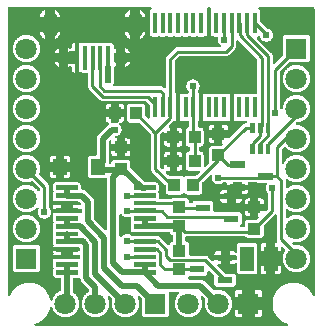
<source format=gtl>
G04 Layer: TopLayer*
G04 EasyEDA v6.4.7, 2020-11-10T21:56:29+01:00*
G04 d56d7f5836d14aafa71abd029e92fcd7,d798ca008b2c48fc9d28453cf4f639a5,10*
G04 Gerber Generator version 0.2*
G04 Scale: 100 percent, Rotated: No, Reflected: No *
G04 Dimensions in millimeters *
G04 leading zeros omitted , absolute positions ,3 integer and 3 decimal *
%FSLAX33Y33*%
%MOMM*%
G90*
D02*

%ADD10C,0.254000*%
%ADD11C,0.508000*%
%ADD12C,0.611022*%
%ADD13R,0.450012X1.999996*%
%ADD14R,0.999998X1.099998*%
%ADD15R,1.099998X0.999998*%
%ADD17R,0.406400X1.803400*%
%ADD18R,1.299997X0.599999*%
%ADD19R,1.199998X1.399997*%
%ADD21C,1.250010*%
%ADD22R,1.198880X2.159000*%
%ADD23C,1.799996*%
%ADD24R,1.799996X1.799996*%
%ADD25C,1.299997*%

%LPD*%
G36*
G01X19794Y24466D02*
G01X19778Y24467D01*
G01X19764Y24466D01*
G01X19750Y24463D01*
G01X19736Y24458D01*
G01X19724Y24451D01*
G01X19712Y24442D01*
G01X19702Y24432D01*
G01X19693Y24420D01*
G01X19686Y24408D01*
G01X19681Y24394D01*
G01X19678Y24380D01*
G01X19677Y24365D01*
G01X19677Y23992D01*
G01X19676Y23962D01*
G01X19672Y23932D01*
G01X19666Y23903D01*
G01X19658Y23874D01*
G01X19648Y23846D01*
G01X19635Y23818D01*
G01X19620Y23792D01*
G01X19604Y23767D01*
G01X19585Y23743D01*
G01X19565Y23721D01*
G01X19067Y23223D01*
G01X19045Y23203D01*
G01X19021Y23184D01*
G01X18996Y23167D01*
G01X18970Y23153D01*
G01X18942Y23140D01*
G01X18914Y23130D01*
G01X18885Y23122D01*
G01X18855Y23116D01*
G01X18826Y23112D01*
G01X18796Y23111D01*
G01X14931Y23111D01*
G01X14915Y23110D01*
G01X14900Y23106D01*
G01X14885Y23100D01*
G01X14872Y23092D01*
G01X14860Y23081D01*
G01X14505Y22730D01*
G01X14495Y22717D01*
G01X14486Y22704D01*
G01X14480Y22689D01*
G01X14476Y22673D01*
G01X14475Y22657D01*
G01X14475Y20036D01*
G01X14476Y20022D01*
G01X14479Y20008D01*
G01X14484Y19994D01*
G01X14491Y19981D01*
G01X14500Y19970D01*
G01X14510Y19960D01*
G01X14522Y19951D01*
G01X14534Y19944D01*
G01X14548Y19939D01*
G01X14562Y19936D01*
G01X14577Y19935D01*
G01X14577Y19256D01*
G01X14569Y19245D01*
G01X14562Y19232D01*
G01X14556Y19218D01*
G01X14553Y19204D01*
G01X14552Y19189D01*
G01X14552Y18364D01*
G01X14553Y18349D01*
G01X14556Y18335D01*
G01X14562Y18321D01*
G01X14569Y18308D01*
G01X14577Y18297D01*
G01X14577Y17618D01*
G01X14539Y17618D01*
G01X14510Y17620D01*
G01X14480Y17625D01*
G01X14452Y17634D01*
G01X14435Y17638D01*
G01X14418Y17640D01*
G01X14400Y17638D01*
G01X14383Y17634D01*
G01X14379Y17632D01*
G01X14365Y17626D01*
G01X14352Y17618D01*
G01X14340Y17608D01*
G01X13968Y17235D01*
G01X13958Y17223D01*
G01X13949Y17210D01*
G01X13943Y17195D01*
G01X13939Y17180D01*
G01X13938Y17164D01*
G01X13939Y17149D01*
G01X13942Y17135D01*
G01X13947Y17121D01*
G01X13954Y17109D01*
G01X13963Y17097D01*
G01X13973Y17087D01*
G01X13985Y17078D01*
G01X13998Y17071D01*
G01X14012Y17066D01*
G01X14026Y17063D01*
G01X14026Y16594D01*
G01X13583Y16594D01*
G01X13583Y16605D01*
G01X13582Y16620D01*
G01X13579Y16634D01*
G01X13574Y16647D01*
G01X13567Y16660D01*
G01X13558Y16672D01*
G01X13548Y16682D01*
G01X13536Y16691D01*
G01X13523Y16698D01*
G01X13510Y16703D01*
G01X13496Y16706D01*
G01X13481Y16707D01*
G01X13465Y16705D01*
G01X13450Y16702D01*
G01X13435Y16696D01*
G01X13422Y16687D01*
G01X13409Y16677D01*
G01X13240Y16507D01*
G01X13229Y16495D01*
G01X13221Y16482D01*
G01X13215Y16467D01*
G01X13211Y16451D01*
G01X13210Y16436D01*
G01X13210Y13789D01*
G01X13211Y13774D01*
G01X13215Y13758D01*
G01X13221Y13743D01*
G01X13229Y13730D01*
G01X13240Y13718D01*
G01X13414Y13543D01*
G01X13426Y13533D01*
G01X13440Y13525D01*
G01X13455Y13518D01*
G01X13470Y13515D01*
G01X13486Y13513D01*
G01X13500Y13514D01*
G01X13515Y13518D01*
G01X13528Y13523D01*
G01X13541Y13530D01*
G01X13553Y13538D01*
G01X13563Y13549D01*
G01X13572Y13560D01*
G01X13584Y13586D01*
G01X13587Y13601D01*
G01X13588Y13615D01*
G01X13586Y13632D01*
G01X13583Y13673D01*
G01X13583Y13885D01*
G01X14026Y13885D01*
G01X14026Y13417D01*
G01X13839Y13417D01*
G01X13798Y13420D01*
G01X13781Y13422D01*
G01X13766Y13421D01*
G01X13752Y13418D01*
G01X13739Y13413D01*
G01X13726Y13406D01*
G01X13714Y13397D01*
G01X13704Y13387D01*
G01X13695Y13375D01*
G01X13683Y13349D01*
G01X13680Y13335D01*
G01X13679Y13320D01*
G01X13681Y13304D01*
G01X13684Y13289D01*
G01X13690Y13274D01*
G01X13699Y13260D01*
G01X13709Y13248D01*
G01X13930Y13028D01*
G01X13942Y13017D01*
G01X13955Y13009D01*
G01X13970Y13003D01*
G01X13986Y12999D01*
G01X14001Y12998D01*
G01X14939Y12998D01*
G01X14963Y12997D01*
G01X14986Y12994D01*
G01X15008Y12989D01*
G01X15030Y12982D01*
G01X15051Y12972D01*
G01X15072Y12961D01*
G01X15091Y12949D01*
G01X15109Y12934D01*
G01X15126Y12918D01*
G01X15141Y12900D01*
G01X15154Y12882D01*
G01X15163Y12870D01*
G01X15173Y12860D01*
G01X15185Y12851D01*
G01X15197Y12845D01*
G01X15211Y12840D01*
G01X15225Y12837D01*
G01X15239Y12836D01*
G01X15254Y12837D01*
G01X15268Y12840D01*
G01X15281Y12845D01*
G01X15294Y12851D01*
G01X15306Y12860D01*
G01X15316Y12870D01*
G01X15325Y12882D01*
G01X15338Y12900D01*
G01X15353Y12918D01*
G01X15370Y12934D01*
G01X15388Y12949D01*
G01X15407Y12961D01*
G01X15428Y12972D01*
G01X15449Y12982D01*
G01X15471Y12989D01*
G01X15493Y12994D01*
G01X15516Y12997D01*
G01X15539Y12998D01*
G01X16262Y12998D01*
G01X16278Y12999D01*
G01X16293Y13003D01*
G01X16308Y13009D01*
G01X16321Y13017D01*
G01X16334Y13028D01*
G01X16549Y13244D01*
G01X16560Y13256D01*
G01X16568Y13269D01*
G01X16574Y13284D01*
G01X16578Y13299D01*
G01X16579Y13315D01*
G01X16578Y13330D01*
G01X16575Y13344D01*
G01X16570Y13358D01*
G01X16563Y13370D01*
G01X16554Y13382D01*
G01X16544Y13392D01*
G01X16532Y13401D01*
G01X16520Y13408D01*
G01X16506Y13413D01*
G01X16492Y13416D01*
G01X16477Y13417D01*
G01X15639Y13417D01*
G01X15616Y13418D01*
G01X15592Y13421D01*
G01X15569Y13427D01*
G01X15547Y13434D01*
G01X15525Y13444D01*
G01X15504Y13455D01*
G01X15485Y13469D01*
G01X15467Y13484D01*
G01X15450Y13501D01*
G01X15435Y13519D01*
G01X15421Y13538D01*
G01X15410Y13559D01*
G01X15400Y13581D01*
G01X15393Y13603D01*
G01X15387Y13626D01*
G01X15384Y13650D01*
G01X15383Y13673D01*
G01X15383Y14774D01*
G01X15384Y14797D01*
G01X15387Y14821D01*
G01X15393Y14844D01*
G01X15400Y14866D01*
G01X15410Y14888D01*
G01X15421Y14909D01*
G01X15435Y14928D01*
G01X15450Y14946D01*
G01X15467Y14963D01*
G01X15485Y14978D01*
G01X15504Y14992D01*
G01X15525Y15003D01*
G01X15547Y15013D01*
G01X15569Y15020D01*
G01X15592Y15026D01*
G01X15616Y15029D01*
G01X15639Y15030D01*
G01X15654Y15030D01*
G01X15669Y15031D01*
G01X15683Y15034D01*
G01X15696Y15039D01*
G01X15709Y15046D01*
G01X15721Y15055D01*
G01X15731Y15065D01*
G01X15740Y15077D01*
G01X15747Y15089D01*
G01X15752Y15103D01*
G01X15755Y15117D01*
G01X15756Y15132D01*
G01X15756Y15347D01*
G01X15755Y15362D01*
G01X15752Y15376D01*
G01X15747Y15390D01*
G01X15740Y15402D01*
G01X15731Y15414D01*
G01X15721Y15424D01*
G01X15709Y15433D01*
G01X15696Y15440D01*
G01X15683Y15445D01*
G01X15669Y15448D01*
G01X15654Y15449D01*
G01X15639Y15449D01*
G01X15616Y15450D01*
G01X15592Y15453D01*
G01X15569Y15459D01*
G01X15547Y15466D01*
G01X15525Y15476D01*
G01X15504Y15487D01*
G01X15485Y15501D01*
G01X15467Y15516D01*
G01X15450Y15533D01*
G01X15435Y15551D01*
G01X15421Y15570D01*
G01X15410Y15591D01*
G01X15400Y15613D01*
G01X15393Y15635D01*
G01X15387Y15658D01*
G01X15384Y15682D01*
G01X15383Y15705D01*
G01X15383Y16806D01*
G01X15384Y16828D01*
G01X15387Y16851D01*
G01X15392Y16873D01*
G01X15399Y16895D01*
G01X15408Y16916D01*
G01X15419Y16936D01*
G01X15431Y16956D01*
G01X15446Y16974D01*
G01X15461Y16990D01*
G01X15479Y17005D01*
G01X15497Y17019D01*
G01X15517Y17031D01*
G01X15537Y17041D01*
G01X15559Y17049D01*
G01X15581Y17055D01*
G01X15595Y17060D01*
G01X15609Y17066D01*
G01X15621Y17075D01*
G01X15632Y17085D01*
G01X15641Y17097D01*
G01X15649Y17110D01*
G01X15654Y17124D01*
G01X15658Y17139D01*
G01X15659Y17154D01*
G01X15659Y17517D01*
G01X15658Y17531D01*
G01X15655Y17545D01*
G01X15650Y17559D01*
G01X15643Y17572D01*
G01X15634Y17583D01*
G01X15624Y17593D01*
G01X15612Y17602D01*
G01X15599Y17609D01*
G01X15586Y17614D01*
G01X15572Y17617D01*
G01X15557Y17618D01*
G01X15189Y17618D01*
G01X15160Y17620D01*
G01X15130Y17625D01*
G01X15102Y17634D01*
G01X15085Y17638D01*
G01X15067Y17640D01*
G01X15050Y17638D01*
G01X15033Y17634D01*
G01X15005Y17625D01*
G01X14975Y17620D01*
G01X14946Y17618D01*
G01X14908Y17618D01*
G01X14908Y18297D01*
G01X14916Y18308D01*
G01X14923Y18321D01*
G01X14929Y18335D01*
G01X14932Y18349D01*
G01X14933Y18364D01*
G01X14933Y19189D01*
G01X14932Y19204D01*
G01X14929Y19218D01*
G01X14923Y19232D01*
G01X14916Y19245D01*
G01X14908Y19256D01*
G01X14908Y19935D01*
G01X14946Y19935D01*
G01X14975Y19933D01*
G01X15005Y19928D01*
G01X15033Y19919D01*
G01X15050Y19915D01*
G01X15067Y19913D01*
G01X15085Y19915D01*
G01X15102Y19919D01*
G01X15130Y19928D01*
G01X15160Y19933D01*
G01X15189Y19935D01*
G01X15557Y19935D01*
G01X15572Y19936D01*
G01X15586Y19939D01*
G01X15599Y19944D01*
G01X15612Y19951D01*
G01X15624Y19960D01*
G01X15634Y19970D01*
G01X15643Y19981D01*
G01X15650Y19994D01*
G01X15655Y20008D01*
G01X15658Y20022D01*
G01X15659Y20036D01*
G01X15659Y20080D01*
G01X15657Y20097D01*
G01X15653Y20114D01*
G01X15646Y20129D01*
G01X15637Y20144D01*
G01X15625Y20156D01*
G01X15599Y20181D01*
G01X15575Y20208D01*
G01X15552Y20236D01*
G01X15531Y20266D01*
G01X15512Y20296D01*
G01X15496Y20329D01*
G01X15481Y20362D01*
G01X15468Y20396D01*
G01X15458Y20430D01*
G01X15450Y20466D01*
G01X15444Y20501D01*
G01X15441Y20537D01*
G01X15439Y20574D01*
G01X15440Y20607D01*
G01X15444Y20641D01*
G01X15449Y20675D01*
G01X15456Y20708D01*
G01X15465Y20741D01*
G01X15476Y20773D01*
G01X15489Y20804D01*
G01X15504Y20835D01*
G01X15521Y20864D01*
G01X15539Y20893D01*
G01X15559Y20920D01*
G01X15581Y20946D01*
G01X15604Y20971D01*
G01X15629Y20994D01*
G01X15655Y21016D01*
G01X15682Y21036D01*
G01X15711Y21054D01*
G01X15740Y21071D01*
G01X15771Y21086D01*
G01X15802Y21099D01*
G01X15834Y21110D01*
G01X15867Y21119D01*
G01X15900Y21126D01*
G01X15934Y21131D01*
G01X15968Y21135D01*
G01X16002Y21136D01*
G01X16035Y21135D01*
G01X16069Y21131D01*
G01X16103Y21126D01*
G01X16136Y21119D01*
G01X16169Y21110D01*
G01X16201Y21099D01*
G01X16232Y21086D01*
G01X16263Y21071D01*
G01X16292Y21054D01*
G01X16321Y21036D01*
G01X16348Y21016D01*
G01X16374Y20994D01*
G01X16399Y20971D01*
G01X16422Y20946D01*
G01X16444Y20920D01*
G01X16464Y20893D01*
G01X16482Y20864D01*
G01X16499Y20835D01*
G01X16514Y20804D01*
G01X16527Y20773D01*
G01X16538Y20741D01*
G01X16547Y20708D01*
G01X16554Y20675D01*
G01X16559Y20641D01*
G01X16563Y20607D01*
G01X16564Y20574D01*
G01X16562Y20537D01*
G01X16559Y20500D01*
G01X16553Y20464D01*
G01X16544Y20428D01*
G01X16534Y20393D01*
G01X16521Y20358D01*
G01X16505Y20325D01*
G01X16488Y20292D01*
G01X16469Y20261D01*
G01X16447Y20231D01*
G01X16438Y20217D01*
G01X16431Y20202D01*
G01X16427Y20185D01*
G01X16426Y20169D01*
G01X16426Y20036D01*
G01X16427Y20022D01*
G01X16430Y20008D01*
G01X16435Y19994D01*
G01X16442Y19981D01*
G01X16451Y19970D01*
G01X16461Y19960D01*
G01X16473Y19951D01*
G01X16485Y19944D01*
G01X16499Y19939D01*
G01X16513Y19936D01*
G01X16527Y19935D01*
G01X16527Y19256D01*
G01X16519Y19245D01*
G01X16512Y19232D01*
G01X16506Y19218D01*
G01X16503Y19204D01*
G01X16502Y19189D01*
G01X16502Y18364D01*
G01X16503Y18349D01*
G01X16506Y18335D01*
G01X16512Y18321D01*
G01X16519Y18308D01*
G01X16527Y18297D01*
G01X16527Y17618D01*
G01X16513Y17617D01*
G01X16499Y17614D01*
G01X16485Y17609D01*
G01X16473Y17602D01*
G01X16461Y17593D01*
G01X16451Y17583D01*
G01X16442Y17572D01*
G01X16435Y17559D01*
G01X16430Y17545D01*
G01X16427Y17531D01*
G01X16426Y17517D01*
G01X16426Y17164D01*
G01X16427Y17149D01*
G01X16430Y17135D01*
G01X16435Y17121D01*
G01X16442Y17109D01*
G01X16451Y17097D01*
G01X16461Y17087D01*
G01X16473Y17078D01*
G01X16485Y17071D01*
G01X16499Y17066D01*
G01X16513Y17063D01*
G01X16528Y17062D01*
G01X16639Y17062D01*
G01X16663Y17061D01*
G01X16687Y17058D01*
G01X16710Y17052D01*
G01X16732Y17045D01*
G01X16754Y17035D01*
G01X16775Y17024D01*
G01X16794Y17010D01*
G01X16812Y16995D01*
G01X16829Y16978D01*
G01X16844Y16960D01*
G01X16858Y16941D01*
G01X16869Y16920D01*
G01X16879Y16898D01*
G01X16886Y16876D01*
G01X16892Y16853D01*
G01X16895Y16829D01*
G01X16896Y16806D01*
G01X16896Y15705D01*
G01X16895Y15682D01*
G01X16892Y15658D01*
G01X16886Y15635D01*
G01X16879Y15613D01*
G01X16869Y15591D01*
G01X16858Y15570D01*
G01X16844Y15551D01*
G01X16829Y15533D01*
G01X16812Y15516D01*
G01X16794Y15501D01*
G01X16775Y15487D01*
G01X16754Y15476D01*
G01X16732Y15466D01*
G01X16710Y15459D01*
G01X16687Y15453D01*
G01X16663Y15450D01*
G01X16639Y15449D01*
G01X16625Y15449D01*
G01X16610Y15448D01*
G01X16596Y15445D01*
G01X16582Y15440D01*
G01X16570Y15433D01*
G01X16558Y15424D01*
G01X16548Y15414D01*
G01X16539Y15402D01*
G01X16532Y15390D01*
G01X16527Y15376D01*
G01X16524Y15362D01*
G01X16523Y15347D01*
G01X16523Y15132D01*
G01X16524Y15117D01*
G01X16527Y15103D01*
G01X16532Y15089D01*
G01X16539Y15077D01*
G01X16548Y15065D01*
G01X16558Y15055D01*
G01X16570Y15046D01*
G01X16582Y15039D01*
G01X16596Y15034D01*
G01X16610Y15031D01*
G01X16625Y15030D01*
G01X16639Y15030D01*
G01X16663Y15029D01*
G01X16687Y15026D01*
G01X16710Y15020D01*
G01X16732Y15013D01*
G01X16754Y15003D01*
G01X16775Y14992D01*
G01X16794Y14978D01*
G01X16812Y14963D01*
G01X16829Y14946D01*
G01X16844Y14928D01*
G01X16858Y14909D01*
G01X16869Y14888D01*
G01X16879Y14866D01*
G01X16886Y14844D01*
G01X16892Y14821D01*
G01X16895Y14797D01*
G01X16896Y14774D01*
G01X16896Y13836D01*
G01X16897Y13821D01*
G01X16900Y13807D01*
G01X16905Y13793D01*
G01X16912Y13781D01*
G01X16921Y13769D01*
G01X16931Y13759D01*
G01X16943Y13750D01*
G01X16955Y13743D01*
G01X16969Y13738D01*
G01X16983Y13735D01*
G01X16998Y13734D01*
G01X17014Y13735D01*
G01X17029Y13739D01*
G01X17044Y13745D01*
G01X17057Y13753D01*
G01X17069Y13764D01*
G01X17342Y14036D01*
G01X17352Y14049D01*
G01X17361Y14062D01*
G01X17367Y14077D01*
G01X17371Y14092D01*
G01X17372Y14108D01*
G01X17371Y14124D01*
G01X17367Y14140D01*
G01X17360Y14166D01*
G01X17355Y14193D01*
G01X17354Y14220D01*
G01X17354Y15220D01*
G01X17355Y15244D01*
G01X17358Y15268D01*
G01X17364Y15291D01*
G01X17371Y15313D01*
G01X17381Y15335D01*
G01X17392Y15356D01*
G01X17406Y15375D01*
G01X17421Y15393D01*
G01X17438Y15410D01*
G01X17456Y15425D01*
G01X17475Y15439D01*
G01X17496Y15450D01*
G01X17518Y15460D01*
G01X17540Y15467D01*
G01X17563Y15473D01*
G01X17587Y15476D01*
G01X17610Y15477D01*
G01X18333Y15477D01*
G01X18349Y15478D01*
G01X18364Y15482D01*
G01X18379Y15488D01*
G01X18392Y15496D01*
G01X18405Y15507D01*
G01X18488Y15591D01*
G01X18499Y15603D01*
G01X18507Y15616D01*
G01X18513Y15631D01*
G01X18517Y15646D01*
G01X18518Y15662D01*
G01X18517Y15678D01*
G01X18513Y15693D01*
G01X18507Y15708D01*
G01X18499Y15722D01*
G01X18499Y16207D01*
G01X19063Y16207D01*
G01X19079Y16208D01*
G01X19094Y16212D01*
G01X19109Y16218D01*
G01X19122Y16226D01*
G01X19134Y16237D01*
G01X19140Y16243D01*
G01X20198Y17300D01*
G01X20220Y17320D01*
G01X20243Y17339D01*
G01X20268Y17356D01*
G01X20295Y17370D01*
G01X20322Y17383D01*
G01X20350Y17393D01*
G01X20379Y17402D01*
G01X20409Y17407D01*
G01X20439Y17411D01*
G01X20469Y17412D01*
G01X20510Y17412D01*
G01X20525Y17413D01*
G01X20540Y17417D01*
G01X20554Y17422D01*
G01X20567Y17429D01*
G01X20589Y17449D01*
G01X20597Y17462D01*
G01X20604Y17475D01*
G01X20609Y17489D01*
G01X20611Y17504D01*
G01X20611Y17506D01*
G01X20612Y17517D01*
G01X20611Y17531D01*
G01X20608Y17545D01*
G01X20603Y17559D01*
G01X20596Y17572D01*
G01X20587Y17583D01*
G01X20577Y17593D01*
G01X20565Y17602D01*
G01X20553Y17609D01*
G01X20539Y17614D01*
G01X20525Y17617D01*
G01X20510Y17618D01*
G01X20389Y17618D01*
G01X20360Y17620D01*
G01X20330Y17625D01*
G01X20302Y17634D01*
G01X20285Y17638D01*
G01X20268Y17640D01*
G01X20250Y17638D01*
G01X20233Y17634D01*
G01X20205Y17625D01*
G01X20175Y17620D01*
G01X20146Y17618D01*
G01X19739Y17618D01*
G01X19710Y17620D01*
G01X19680Y17625D01*
G01X19652Y17634D01*
G01X19635Y17638D01*
G01X19618Y17640D01*
G01X19600Y17638D01*
G01X19583Y17634D01*
G01X19555Y17625D01*
G01X19525Y17620D01*
G01X19496Y17618D01*
G01X19458Y17618D01*
G01X19458Y18297D01*
G01X19466Y18308D01*
G01X19473Y18321D01*
G01X19479Y18335D01*
G01X19482Y18349D01*
G01X19483Y18364D01*
G01X19483Y19189D01*
G01X19482Y19204D01*
G01X19479Y19218D01*
G01X19473Y19232D01*
G01X19466Y19245D01*
G01X19458Y19256D01*
G01X19458Y19935D01*
G01X19496Y19935D01*
G01X19525Y19933D01*
G01X19555Y19928D01*
G01X19583Y19919D01*
G01X19600Y19915D01*
G01X19617Y19913D01*
G01X19618Y19913D01*
G01X19635Y19915D01*
G01X19652Y19919D01*
G01X19680Y19928D01*
G01X19710Y19933D01*
G01X19739Y19935D01*
G01X20146Y19935D01*
G01X20175Y19933D01*
G01X20205Y19928D01*
G01X20233Y19919D01*
G01X20250Y19915D01*
G01X20268Y19913D01*
G01X20285Y19915D01*
G01X20302Y19919D01*
G01X20330Y19928D01*
G01X20360Y19933D01*
G01X20389Y19935D01*
G01X20796Y19935D01*
G01X20825Y19933D01*
G01X20855Y19928D01*
G01X20883Y19919D01*
G01X20900Y19915D01*
G01X20917Y19913D01*
G01X20918Y19913D01*
G01X20935Y19915D01*
G01X20952Y19919D01*
G01X20980Y19928D01*
G01X21010Y19933D01*
G01X21039Y19935D01*
G01X21358Y19935D01*
G01X21373Y19936D01*
G01X21387Y19939D01*
G01X21401Y19944D01*
G01X21413Y19951D01*
G01X21425Y19960D01*
G01X21435Y19970D01*
G01X21444Y19981D01*
G01X21451Y19994D01*
G01X21456Y20008D01*
G01X21459Y20022D01*
G01X21460Y20036D01*
G01X21460Y22786D01*
G01X21459Y22801D01*
G01X21455Y22817D01*
G01X21449Y22832D01*
G01X21441Y22845D01*
G01X21430Y22857D01*
G01X19850Y24437D01*
G01X19838Y24448D01*
G01X19825Y24456D01*
G01X19810Y24462D01*
G01X19794Y24466D01*
G37*

%LPC*%
G36*
G01X16896Y19935D02*
G01X16858Y19935D01*
G01X16858Y19256D01*
G01X16866Y19245D01*
G01X16873Y19232D01*
G01X16879Y19218D01*
G01X16882Y19204D01*
G01X16883Y19189D01*
G01X16883Y18364D01*
G01X16882Y18349D01*
G01X16879Y18335D01*
G01X16873Y18321D01*
G01X16866Y18308D01*
G01X16858Y18297D01*
G01X16858Y17618D01*
G01X16896Y17618D01*
G01X16925Y17620D01*
G01X16955Y17625D01*
G01X16983Y17634D01*
G01X17000Y17638D01*
G01X17018Y17640D01*
G01X17035Y17638D01*
G01X17052Y17634D01*
G01X17080Y17625D01*
G01X17110Y17620D01*
G01X17139Y17618D01*
G01X17546Y17618D01*
G01X17575Y17620D01*
G01X17605Y17625D01*
G01X17633Y17634D01*
G01X17650Y17638D01*
G01X17668Y17640D01*
G01X17685Y17638D01*
G01X17702Y17634D01*
G01X17730Y17625D01*
G01X17760Y17620D01*
G01X17789Y17618D01*
G01X18196Y17618D01*
G01X18225Y17620D01*
G01X18255Y17625D01*
G01X18283Y17634D01*
G01X18300Y17638D01*
G01X18317Y17640D01*
G01X18335Y17638D01*
G01X18352Y17634D01*
G01X18380Y17625D01*
G01X18410Y17620D01*
G01X18439Y17618D01*
G01X18846Y17618D01*
G01X18875Y17620D01*
G01X18905Y17625D01*
G01X18933Y17634D01*
G01X18950Y17638D01*
G01X18968Y17640D01*
G01X18985Y17638D01*
G01X19002Y17634D01*
G01X19030Y17625D01*
G01X19060Y17620D01*
G01X19089Y17618D01*
G01X19127Y17618D01*
G01X19127Y18297D01*
G01X19119Y18308D01*
G01X19112Y18321D01*
G01X19106Y18335D01*
G01X19103Y18349D01*
G01X19102Y18364D01*
G01X19102Y19189D01*
G01X19103Y19204D01*
G01X19106Y19218D01*
G01X19112Y19232D01*
G01X19119Y19245D01*
G01X19127Y19256D01*
G01X19127Y19935D01*
G01X19089Y19935D01*
G01X19060Y19933D01*
G01X19030Y19928D01*
G01X19002Y19919D01*
G01X18985Y19915D01*
G01X18968Y19913D01*
G01X18950Y19915D01*
G01X18933Y19919D01*
G01X18905Y19928D01*
G01X18875Y19933D01*
G01X18846Y19935D01*
G01X18439Y19935D01*
G01X18410Y19933D01*
G01X18380Y19928D01*
G01X18352Y19919D01*
G01X18335Y19915D01*
G01X18317Y19913D01*
G01X18300Y19915D01*
G01X18283Y19919D01*
G01X18255Y19928D01*
G01X18225Y19933D01*
G01X18196Y19935D01*
G01X17789Y19935D01*
G01X17760Y19933D01*
G01X17730Y19928D01*
G01X17702Y19919D01*
G01X17685Y19915D01*
G01X17668Y19913D01*
G01X17650Y19915D01*
G01X17633Y19919D01*
G01X17605Y19928D01*
G01X17575Y19933D01*
G01X17546Y19935D01*
G01X17139Y19935D01*
G01X17110Y19933D01*
G01X17080Y19928D01*
G01X17052Y19919D01*
G01X17035Y19915D01*
G01X17018Y19913D01*
G01X17000Y19915D01*
G01X16983Y19919D01*
G01X16955Y19928D01*
G01X16925Y19933D01*
G01X16896Y19935D01*
G37*
G36*
G01X17822Y17277D02*
G01X17610Y17277D01*
G01X17587Y17276D01*
G01X17563Y17273D01*
G01X17540Y17267D01*
G01X17518Y17260D01*
G01X17496Y17250D01*
G01X17475Y17239D01*
G01X17456Y17225D01*
G01X17438Y17210D01*
G01X17421Y17193D01*
G01X17406Y17175D01*
G01X17392Y17156D01*
G01X17381Y17135D01*
G01X17371Y17113D01*
G01X17364Y17091D01*
G01X17358Y17068D01*
G01X17355Y17044D01*
G01X17354Y17020D01*
G01X17354Y16834D01*
G01X17822Y16834D01*
G01X17822Y17277D01*
G37*
G36*
G01X18711Y17277D02*
G01X18499Y17277D01*
G01X18499Y16834D01*
G01X18967Y16834D01*
G01X18967Y17020D01*
G01X18966Y17044D01*
G01X18963Y17068D01*
G01X18957Y17091D01*
G01X18950Y17113D01*
G01X18940Y17135D01*
G01X18929Y17156D01*
G01X18915Y17175D01*
G01X18900Y17193D01*
G01X18883Y17210D01*
G01X18865Y17225D01*
G01X18846Y17239D01*
G01X18825Y17250D01*
G01X18803Y17260D01*
G01X18781Y17267D01*
G01X18758Y17273D01*
G01X18734Y17276D01*
G01X18711Y17277D01*
G37*
G36*
G01X14026Y15917D02*
G01X13583Y15917D01*
G01X13583Y15705D01*
G01X13584Y15682D01*
G01X13587Y15658D01*
G01X13593Y15635D01*
G01X13600Y15613D01*
G01X13610Y15591D01*
G01X13621Y15570D01*
G01X13635Y15551D01*
G01X13650Y15533D01*
G01X13667Y15516D01*
G01X13685Y15501D01*
G01X13704Y15487D01*
G01X13725Y15476D01*
G01X13747Y15466D01*
G01X13769Y15459D01*
G01X13792Y15453D01*
G01X13816Y15450D01*
G01X13839Y15449D01*
G01X14026Y15449D01*
G01X14026Y15917D01*
G37*
G36*
G01X14026Y15030D02*
G01X13839Y15030D01*
G01X13816Y15029D01*
G01X13792Y15026D01*
G01X13769Y15020D01*
G01X13747Y15013D01*
G01X13725Y15003D01*
G01X13704Y14992D01*
G01X13685Y14978D01*
G01X13667Y14963D01*
G01X13650Y14946D01*
G01X13635Y14928D01*
G01X13621Y14909D01*
G01X13610Y14888D01*
G01X13600Y14866D01*
G01X13593Y14844D01*
G01X13587Y14821D01*
G01X13584Y14797D01*
G01X13583Y14774D01*
G01X13583Y14562D01*
G01X14026Y14562D01*
G01X14026Y15030D01*
G37*
G36*
G01X17822Y16207D02*
G01X17354Y16207D01*
G01X17354Y16020D01*
G01X17355Y15997D01*
G01X17358Y15973D01*
G01X17364Y15950D01*
G01X17371Y15928D01*
G01X17381Y15906D01*
G01X17392Y15885D01*
G01X17406Y15866D01*
G01X17421Y15848D01*
G01X17438Y15831D01*
G01X17456Y15816D01*
G01X17475Y15802D01*
G01X17496Y15791D01*
G01X17518Y15781D01*
G01X17540Y15774D01*
G01X17563Y15768D01*
G01X17587Y15765D01*
G01X17610Y15764D01*
G01X17822Y15764D01*
G01X17822Y16207D01*
G37*
G36*
G01X15096Y15917D02*
G01X14653Y15917D01*
G01X14653Y15449D01*
G01X14839Y15449D01*
G01X14863Y15450D01*
G01X14887Y15453D01*
G01X14910Y15459D01*
G01X14932Y15466D01*
G01X14954Y15476D01*
G01X14974Y15487D01*
G01X14994Y15501D01*
G01X15012Y15516D01*
G01X15029Y15533D01*
G01X15044Y15551D01*
G01X15057Y15570D01*
G01X15069Y15591D01*
G01X15079Y15613D01*
G01X15086Y15635D01*
G01X15092Y15658D01*
G01X15095Y15682D01*
G01X15096Y15705D01*
G01X15096Y15917D01*
G37*
G36*
G01X15096Y13885D02*
G01X14653Y13885D01*
G01X14653Y13417D01*
G01X14839Y13417D01*
G01X14863Y13418D01*
G01X14887Y13421D01*
G01X14910Y13427D01*
G01X14932Y13434D01*
G01X14954Y13444D01*
G01X14974Y13455D01*
G01X14994Y13469D01*
G01X15012Y13484D01*
G01X15029Y13501D01*
G01X15044Y13519D01*
G01X15057Y13538D01*
G01X15069Y13559D01*
G01X15079Y13581D01*
G01X15086Y13603D01*
G01X15092Y13626D01*
G01X15095Y13650D01*
G01X15096Y13673D01*
G01X15096Y13885D01*
G37*
G36*
G01X14839Y17062D02*
G01X14653Y17062D01*
G01X14653Y16594D01*
G01X15096Y16594D01*
G01X15096Y16806D01*
G01X15095Y16829D01*
G01X15092Y16853D01*
G01X15086Y16876D01*
G01X15079Y16898D01*
G01X15069Y16920D01*
G01X15057Y16941D01*
G01X15044Y16960D01*
G01X15029Y16978D01*
G01X15012Y16995D01*
G01X14994Y17010D01*
G01X14974Y17024D01*
G01X14954Y17035D01*
G01X14932Y17045D01*
G01X14910Y17052D01*
G01X14887Y17058D01*
G01X14863Y17061D01*
G01X14839Y17062D01*
G37*
G36*
G01X14839Y15030D02*
G01X14653Y15030D01*
G01X14653Y14562D01*
G01X15096Y14562D01*
G01X15096Y14774D01*
G01X15095Y14797D01*
G01X15092Y14821D01*
G01X15086Y14844D01*
G01X15079Y14866D01*
G01X15069Y14888D01*
G01X15057Y14909D01*
G01X15044Y14928D01*
G01X15029Y14946D01*
G01X15012Y14963D01*
G01X14994Y14978D01*
G01X14974Y14992D01*
G01X14954Y15003D01*
G01X14932Y15013D01*
G01X14910Y15020D01*
G01X14887Y15026D01*
G01X14863Y15029D01*
G01X14839Y15030D01*
G37*

%LPD*%
G36*
G01X9898Y9735D02*
G01X9883Y9736D01*
G01X9868Y9735D01*
G01X9854Y9732D01*
G01X9840Y9727D01*
G01X9828Y9720D01*
G01X9816Y9711D01*
G01X9806Y9701D01*
G01X9797Y9689D01*
G01X9790Y9676D01*
G01X9785Y9663D01*
G01X9782Y9649D01*
G01X9781Y9634D01*
G01X9781Y7891D01*
G01X9782Y7876D01*
G01X9785Y7862D01*
G01X9790Y7849D01*
G01X9797Y7836D01*
G01X9806Y7824D01*
G01X9816Y7814D01*
G01X9828Y7805D01*
G01X9840Y7798D01*
G01X9854Y7793D01*
G01X9868Y7790D01*
G01X9883Y7789D01*
G01X9898Y7790D01*
G01X9914Y7794D01*
G01X9928Y7800D01*
G01X9942Y7808D01*
G01X9954Y7818D01*
G01X9964Y7830D01*
G01X9986Y7857D01*
G01X10009Y7883D01*
G01X10034Y7907D01*
G01X10060Y7930D01*
G01X10088Y7951D01*
G01X10117Y7970D01*
G01X10147Y7987D01*
G01X10178Y8003D01*
G01X10210Y8016D01*
G01X10243Y8028D01*
G01X10276Y8037D01*
G01X10310Y8045D01*
G01X10344Y8050D01*
G01X10379Y8053D01*
G01X10414Y8055D01*
G01X10451Y8053D01*
G01X10489Y8049D01*
G01X10527Y8043D01*
G01X10564Y8034D01*
G01X10600Y8023D01*
G01X10636Y8009D01*
G01X10668Y7993D01*
G01X10700Y7976D01*
G01X10731Y7957D01*
G01X10760Y7935D01*
G01X10788Y7912D01*
G01X10799Y7903D01*
G01X10812Y7896D01*
G01X10826Y7890D01*
G01X10840Y7887D01*
G01X10855Y7886D01*
G01X11478Y7886D01*
G01X11493Y7881D01*
G01X11508Y7877D01*
G01X11523Y7876D01*
G01X12348Y7876D01*
G01X12363Y7877D01*
G01X12378Y7881D01*
G01X12393Y7886D01*
G01X13094Y7886D01*
G01X13094Y7872D01*
G01X13095Y7857D01*
G01X13098Y7842D01*
G01X13104Y7827D01*
G01X13112Y7814D01*
G01X13122Y7802D01*
G01X13134Y7792D01*
G01X13147Y7783D01*
G01X13161Y7777D01*
G01X13187Y7766D01*
G01X13212Y7754D01*
G01X13236Y7740D01*
G01X13259Y7724D01*
G01X13280Y7707D01*
G01X13301Y7688D01*
G01X13880Y7108D01*
G01X13893Y7098D01*
G01X13906Y7089D01*
G01X13921Y7083D01*
G01X13936Y7079D01*
G01X13952Y7078D01*
G01X13967Y7079D01*
G01X13982Y7082D01*
G01X13995Y7088D01*
G01X14008Y7095D01*
G01X14020Y7104D01*
G01X14030Y7115D01*
G01X14039Y7127D01*
G01X14046Y7140D01*
G01X14051Y7154D01*
G01X14053Y7169D01*
G01X14057Y7192D01*
G01X14063Y7215D01*
G01X14070Y7237D01*
G01X14080Y7259D01*
G01X14092Y7279D01*
G01X14106Y7299D01*
G01X14121Y7317D01*
G01X14138Y7333D01*
G01X14156Y7348D01*
G01X14176Y7361D01*
G01X14197Y7372D01*
G01X14218Y7382D01*
G01X14241Y7389D01*
G01X14264Y7394D01*
G01X14279Y7398D01*
G01X14294Y7404D01*
G01X14307Y7413D01*
G01X14319Y7423D01*
G01X14329Y7435D01*
G01X14337Y7449D01*
G01X14343Y7463D01*
G01X14347Y7479D01*
G01X14348Y7494D01*
G01X14348Y7872D01*
G01X14347Y7887D01*
G01X14343Y7903D01*
G01X14337Y7917D01*
G01X14329Y7931D01*
G01X14319Y7943D01*
G01X14307Y7953D01*
G01X14294Y7962D01*
G01X14279Y7968D01*
G01X14264Y7972D01*
G01X14240Y7977D01*
G01X14216Y7985D01*
G01X14193Y7995D01*
G01X14172Y8007D01*
G01X14151Y8022D01*
G01X14132Y8038D01*
G01X14115Y8056D01*
G01X14100Y8075D01*
G01X14086Y8096D01*
G01X14075Y8118D01*
G01X14066Y8141D01*
G01X14059Y8156D01*
G01X14051Y8169D01*
G01X14041Y8181D01*
G01X14029Y8191D01*
G01X14015Y8199D01*
G01X14001Y8205D01*
G01X13985Y8209D01*
G01X13970Y8210D01*
G01X13969Y8210D01*
G01X13195Y8206D01*
G01X12006Y8201D01*
G01X11935Y8201D01*
G01X11901Y8202D01*
G01X11866Y8206D01*
G01X11831Y8212D01*
G01X11798Y8220D01*
G01X11764Y8231D01*
G01X11732Y8244D01*
G01X11712Y8250D01*
G01X11691Y8252D01*
G01X11523Y8252D01*
G01X11508Y8251D01*
G01X11494Y8248D01*
G01X11480Y8243D01*
G01X11467Y8236D01*
G01X11456Y8227D01*
G01X11446Y8216D01*
G01X10777Y8216D01*
G01X10777Y8255D01*
G01X10778Y8278D01*
G01X10781Y8301D01*
G01X10787Y8323D01*
G01X10794Y8345D01*
G01X10799Y8363D01*
G01X10801Y8382D01*
G01X10799Y8400D01*
G01X10794Y8418D01*
G01X10787Y8440D01*
G01X10781Y8462D01*
G01X10778Y8485D01*
G01X10777Y8509D01*
G01X10777Y8915D01*
G01X10779Y8943D01*
G01X10783Y8970D01*
G01X10791Y8997D01*
G01X10795Y9013D01*
G01X10796Y9029D01*
G01X10795Y9046D01*
G01X10791Y9062D01*
G01X10783Y9088D01*
G01X10779Y9116D01*
G01X10777Y9144D01*
G01X10777Y9423D01*
G01X10776Y9437D01*
G01X10773Y9451D01*
G01X10768Y9465D01*
G01X10761Y9478D01*
G01X10752Y9489D01*
G01X10742Y9500D01*
G01X10731Y9508D01*
G01X10718Y9515D01*
G01X10704Y9520D01*
G01X10690Y9523D01*
G01X10676Y9524D01*
G01X10655Y9522D01*
G01X10636Y9516D01*
G01X10600Y9502D01*
G01X10564Y9491D01*
G01X10527Y9482D01*
G01X10489Y9476D01*
G01X10451Y9472D01*
G01X10414Y9470D01*
G01X10379Y9472D01*
G01X10344Y9475D01*
G01X10310Y9480D01*
G01X10276Y9488D01*
G01X10243Y9497D01*
G01X10210Y9509D01*
G01X10178Y9522D01*
G01X10147Y9538D01*
G01X10117Y9555D01*
G01X10088Y9574D01*
G01X10060Y9595D01*
G01X10034Y9618D01*
G01X10009Y9642D01*
G01X9986Y9668D01*
G01X9964Y9695D01*
G01X9954Y9707D01*
G01X9942Y9717D01*
G01X9928Y9725D01*
G01X9914Y9731D01*
G01X9898Y9735D01*
G37*

%LPD*%
G36*
G01X3426Y27236D02*
G01X419Y27236D01*
G01X404Y27234D01*
G01X390Y27231D01*
G01X376Y27226D01*
G01X364Y27219D01*
G01X352Y27211D01*
G01X342Y27200D01*
G01X333Y27189D01*
G01X326Y27176D01*
G01X321Y27163D01*
G01X318Y27148D01*
G01X317Y27134D01*
G01X317Y2855D01*
G01X318Y2841D01*
G01X321Y2826D01*
G01X326Y2813D01*
G01X333Y2800D01*
G01X342Y2788D01*
G01X352Y2778D01*
G01X364Y2770D01*
G01X376Y2763D01*
G01X390Y2758D01*
G01X404Y2754D01*
G01X419Y2753D01*
G01X434Y2755D01*
G01X448Y2758D01*
G01X462Y2763D01*
G01X476Y2771D01*
G01X487Y2780D01*
G01X498Y2791D01*
G01X506Y2804D01*
G01X513Y2817D01*
G01X536Y2873D01*
G01X562Y2928D01*
G01X589Y2981D01*
G01X617Y3034D01*
G01X648Y3086D01*
G01X680Y3137D01*
G01X715Y3187D01*
G01X750Y3235D01*
G01X788Y3282D01*
G01X827Y3328D01*
G01X867Y3373D01*
G01X909Y3416D01*
G01X953Y3458D01*
G01X998Y3498D01*
G01X1044Y3537D01*
G01X1091Y3574D01*
G01X1140Y3609D01*
G01X1190Y3643D01*
G01X1241Y3675D01*
G01X1293Y3705D01*
G01X1346Y3734D01*
G01X1400Y3761D01*
G01X1455Y3786D01*
G01X1511Y3809D01*
G01X1567Y3830D01*
G01X1625Y3849D01*
G01X1682Y3866D01*
G01X1741Y3881D01*
G01X1799Y3894D01*
G01X1859Y3905D01*
G01X1918Y3915D01*
G01X1978Y3922D01*
G01X2038Y3927D01*
G01X2098Y3930D01*
G01X2159Y3931D01*
G01X2220Y3930D01*
G01X2281Y3927D01*
G01X2342Y3922D01*
G01X2403Y3914D01*
G01X2463Y3905D01*
G01X2523Y3893D01*
G01X2583Y3880D01*
G01X2642Y3864D01*
G01X2700Y3846D01*
G01X2758Y3826D01*
G01X2816Y3805D01*
G01X2872Y3781D01*
G01X2928Y3755D01*
G01X2982Y3728D01*
G01X3036Y3699D01*
G01X3089Y3667D01*
G01X3140Y3634D01*
G01X3191Y3600D01*
G01X3240Y3563D01*
G01X3288Y3525D01*
G01X3334Y3485D01*
G01X3379Y3444D01*
G01X3423Y3401D01*
G01X3465Y3356D01*
G01X3505Y3311D01*
G01X3544Y3264D01*
G01X3582Y3215D01*
G01X3617Y3165D01*
G01X3651Y3114D01*
G01X3683Y3062D01*
G01X3714Y3009D01*
G01X3742Y2955D01*
G01X3769Y2900D01*
G01X3793Y2844D01*
G01X3816Y2787D01*
G01X3837Y2729D01*
G01X3855Y2671D01*
G01X3872Y2612D01*
G01X3887Y2553D01*
G01X3899Y2493D01*
G01X3903Y2478D01*
G01X3910Y2464D01*
G01X3918Y2450D01*
G01X3928Y2439D01*
G01X3940Y2429D01*
G01X3954Y2421D01*
G01X3968Y2415D01*
G01X3983Y2412D01*
G01X3999Y2410D01*
G01X4013Y2411D01*
G01X4028Y2414D01*
G01X4054Y2426D01*
G01X4066Y2435D01*
G01X4076Y2445D01*
G01X4085Y2457D01*
G01X4097Y2483D01*
G01X4111Y2530D01*
G01X4128Y2576D01*
G01X4147Y2622D01*
G01X4167Y2666D01*
G01X4190Y2710D01*
G01X4214Y2753D01*
G01X4240Y2794D01*
G01X4268Y2835D01*
G01X4298Y2874D01*
G01X4329Y2912D01*
G01X4362Y2948D01*
G01X4396Y2984D01*
G01X4432Y3017D01*
G01X4469Y3049D01*
G01X4508Y3080D01*
G01X4547Y3109D01*
G01X4588Y3136D01*
G01X4630Y3161D01*
G01X4673Y3185D01*
G01X4717Y3207D01*
G01X4762Y3226D01*
G01X4776Y3233D01*
G01X4788Y3242D01*
G01X4799Y3252D01*
G01X4808Y3264D01*
G01X4815Y3277D01*
G01X4821Y3291D01*
G01X4824Y3305D01*
G01X4825Y3320D01*
G01X4825Y4239D01*
G01X4824Y4253D01*
G01X4821Y4267D01*
G01X4816Y4281D01*
G01X4809Y4294D01*
G01X4800Y4305D01*
G01X4790Y4316D01*
G01X4778Y4324D01*
G01X4766Y4331D01*
G01X4752Y4336D01*
G01X4738Y4339D01*
G01X4723Y4340D01*
G01X4434Y4340D01*
G01X4410Y4341D01*
G01X4387Y4345D01*
G01X4364Y4350D01*
G01X4341Y4358D01*
G01X4319Y4367D01*
G01X4299Y4379D01*
G01X4279Y4392D01*
G01X4261Y4407D01*
G01X4244Y4424D01*
G01X4229Y4442D01*
G01X4216Y4462D01*
G01X4204Y4483D01*
G01X4195Y4504D01*
G01X4187Y4527D01*
G01X4182Y4550D01*
G01X4178Y4573D01*
G01X4177Y4597D01*
G01X4177Y5003D01*
G01X4178Y5027D01*
G01X4181Y5050D01*
G01X4187Y5072D01*
G01X4194Y5094D01*
G01X4199Y5112D01*
G01X4201Y5130D01*
G01X4199Y5149D01*
G01X4194Y5166D01*
G01X4187Y5188D01*
G01X4181Y5211D01*
G01X4178Y5234D01*
G01X4177Y5257D01*
G01X4177Y5664D01*
G01X4179Y5691D01*
G01X4183Y5719D01*
G01X4191Y5746D01*
G01X4195Y5762D01*
G01X4196Y5778D01*
G01X4195Y5794D01*
G01X4191Y5810D01*
G01X4183Y5837D01*
G01X4179Y5865D01*
G01X4177Y5892D01*
G01X4177Y5930D01*
G01X4878Y5930D01*
G01X4893Y5925D01*
G01X4908Y5921D01*
G01X4923Y5920D01*
G01X5091Y5920D01*
G01X5112Y5922D01*
G01X5132Y5929D01*
G01X5164Y5941D01*
G01X5198Y5952D01*
G01X5232Y5960D01*
G01X5266Y5966D01*
G01X5301Y5970D01*
G01X5336Y5971D01*
G01X5370Y5970D01*
G01X5405Y5966D01*
G01X5440Y5960D01*
G01X5473Y5952D01*
G01X5507Y5941D01*
G01X5539Y5929D01*
G01X5559Y5922D01*
G01X5580Y5920D01*
G01X5748Y5920D01*
G01X5763Y5921D01*
G01X5778Y5925D01*
G01X5793Y5930D01*
G01X6372Y5930D01*
G01X6387Y5931D01*
G01X6401Y5935D01*
G01X6415Y5940D01*
G01X6427Y5947D01*
G01X6439Y5955D01*
G01X6449Y5965D01*
G01X6458Y5977D01*
G01X6465Y5990D01*
G01X6470Y6003D01*
G01X6473Y6018D01*
G01X6474Y6032D01*
G01X6474Y6159D01*
G01X6473Y6173D01*
G01X6470Y6188D01*
G01X6465Y6201D01*
G01X6458Y6214D01*
G01X6449Y6226D01*
G01X6439Y6236D01*
G01X6427Y6244D01*
G01X6415Y6251D01*
G01X6401Y6256D01*
G01X6387Y6260D01*
G01X6372Y6261D01*
G01X5850Y6261D01*
G01X5850Y6591D01*
G01X6372Y6591D01*
G01X6387Y6592D01*
G01X6401Y6595D01*
G01X6415Y6600D01*
G01X6427Y6607D01*
G01X6439Y6616D01*
G01X6449Y6626D01*
G01X6458Y6637D01*
G01X6465Y6650D01*
G01X6470Y6664D01*
G01X6473Y6678D01*
G01X6474Y6692D01*
G01X6474Y6804D01*
G01X6473Y6819D01*
G01X6470Y6833D01*
G01X6465Y6846D01*
G01X6458Y6859D01*
G01X6449Y6871D01*
G01X6439Y6881D01*
G01X6427Y6890D01*
G01X6415Y6897D01*
G01X6401Y6902D01*
G01X6387Y6905D01*
G01X6372Y6906D01*
G01X5336Y6906D01*
G01X5301Y6907D01*
G01X5266Y6911D01*
G01X5232Y6916D01*
G01X5198Y6925D01*
G01X5164Y6935D01*
G01X5132Y6948D01*
G01X5112Y6954D01*
G01X5091Y6957D01*
G01X4923Y6957D01*
G01X4908Y6956D01*
G01X4894Y6952D01*
G01X4880Y6947D01*
G01X4867Y6940D01*
G01X4856Y6931D01*
G01X4846Y6921D01*
G01X4177Y6921D01*
G01X4177Y6959D01*
G01X4178Y6982D01*
G01X4181Y7005D01*
G01X4187Y7028D01*
G01X4194Y7050D01*
G01X4199Y7068D01*
G01X4201Y7086D01*
G01X4199Y7104D01*
G01X4194Y7122D01*
G01X4187Y7144D01*
G01X4181Y7167D01*
G01X4178Y7190D01*
G01X4177Y7213D01*
G01X4177Y7620D01*
G01X4179Y7647D01*
G01X4183Y7675D01*
G01X4191Y7701D01*
G01X4195Y7717D01*
G01X4196Y7734D01*
G01X4195Y7750D01*
G01X4191Y7766D01*
G01X4183Y7793D01*
G01X4179Y7820D01*
G01X4177Y7848D01*
G01X4177Y8255D01*
G01X4178Y8278D01*
G01X4181Y8301D01*
G01X4187Y8323D01*
G01X4194Y8345D01*
G01X4199Y8363D01*
G01X4201Y8382D01*
G01X4199Y8400D01*
G01X4194Y8418D01*
G01X4187Y8440D01*
G01X4181Y8462D01*
G01X4178Y8485D01*
G01X4177Y8509D01*
G01X4177Y8915D01*
G01X4179Y8943D01*
G01X4183Y8970D01*
G01X4191Y8997D01*
G01X4195Y9013D01*
G01X4196Y9029D01*
G01X4195Y9046D01*
G01X4191Y9062D01*
G01X4183Y9088D01*
G01X4179Y9116D01*
G01X4177Y9144D01*
G01X4177Y9550D01*
G01X4178Y9573D01*
G01X4181Y9596D01*
G01X4187Y9619D01*
G01X4194Y9641D01*
G01X4199Y9659D01*
G01X4201Y9677D01*
G01X4199Y9695D01*
G01X4194Y9713D01*
G01X4184Y9745D01*
G01X4179Y9778D01*
G01X4176Y9792D01*
G01X4171Y9806D01*
G01X4165Y9819D01*
G01X4156Y9831D01*
G01X4146Y9842D01*
G01X4846Y9842D01*
G01X4856Y9832D01*
G01X4867Y9823D01*
G01X4880Y9816D01*
G01X4894Y9811D01*
G01X4908Y9807D01*
G01X4923Y9806D01*
G01X5091Y9806D01*
G01X5112Y9809D01*
G01X5132Y9815D01*
G01X5164Y9828D01*
G01X5198Y9838D01*
G01X5232Y9847D01*
G01X5266Y9852D01*
G01X5301Y9856D01*
G01X5336Y9857D01*
G01X5370Y9856D01*
G01X5405Y9852D01*
G01X5440Y9847D01*
G01X5473Y9838D01*
G01X5507Y9828D01*
G01X5539Y9815D01*
G01X5559Y9809D01*
G01X5580Y9806D01*
G01X5748Y9806D01*
G01X5763Y9807D01*
G01X5777Y9811D01*
G01X5791Y9816D01*
G01X5804Y9823D01*
G01X5815Y9832D01*
G01X5825Y9842D01*
G01X6499Y9842D01*
G01X6514Y9843D01*
G01X6528Y9846D01*
G01X6542Y9851D01*
G01X6554Y9858D01*
G01X6566Y9867D01*
G01X6576Y9877D01*
G01X6585Y9889D01*
G01X6592Y9901D01*
G01X6597Y9915D01*
G01X6600Y9929D01*
G01X6601Y9944D01*
G01X6601Y10071D01*
G01X6600Y10085D01*
G01X6597Y10099D01*
G01X6592Y10113D01*
G01X6585Y10126D01*
G01X6576Y10137D01*
G01X6566Y10147D01*
G01X6554Y10156D01*
G01X6542Y10163D01*
G01X6528Y10168D01*
G01X6514Y10171D01*
G01X6499Y10172D01*
G01X5850Y10172D01*
G01X5850Y10502D01*
G01X6436Y10502D01*
G01X6451Y10503D01*
G01X6465Y10507D01*
G01X6479Y10512D01*
G01X6491Y10519D01*
G01X6503Y10527D01*
G01X6513Y10537D01*
G01X6522Y10549D01*
G01X6529Y10562D01*
G01X6534Y10575D01*
G01X6537Y10590D01*
G01X6538Y10604D01*
G01X6537Y10620D01*
G01X6533Y10635D01*
G01X6527Y10650D01*
G01X6519Y10664D01*
G01X6508Y10676D01*
G01X6422Y10762D01*
G01X6410Y10773D01*
G01X6396Y10781D01*
G01X6381Y10787D01*
G01X6366Y10791D01*
G01X6350Y10792D01*
G01X5336Y10792D01*
G01X5301Y10793D01*
G01X5266Y10797D01*
G01X5232Y10803D01*
G01X5198Y10811D01*
G01X5164Y10822D01*
G01X5132Y10834D01*
G01X5112Y10841D01*
G01X5091Y10843D01*
G01X4923Y10843D01*
G01X4908Y10842D01*
G01X4893Y10838D01*
G01X4878Y10833D01*
G01X4177Y10833D01*
G01X4177Y10871D01*
G01X4179Y10898D01*
G01X4183Y10926D01*
G01X4191Y10953D01*
G01X4195Y10969D01*
G01X4196Y10985D01*
G01X4195Y11001D01*
G01X4191Y11017D01*
G01X4183Y11044D01*
G01X4179Y11072D01*
G01X4177Y11099D01*
G01X4177Y11506D01*
G01X4178Y11529D01*
G01X4181Y11552D01*
G01X4187Y11575D01*
G01X4194Y11597D01*
G01X4199Y11614D01*
G01X4201Y11633D01*
G01X4199Y11651D01*
G01X4194Y11669D01*
G01X4187Y11691D01*
G01X4181Y11713D01*
G01X4178Y11736D01*
G01X4177Y11760D01*
G01X4177Y12166D01*
G01X4178Y12190D01*
G01X4182Y12213D01*
G01X4187Y12236D01*
G01X4195Y12259D01*
G01X4204Y12280D01*
G01X4216Y12301D01*
G01X4229Y12321D01*
G01X4244Y12339D01*
G01X4261Y12356D01*
G01X4279Y12371D01*
G01X4299Y12384D01*
G01X4319Y12396D01*
G01X4341Y12405D01*
G01X4364Y12413D01*
G01X4387Y12418D01*
G01X4410Y12422D01*
G01X4434Y12423D01*
G01X5091Y12423D01*
G01X5112Y12425D01*
G01X5132Y12431D01*
G01X5164Y12444D01*
G01X5198Y12454D01*
G01X5232Y12463D01*
G01X5266Y12469D01*
G01X5301Y12472D01*
G01X5336Y12473D01*
G01X5370Y12472D01*
G01X5405Y12469D01*
G01X5440Y12463D01*
G01X5473Y12454D01*
G01X5507Y12444D01*
G01X5539Y12431D01*
G01X5559Y12425D01*
G01X5580Y12423D01*
G01X6237Y12423D01*
G01X6261Y12422D01*
G01X6284Y12418D01*
G01X6307Y12413D01*
G01X6330Y12405D01*
G01X6352Y12396D01*
G01X6372Y12384D01*
G01X6392Y12371D01*
G01X6410Y12356D01*
G01X6427Y12339D01*
G01X6442Y12321D01*
G01X6455Y12301D01*
G01X6467Y12280D01*
G01X6476Y12259D01*
G01X6484Y12236D01*
G01X6489Y12213D01*
G01X6493Y12190D01*
G01X6494Y12166D01*
G01X6494Y11915D01*
G01X6495Y11900D01*
G01X6498Y11886D01*
G01X6503Y11872D01*
G01X6510Y11860D01*
G01X6519Y11848D01*
G01X6529Y11838D01*
G01X6540Y11829D01*
G01X6553Y11822D01*
G01X6567Y11817D01*
G01X6581Y11814D01*
G01X6595Y11813D01*
G01X6604Y11813D01*
G01X6637Y11812D01*
G01X6670Y11809D01*
G01X6703Y11803D01*
G01X6736Y11796D01*
G01X6768Y11786D01*
G01X6799Y11774D01*
G01X6829Y11760D01*
G01X6859Y11745D01*
G01X6887Y11727D01*
G01X6914Y11708D01*
G01X6940Y11686D01*
G01X6965Y11664D01*
G01X7473Y11156D01*
G01X7495Y11131D01*
G01X7517Y11105D01*
G01X7536Y11078D01*
G01X7554Y11050D01*
G01X7569Y11020D01*
G01X7583Y10990D01*
G01X7595Y10959D01*
G01X7605Y10927D01*
G01X7612Y10894D01*
G01X7618Y10861D01*
G01X7621Y10828D01*
G01X7622Y10795D01*
G01X7622Y9397D01*
G01X7623Y9381D01*
G01X7627Y9366D01*
G01X7633Y9351D01*
G01X7641Y9337D01*
G01X7652Y9325D01*
G01X8587Y8390D01*
G01X8599Y8380D01*
G01X8612Y8372D01*
G01X8627Y8366D01*
G01X8642Y8362D01*
G01X8658Y8361D01*
G01X8673Y8362D01*
G01X8687Y8365D01*
G01X8701Y8370D01*
G01X8713Y8377D01*
G01X8725Y8386D01*
G01X8735Y8396D01*
G01X8744Y8407D01*
G01X8751Y8420D01*
G01X8756Y8434D01*
G01X8759Y8448D01*
G01X8760Y8462D01*
G01X8760Y12674D01*
G01X8759Y12689D01*
G01X8756Y12703D01*
G01X8751Y12716D01*
G01X8744Y12729D01*
G01X8735Y12741D01*
G01X8725Y12751D01*
G01X8713Y12760D01*
G01X8701Y12767D01*
G01X8687Y12772D01*
G01X8673Y12775D01*
G01X8658Y12776D01*
G01X8643Y12775D01*
G01X8627Y12771D01*
G01X8602Y12764D01*
G01X8576Y12760D01*
G01X8550Y12759D01*
G01X7350Y12759D01*
G01X7326Y12760D01*
G01X7302Y12763D01*
G01X7279Y12769D01*
G01X7257Y12776D01*
G01X7235Y12786D01*
G01X7215Y12797D01*
G01X7195Y12811D01*
G01X7177Y12826D01*
G01X7160Y12843D01*
G01X7145Y12861D01*
G01X7131Y12880D01*
G01X7120Y12901D01*
G01X7110Y12923D01*
G01X7103Y12945D01*
G01X7097Y12968D01*
G01X7094Y12992D01*
G01X7093Y13016D01*
G01X7093Y14415D01*
G01X7094Y14439D01*
G01X7097Y14463D01*
G01X7103Y14486D01*
G01X7110Y14508D01*
G01X7120Y14530D01*
G01X7131Y14551D01*
G01X7145Y14570D01*
G01X7160Y14588D01*
G01X7177Y14605D01*
G01X7195Y14620D01*
G01X7215Y14634D01*
G01X7235Y14645D01*
G01X7257Y14655D01*
G01X7279Y14662D01*
G01X7302Y14668D01*
G01X7326Y14671D01*
G01X7350Y14672D01*
G01X7759Y14672D01*
G01X7774Y14673D01*
G01X7788Y14676D01*
G01X7801Y14681D01*
G01X7814Y14688D01*
G01X7826Y14697D01*
G01X7836Y14707D01*
G01X7845Y14719D01*
G01X7852Y14731D01*
G01X7857Y14745D01*
G01X7860Y14759D01*
G01X7861Y14774D01*
G01X7861Y16129D01*
G01X7862Y16162D01*
G01X7865Y16195D01*
G01X7871Y16228D01*
G01X7878Y16261D01*
G01X7888Y16293D01*
G01X7900Y16324D01*
G01X7913Y16354D01*
G01X7929Y16384D01*
G01X7947Y16412D01*
G01X7966Y16439D01*
G01X7987Y16465D01*
G01X8010Y16490D01*
G01X8772Y17252D01*
G01X8806Y17283D01*
G01X8843Y17310D01*
G01X8856Y17321D01*
G01X8866Y17333D01*
G01X8875Y17347D01*
G01X8882Y17362D01*
G01X8885Y17378D01*
G01X8887Y17394D01*
G01X8886Y17408D01*
G01X8883Y17423D01*
G01X8878Y17436D01*
G01X8871Y17449D01*
G01X8862Y17460D01*
G01X8852Y17471D01*
G01X8840Y17479D01*
G01X8827Y17486D01*
G01X8814Y17491D01*
G01X8792Y17499D01*
G01X8770Y17509D01*
G01X8750Y17520D01*
G01X8730Y17534D01*
G01X8712Y17549D01*
G01X8696Y17566D01*
G01X8681Y17584D01*
G01X8668Y17603D01*
G01X8656Y17624D01*
G01X8647Y17645D01*
G01X8639Y17668D01*
G01X8634Y17691D01*
G01X8631Y17714D01*
G01X8630Y17737D01*
G01X8630Y17949D01*
G01X9073Y17949D01*
G01X9073Y17516D01*
G01X9074Y17501D01*
G01X9077Y17487D01*
G01X9082Y17473D01*
G01X9089Y17461D01*
G01X9098Y17449D01*
G01X9108Y17439D01*
G01X9120Y17430D01*
G01X9132Y17423D01*
G01X9146Y17418D01*
G01X9160Y17415D01*
G01X9174Y17414D01*
G01X9192Y17415D01*
G01X9209Y17420D01*
G01X9245Y17432D01*
G01X9283Y17441D01*
G01X9321Y17447D01*
G01X9359Y17451D01*
G01X9398Y17453D01*
G01X9432Y17451D01*
G01X9466Y17448D01*
G01X9501Y17443D01*
G01X9534Y17436D01*
G01X9568Y17426D01*
G01X9583Y17423D01*
G01X9598Y17421D01*
G01X9613Y17422D01*
G01X9627Y17426D01*
G01X9640Y17431D01*
G01X9653Y17438D01*
G01X9665Y17446D01*
G01X9675Y17457D01*
G01X9684Y17468D01*
G01X9691Y17481D01*
G01X9696Y17494D01*
G01X9699Y17509D01*
G01X9700Y17523D01*
G01X9700Y17949D01*
G01X10143Y17949D01*
G01X10143Y17737D01*
G01X10142Y17714D01*
G01X10139Y17690D01*
G01X10133Y17667D01*
G01X10126Y17645D01*
G01X10116Y17623D01*
G01X10104Y17602D01*
G01X10091Y17583D01*
G01X10076Y17565D01*
G01X10059Y17548D01*
G01X10041Y17533D01*
G01X10021Y17519D01*
G01X10001Y17508D01*
G01X9979Y17498D01*
G01X9957Y17491D01*
G01X9934Y17485D01*
G01X9910Y17482D01*
G01X9886Y17481D01*
G01X9846Y17481D01*
G01X9832Y17480D01*
G01X9818Y17477D01*
G01X9804Y17472D01*
G01X9791Y17465D01*
G01X9780Y17456D01*
G01X9770Y17446D01*
G01X9761Y17434D01*
G01X9754Y17422D01*
G01X9749Y17408D01*
G01X9746Y17394D01*
G01X9745Y17379D01*
G01X9746Y17363D01*
G01X9750Y17346D01*
G01X9757Y17331D01*
G01X9766Y17317D01*
G01X9778Y17305D01*
G01X9803Y17279D01*
G01X9827Y17253D01*
G01X9849Y17225D01*
G01X9870Y17195D01*
G01X9888Y17165D01*
G01X9905Y17133D01*
G01X9919Y17100D01*
G01X9931Y17066D01*
G01X9941Y17032D01*
G01X9949Y16997D01*
G01X9955Y16962D01*
G01X9958Y16926D01*
G01X9960Y16891D01*
G01X9959Y16856D01*
G01X9955Y16822D01*
G01X9950Y16788D01*
G01X9943Y16754D01*
G01X9933Y16721D01*
G01X9922Y16689D01*
G01X9909Y16657D01*
G01X9893Y16626D01*
G01X9876Y16596D01*
G01X9857Y16567D01*
G01X9837Y16540D01*
G01X9815Y16514D01*
G01X9791Y16489D01*
G01X9765Y16466D01*
G01X9739Y16444D01*
G01X9711Y16424D01*
G01X9682Y16406D01*
G01X9651Y16389D01*
G01X9620Y16374D01*
G01X9588Y16362D01*
G01X9556Y16351D01*
G01X9522Y16342D01*
G01X9489Y16336D01*
G01X9473Y16332D01*
G01X9458Y16326D01*
G01X9445Y16318D01*
G01X9433Y16307D01*
G01X9423Y16295D01*
G01X9414Y16282D01*
G01X9408Y16267D01*
G01X9405Y16251D01*
G01X9403Y16236D01*
G01X9404Y16221D01*
G01X9408Y16207D01*
G01X9413Y16193D01*
G01X9420Y16181D01*
G01X9428Y16169D01*
G01X9438Y16159D01*
G01X9450Y16150D01*
G01X9463Y16143D01*
G01X9476Y16138D01*
G01X9491Y16135D01*
G01X9505Y16134D01*
G01X9567Y16134D01*
G01X9567Y15691D01*
G01X9099Y15691D01*
G01X9099Y15889D01*
G01X9098Y15903D01*
G01X9095Y15918D01*
G01X9090Y15931D01*
G01X9083Y15944D01*
G01X9074Y15956D01*
G01X9064Y15966D01*
G01X9052Y15974D01*
G01X9040Y15981D01*
G01X9026Y15986D01*
G01X9012Y15990D01*
G01X8998Y15991D01*
G01X8982Y15989D01*
G01X8966Y15986D01*
G01X8951Y15980D01*
G01X8938Y15971D01*
G01X8926Y15961D01*
G01X8912Y15947D01*
G01X8901Y15935D01*
G01X8893Y15921D01*
G01X8887Y15906D01*
G01X8883Y15891D01*
G01X8882Y15875D01*
G01X8882Y14137D01*
G01X8879Y14084D01*
G01X8879Y14074D01*
G01X8880Y14059D01*
G01X8883Y14045D01*
G01X8888Y14031D01*
G01X8895Y14019D01*
G01X8903Y14007D01*
G01X8914Y13997D01*
G01X8925Y13988D01*
G01X8938Y13981D01*
G01X8952Y13976D01*
G01X8966Y13973D01*
G01X8980Y13972D01*
G01X8997Y13972D01*
G01X9012Y13973D01*
G01X9026Y13976D01*
G01X9039Y13981D01*
G01X9052Y13988D01*
G01X9064Y13997D01*
G01X9074Y14007D01*
G01X9083Y14019D01*
G01X9090Y14031D01*
G01X9095Y14045D01*
G01X9098Y14059D01*
G01X9099Y14074D01*
G01X9099Y14077D01*
G01X9100Y14101D01*
G01X9103Y14125D01*
G01X9109Y14148D01*
G01X9116Y14170D01*
G01X9126Y14192D01*
G01X9137Y14213D01*
G01X9151Y14232D01*
G01X9166Y14250D01*
G01X9183Y14267D01*
G01X9201Y14282D01*
G01X9220Y14296D01*
G01X9241Y14307D01*
G01X9263Y14317D01*
G01X9285Y14324D01*
G01X9308Y14330D01*
G01X9332Y14333D01*
G01X9355Y14334D01*
G01X10455Y14334D01*
G01X10479Y14333D01*
G01X10503Y14330D01*
G01X10526Y14324D01*
G01X10548Y14317D01*
G01X10570Y14307D01*
G01X10590Y14296D01*
G01X10610Y14282D01*
G01X10628Y14267D01*
G01X10645Y14250D01*
G01X10660Y14232D01*
G01X10674Y14213D01*
G01X10685Y14192D01*
G01X10695Y14170D01*
G01X10702Y14148D01*
G01X10708Y14125D01*
G01X10711Y14101D01*
G01X10712Y14077D01*
G01X10712Y13662D01*
G01X10713Y13646D01*
G01X10717Y13631D01*
G01X10723Y13616D01*
G01X10731Y13602D01*
G01X10742Y13590D01*
G01X11829Y12503D01*
G01X11841Y12493D01*
G01X11854Y12485D01*
G01X11869Y12478D01*
G01X11885Y12475D01*
G01X11900Y12473D01*
G01X11936Y12473D01*
G01X11970Y12472D01*
G01X12005Y12469D01*
G01X12040Y12463D01*
G01X12073Y12454D01*
G01X12107Y12444D01*
G01X12139Y12431D01*
G01X12159Y12425D01*
G01X12180Y12423D01*
G01X12837Y12423D01*
G01X12861Y12422D01*
G01X12884Y12418D01*
G01X12907Y12413D01*
G01X12930Y12405D01*
G01X12952Y12396D01*
G01X12972Y12384D01*
G01X12992Y12371D01*
G01X13010Y12356D01*
G01X13027Y12339D01*
G01X13042Y12321D01*
G01X13055Y12301D01*
G01X13067Y12280D01*
G01X13076Y12259D01*
G01X13084Y12236D01*
G01X13089Y12213D01*
G01X13093Y12190D01*
G01X13094Y12166D01*
G01X13094Y11760D01*
G01X13093Y11736D01*
G01X13090Y11713D01*
G01X13084Y11691D01*
G01X13077Y11669D01*
G01X13072Y11651D01*
G01X13070Y11633D01*
G01X13072Y11614D01*
G01X13077Y11597D01*
G01X13084Y11575D01*
G01X13090Y11552D01*
G01X13093Y11529D01*
G01X13094Y11506D01*
G01X13094Y11153D01*
G01X13095Y11138D01*
G01X13098Y11124D01*
G01X13103Y11110D01*
G01X13110Y11098D01*
G01X13119Y11086D01*
G01X13129Y11076D01*
G01X13140Y11067D01*
G01X13153Y11060D01*
G01X13167Y11055D01*
G01X13181Y11052D01*
G01X13195Y11051D01*
G01X14165Y11051D01*
G01X14186Y11053D01*
G01X14206Y11060D01*
G01X14231Y11069D01*
G01X14256Y11076D01*
G01X14282Y11080D01*
G01X14308Y11081D01*
G01X15409Y11081D01*
G01X15432Y11080D01*
G01X15456Y11077D01*
G01X15479Y11071D01*
G01X15501Y11064D01*
G01X15523Y11054D01*
G01X15544Y11043D01*
G01X15563Y11029D01*
G01X15581Y11014D01*
G01X15598Y10997D01*
G01X15613Y10979D01*
G01X15627Y10959D01*
G01X15638Y10939D01*
G01X15648Y10917D01*
G01X15655Y10895D01*
G01X15661Y10872D01*
G01X15664Y10848D01*
G01X15665Y10824D01*
G01X15665Y10772D01*
G01X15666Y10757D01*
G01X15669Y10743D01*
G01X15674Y10729D01*
G01X15681Y10717D01*
G01X15690Y10705D01*
G01X15700Y10695D01*
G01X15712Y10686D01*
G01X15724Y10679D01*
G01X15738Y10674D01*
G01X15752Y10671D01*
G01X15767Y10670D01*
G01X15877Y10670D01*
G01X15892Y10671D01*
G01X15906Y10674D01*
G01X15920Y10680D01*
G01X15933Y10687D01*
G01X15945Y10696D01*
G01X15955Y10707D01*
G01X15964Y10719D01*
G01X15977Y10739D01*
G01X15992Y10758D01*
G01X16009Y10775D01*
G01X16027Y10790D01*
G01X16047Y10804D01*
G01X16068Y10816D01*
G01X16090Y10825D01*
G01X16113Y10833D01*
G01X16136Y10839D01*
G01X16160Y10842D01*
G01X16183Y10843D01*
G01X17483Y10843D01*
G01X17507Y10842D01*
G01X17531Y10839D01*
G01X17554Y10833D01*
G01X17576Y10826D01*
G01X17598Y10816D01*
G01X17619Y10805D01*
G01X17638Y10791D01*
G01X17656Y10776D01*
G01X17673Y10759D01*
G01X17688Y10741D01*
G01X17702Y10722D01*
G01X17713Y10701D01*
G01X17723Y10679D01*
G01X17730Y10657D01*
G01X17736Y10634D01*
G01X17739Y10610D01*
G01X17740Y10586D01*
G01X17740Y10010D01*
G01X17741Y9995D01*
G01X17744Y9981D01*
G01X17749Y9967D01*
G01X17756Y9955D01*
G01X17765Y9943D01*
G01X17775Y9933D01*
G01X17787Y9924D01*
G01X17799Y9917D01*
G01X17813Y9912D01*
G01X17827Y9909D01*
G01X17842Y9908D01*
G01X19045Y9908D01*
G01X19077Y9907D01*
G01X19109Y9903D01*
G01X19140Y9896D01*
G01X19165Y9893D01*
G01X19883Y9893D01*
G01X19907Y9892D01*
G01X19931Y9889D01*
G01X19954Y9883D01*
G01X19976Y9876D01*
G01X19998Y9866D01*
G01X20019Y9855D01*
G01X20038Y9841D01*
G01X20056Y9826D01*
G01X20073Y9809D01*
G01X20088Y9791D01*
G01X20102Y9772D01*
G01X20113Y9751D01*
G01X20123Y9729D01*
G01X20130Y9707D01*
G01X20136Y9684D01*
G01X20139Y9660D01*
G01X20140Y9636D01*
G01X20140Y9036D01*
G01X20139Y9011D01*
G01X20135Y8987D01*
G01X20129Y8962D01*
G01X20121Y8939D01*
G01X20110Y8916D01*
G01X20097Y8895D01*
G01X20082Y8874D01*
G01X20066Y8856D01*
G01X20047Y8839D01*
G01X20027Y8824D01*
G01X20014Y8814D01*
G01X20003Y8801D01*
G01X19994Y8787D01*
G01X19988Y8772D01*
G01X19984Y8756D01*
G01X19982Y8740D01*
G01X19983Y8725D01*
G01X19986Y8711D01*
G01X19991Y8697D01*
G01X19998Y8685D01*
G01X20007Y8673D01*
G01X20017Y8663D01*
G01X20029Y8654D01*
G01X20042Y8647D01*
G01X20055Y8642D01*
G01X20069Y8639D01*
G01X20084Y8638D01*
G01X20300Y8638D01*
G01X20315Y8639D01*
G01X20329Y8642D01*
G01X20342Y8647D01*
G01X20355Y8654D01*
G01X20367Y8663D01*
G01X20377Y8673D01*
G01X20386Y8685D01*
G01X20393Y8697D01*
G01X20398Y8711D01*
G01X20401Y8725D01*
G01X20402Y8740D01*
G01X20402Y8997D01*
G01X20403Y9021D01*
G01X20406Y9045D01*
G01X20412Y9068D01*
G01X20419Y9090D01*
G01X20429Y9112D01*
G01X20440Y9133D01*
G01X20454Y9152D01*
G01X20469Y9170D01*
G01X20486Y9187D01*
G01X20504Y9202D01*
G01X20523Y9216D01*
G01X20544Y9227D01*
G01X20566Y9237D01*
G01X20588Y9244D01*
G01X20611Y9250D01*
G01X20635Y9253D01*
G01X20658Y9254D01*
G01X21381Y9254D01*
G01X21397Y9255D01*
G01X21412Y9259D01*
G01X21427Y9265D01*
G01X21440Y9273D01*
G01X21453Y9284D01*
G01X21536Y9368D01*
G01X21547Y9380D01*
G01X21555Y9393D01*
G01X21561Y9408D01*
G01X21565Y9423D01*
G01X21566Y9439D01*
G01X21565Y9455D01*
G01X21561Y9470D01*
G01X21555Y9485D01*
G01X21547Y9498D01*
G01X21547Y9984D01*
G01X22111Y9984D01*
G01X22127Y9985D01*
G01X22142Y9989D01*
G01X22157Y9995D01*
G01X22170Y10003D01*
G01X22182Y10014D01*
G01X22188Y10020D01*
G01X22319Y10150D01*
G01X22330Y10163D01*
G01X22338Y10176D01*
G01X22344Y10191D01*
G01X22348Y10206D01*
G01X22349Y10222D01*
G01X22349Y11485D01*
G01X22348Y11500D01*
G01X22344Y11515D01*
G01X22339Y11529D01*
G01X22331Y11542D01*
G01X22322Y11554D01*
G01X22298Y11580D01*
G01X22277Y11608D01*
G01X22257Y11637D01*
G01X22239Y11668D01*
G01X22224Y11699D01*
G01X22210Y11731D01*
G01X22198Y11764D01*
G01X22188Y11798D01*
G01X22180Y11833D01*
G01X22175Y11867D01*
G01X22172Y11902D01*
G01X22170Y11938D01*
G01X22172Y11973D01*
G01X22175Y12008D01*
G01X22181Y12044D01*
G01X22188Y12078D01*
G01X22198Y12112D01*
G01X22210Y12146D01*
G01X22225Y12178D01*
G01X22241Y12210D01*
G01X22259Y12241D01*
G01X22266Y12253D01*
G01X22271Y12267D01*
G01X22274Y12281D01*
G01X22275Y12295D01*
G01X22274Y12310D01*
G01X22271Y12324D01*
G01X22266Y12338D01*
G01X22259Y12350D01*
G01X22250Y12362D01*
G01X22240Y12372D01*
G01X22229Y12381D01*
G01X22216Y12388D01*
G01X22202Y12393D01*
G01X22188Y12396D01*
G01X22174Y12397D01*
G01X21504Y12397D01*
G01X21478Y12398D01*
G01X21452Y12402D01*
G01X21427Y12409D01*
G01X21402Y12418D01*
G01X21379Y12430D01*
G01X21363Y12437D01*
G01X21346Y12441D01*
G01X21329Y12443D01*
G01X20761Y12443D01*
G01X20746Y12442D01*
G01X20732Y12439D01*
G01X20718Y12434D01*
G01X20706Y12427D01*
G01X20694Y12418D01*
G01X20684Y12408D01*
G01X20675Y12396D01*
G01X20668Y12384D01*
G01X20663Y12370D01*
G01X20660Y12356D01*
G01X20659Y12341D01*
G01X20660Y12331D01*
G01X20661Y12303D01*
G01X20661Y12217D01*
G01X20143Y12217D01*
G01X20143Y12341D01*
G01X20142Y12356D01*
G01X20139Y12370D01*
G01X20134Y12384D01*
G01X20127Y12396D01*
G01X20118Y12408D01*
G01X20108Y12418D01*
G01X20096Y12427D01*
G01X20084Y12434D01*
G01X20070Y12439D01*
G01X20056Y12442D01*
G01X20041Y12443D01*
G01X19468Y12443D01*
G01X19453Y12442D01*
G01X19439Y12439D01*
G01X19425Y12434D01*
G01X19413Y12427D01*
G01X19401Y12418D01*
G01X19391Y12408D01*
G01X19382Y12396D01*
G01X19375Y12384D01*
G01X19370Y12370D01*
G01X19367Y12356D01*
G01X19366Y12341D01*
G01X19366Y12217D01*
G01X18848Y12217D01*
G01X18848Y12303D01*
G01X18849Y12331D01*
G01X18850Y12341D01*
G01X18849Y12356D01*
G01X18846Y12370D01*
G01X18841Y12384D01*
G01X18834Y12396D01*
G01X18825Y12408D01*
G01X18815Y12418D01*
G01X18803Y12427D01*
G01X18791Y12434D01*
G01X18777Y12439D01*
G01X18763Y12442D01*
G01X18748Y12443D01*
G01X18613Y12443D01*
G01X18598Y12442D01*
G01X18583Y12438D01*
G01X18569Y12433D01*
G01X18556Y12425D01*
G01X18544Y12416D01*
G01X18518Y12392D01*
G01X18490Y12371D01*
G01X18461Y12351D01*
G01X18430Y12333D01*
G01X18399Y12318D01*
G01X18367Y12304D01*
G01X18334Y12292D01*
G01X18300Y12282D01*
G01X18265Y12274D01*
G01X18231Y12269D01*
G01X18196Y12266D01*
G01X18161Y12264D01*
G01X18127Y12265D01*
G01X18093Y12269D01*
G01X18059Y12274D01*
G01X18026Y12281D01*
G01X17993Y12290D01*
G01X17961Y12301D01*
G01X17930Y12314D01*
G01X17899Y12329D01*
G01X17870Y12346D01*
G01X17841Y12364D01*
G01X17814Y12384D01*
G01X17788Y12406D01*
G01X17763Y12429D01*
G01X17740Y12454D01*
G01X17718Y12480D01*
G01X17698Y12507D01*
G01X17680Y12536D01*
G01X17663Y12565D01*
G01X17648Y12596D01*
G01X17635Y12627D01*
G01X17624Y12659D01*
G01X17615Y12692D01*
G01X17608Y12725D01*
G01X17603Y12759D01*
G01X17599Y12793D01*
G01X17598Y12827D01*
G01X17600Y12870D01*
G01X17605Y12914D01*
G01X17614Y12957D01*
G01X17617Y12981D01*
G01X17616Y12995D01*
G01X17613Y13009D01*
G01X17607Y13023D01*
G01X17601Y13036D01*
G01X17592Y13047D01*
G01X17582Y13058D01*
G01X17570Y13066D01*
G01X17557Y13073D01*
G01X17544Y13078D01*
G01X17530Y13081D01*
G01X17515Y13082D01*
G01X17499Y13081D01*
G01X17484Y13077D01*
G01X17469Y13071D01*
G01X17455Y13063D01*
G01X17443Y13053D01*
G01X16826Y12435D01*
G01X16815Y12423D01*
G01X16807Y12409D01*
G01X16801Y12395D01*
G01X16797Y12379D01*
G01X16796Y12363D01*
G01X16796Y11641D01*
G01X16795Y11618D01*
G01X16792Y11594D01*
G01X16786Y11571D01*
G01X16779Y11549D01*
G01X16769Y11527D01*
G01X16758Y11506D01*
G01X16744Y11487D01*
G01X16729Y11469D01*
G01X16712Y11452D01*
G01X16694Y11437D01*
G01X16674Y11423D01*
G01X16654Y11412D01*
G01X16632Y11402D01*
G01X16610Y11395D01*
G01X16587Y11389D01*
G01X16563Y11386D01*
G01X16539Y11385D01*
G01X15539Y11385D01*
G01X15516Y11386D01*
G01X15493Y11389D01*
G01X15471Y11394D01*
G01X15449Y11401D01*
G01X15428Y11411D01*
G01X15407Y11422D01*
G01X15388Y11434D01*
G01X15370Y11449D01*
G01X15353Y11465D01*
G01X15338Y11483D01*
G01X15325Y11501D01*
G01X15316Y11513D01*
G01X15306Y11523D01*
G01X15294Y11532D01*
G01X15281Y11538D01*
G01X15268Y11543D01*
G01X15254Y11546D01*
G01X15239Y11547D01*
G01X15225Y11546D01*
G01X15211Y11543D01*
G01X15197Y11538D01*
G01X15185Y11532D01*
G01X15173Y11523D01*
G01X15163Y11513D01*
G01X15154Y11501D01*
G01X15141Y11483D01*
G01X15126Y11465D01*
G01X15109Y11449D01*
G01X15091Y11434D01*
G01X15072Y11422D01*
G01X15051Y11411D01*
G01X15030Y11401D01*
G01X15008Y11394D01*
G01X14986Y11389D01*
G01X14963Y11386D01*
G01X14939Y11385D01*
G01X13939Y11385D01*
G01X13916Y11386D01*
G01X13892Y11389D01*
G01X13869Y11395D01*
G01X13847Y11402D01*
G01X13825Y11412D01*
G01X13804Y11423D01*
G01X13785Y11437D01*
G01X13767Y11452D01*
G01X13750Y11469D01*
G01X13735Y11487D01*
G01X13721Y11506D01*
G01X13710Y11527D01*
G01X13700Y11549D01*
G01X13693Y11571D01*
G01X13687Y11594D01*
G01X13684Y11618D01*
G01X13683Y11641D01*
G01X13683Y12148D01*
G01X13682Y12164D01*
G01X13678Y12179D01*
G01X13672Y12194D01*
G01X13663Y12207D01*
G01X13653Y12219D01*
G01X12555Y13317D01*
G01X12535Y13339D01*
G01X12516Y13363D01*
G01X12499Y13388D01*
G01X12485Y13414D01*
G01X12472Y13442D01*
G01X12462Y13470D01*
G01X12454Y13499D01*
G01X12448Y13529D01*
G01X12444Y13558D01*
G01X12443Y13589D01*
G01X12443Y16436D01*
G01X12442Y16452D01*
G01X12438Y16468D01*
G01X12432Y16482D01*
G01X12424Y16496D01*
G01X12413Y16508D01*
G01X11476Y17451D01*
G01X11464Y17461D01*
G01X11451Y17470D01*
G01X11436Y17476D01*
G01X11420Y17480D01*
G01X11404Y17481D01*
G01X10686Y17481D01*
G01X10663Y17482D01*
G01X10639Y17485D01*
G01X10616Y17491D01*
G01X10594Y17498D01*
G01X10572Y17508D01*
G01X10551Y17519D01*
G01X10532Y17533D01*
G01X10514Y17548D01*
G01X10497Y17565D01*
G01X10482Y17583D01*
G01X10468Y17602D01*
G01X10457Y17623D01*
G01X10447Y17645D01*
G01X10440Y17667D01*
G01X10434Y17690D01*
G01X10431Y17714D01*
G01X10430Y17737D01*
G01X10430Y18838D01*
G01X10431Y18861D01*
G01X10434Y18885D01*
G01X10440Y18908D01*
G01X10447Y18930D01*
G01X10457Y18952D01*
G01X10468Y18973D01*
G01X10482Y18992D01*
G01X10497Y19010D01*
G01X10514Y19027D01*
G01X10532Y19042D01*
G01X10551Y19056D01*
G01X10572Y19067D01*
G01X10594Y19077D01*
G01X10616Y19084D01*
G01X10639Y19090D01*
G01X10663Y19093D01*
G01X10686Y19094D01*
G01X11686Y19094D01*
G01X11710Y19093D01*
G01X11734Y19090D01*
G01X11757Y19084D01*
G01X11779Y19077D01*
G01X11801Y19067D01*
G01X11822Y19056D01*
G01X11841Y19042D01*
G01X11859Y19027D01*
G01X11876Y19010D01*
G01X11891Y18992D01*
G01X11905Y18973D01*
G01X11916Y18952D01*
G01X11926Y18930D01*
G01X11933Y18908D01*
G01X11939Y18885D01*
G01X11942Y18861D01*
G01X11943Y18838D01*
G01X11943Y18111D01*
G01X11944Y18096D01*
G01X11948Y18080D01*
G01X11954Y18065D01*
G01X11962Y18052D01*
G01X11973Y18040D01*
G01X12159Y17852D01*
G01X12171Y17842D01*
G01X12185Y17833D01*
G01X12200Y17827D01*
G01X12215Y17823D01*
G01X12231Y17822D01*
G01X12246Y17823D01*
G01X12260Y17826D01*
G01X12273Y17831D01*
G01X12286Y17838D01*
G01X12298Y17847D01*
G01X12308Y17857D01*
G01X12317Y17869D01*
G01X12324Y17882D01*
G01X12329Y17895D01*
G01X12332Y17909D01*
G01X12333Y17924D01*
G01X12333Y18959D01*
G01X12332Y18975D01*
G01X12328Y18990D01*
G01X12322Y19005D01*
G01X12313Y19018D01*
G01X12303Y19031D01*
G01X12062Y19271D01*
G01X12050Y19282D01*
G01X12037Y19290D01*
G01X12022Y19296D01*
G01X12006Y19300D01*
G01X11991Y19301D01*
G01X8382Y19301D01*
G01X8351Y19302D01*
G01X8322Y19306D01*
G01X8292Y19312D01*
G01X8263Y19320D01*
G01X8235Y19330D01*
G01X8207Y19343D01*
G01X8181Y19357D01*
G01X8156Y19374D01*
G01X8132Y19393D01*
G01X8110Y19413D01*
G01X7221Y20302D01*
G01X7201Y20324D01*
G01X7182Y20348D01*
G01X7165Y20373D01*
G01X7151Y20399D01*
G01X7138Y20427D01*
G01X7128Y20455D01*
G01X7120Y20484D01*
G01X7114Y20514D01*
G01X7110Y20543D01*
G01X7109Y20574D01*
G01X7109Y21618D01*
G01X7108Y21632D01*
G01X7105Y21647D01*
G01X7100Y21660D01*
G01X7093Y21673D01*
G01X7084Y21684D01*
G01X7074Y21695D01*
G01X7062Y21703D01*
G01X7050Y21710D01*
G01X7036Y21715D01*
G01X7022Y21719D01*
G01X7007Y21720D01*
G01X6628Y21720D01*
G01X6604Y21721D01*
G01X6580Y21724D01*
G01X6556Y21730D01*
G01X6542Y21733D01*
G01X6528Y21734D01*
G01X6514Y21733D01*
G01X6500Y21730D01*
G01X6476Y21724D01*
G01X6452Y21721D01*
G01X6428Y21720D01*
G01X6379Y21720D01*
G01X6379Y21903D01*
G01X6377Y21923D01*
G01X6373Y21950D01*
G01X6371Y21976D01*
G01X6371Y23976D01*
G01X6373Y24003D01*
G01X6377Y24029D01*
G01X6379Y24050D01*
G01X6379Y24233D01*
G01X6428Y24233D01*
G01X6452Y24231D01*
G01X6476Y24228D01*
G01X6500Y24222D01*
G01X6514Y24219D01*
G01X6528Y24218D01*
G01X6542Y24219D01*
G01X6556Y24222D01*
G01X6580Y24228D01*
G01X6604Y24231D01*
G01X6628Y24233D01*
G01X7078Y24233D01*
G01X7102Y24231D01*
G01X7126Y24228D01*
G01X7150Y24222D01*
G01X7164Y24219D01*
G01X7178Y24218D01*
G01X7192Y24219D01*
G01X7206Y24222D01*
G01X7230Y24228D01*
G01X7254Y24231D01*
G01X7278Y24233D01*
G01X7728Y24233D01*
G01X7752Y24231D01*
G01X7776Y24228D01*
G01X7800Y24222D01*
G01X7814Y24219D01*
G01X7828Y24218D01*
G01X7842Y24219D01*
G01X7856Y24222D01*
G01X7880Y24228D01*
G01X7904Y24231D01*
G01X7928Y24233D01*
G01X8378Y24233D01*
G01X8402Y24231D01*
G01X8426Y24228D01*
G01X8450Y24222D01*
G01X8464Y24219D01*
G01X8478Y24218D01*
G01X8492Y24219D01*
G01X8506Y24222D01*
G01X8530Y24228D01*
G01X8554Y24231D01*
G01X8578Y24233D01*
G01X9028Y24233D01*
G01X9052Y24232D01*
G01X9075Y24228D01*
G01X9098Y24223D01*
G01X9121Y24215D01*
G01X9142Y24206D01*
G01X9163Y24194D01*
G01X9183Y24181D01*
G01X9201Y24166D01*
G01X9218Y24149D01*
G01X9233Y24131D01*
G01X9246Y24111D01*
G01X9258Y24090D01*
G01X9267Y24069D01*
G01X9275Y24046D01*
G01X9280Y24023D01*
G01X9283Y24000D01*
G01X9284Y23976D01*
G01X9284Y23827D01*
G01X9286Y23813D01*
G01X9289Y23798D01*
G01X9294Y23785D01*
G01X9301Y23772D01*
G01X9309Y23761D01*
G01X9320Y23750D01*
G01X9331Y23742D01*
G01X9344Y23735D01*
G01X9357Y23730D01*
G01X9372Y23727D01*
G01X9386Y23726D01*
G01X9405Y23727D01*
G01X9423Y23732D01*
G01X9439Y23741D01*
G01X9483Y23766D01*
G01X9527Y23788D01*
G01X9527Y23367D01*
G01X9386Y23367D01*
G01X9372Y23366D01*
G01X9357Y23363D01*
G01X9344Y23358D01*
G01X9331Y23351D01*
G01X9320Y23342D01*
G01X9309Y23332D01*
G01X9301Y23320D01*
G01X9294Y23307D01*
G01X9289Y23294D01*
G01X9286Y23280D01*
G01X9284Y23265D01*
G01X9284Y22716D01*
G01X9286Y22702D01*
G01X9289Y22688D01*
G01X9294Y22674D01*
G01X9301Y22661D01*
G01X9309Y22650D01*
G01X9320Y22640D01*
G01X9331Y22631D01*
G01X9344Y22624D01*
G01X9357Y22619D01*
G01X9372Y22616D01*
G01X9386Y22615D01*
G01X9527Y22615D01*
G01X9527Y22193D01*
G01X9456Y22231D01*
G01X9440Y22239D01*
G01X9423Y22243D01*
G01X9405Y22245D01*
G01X9390Y22244D01*
G01X9376Y22241D01*
G01X9362Y22236D01*
G01X9350Y22229D01*
G01X9338Y22220D01*
G01X9328Y22210D01*
G01X9319Y22198D01*
G01X9312Y22186D01*
G01X9307Y22172D01*
G01X9304Y22158D01*
G01X9303Y22143D01*
G01X9303Y21302D01*
G01X9305Y21282D01*
G01X9311Y21263D01*
G01X9324Y21228D01*
G01X9335Y21193D01*
G01X9343Y21157D01*
G01X9350Y21120D01*
G01X9353Y21083D01*
G01X9355Y21046D01*
G01X9353Y21009D01*
G01X9350Y20973D01*
G01X9344Y20936D01*
G01X9335Y20901D01*
G01X9325Y20865D01*
G01X9312Y20831D01*
G01X9297Y20798D01*
G01X9279Y20765D01*
G01X9260Y20734D01*
G01X9253Y20721D01*
G01X9247Y20707D01*
G01X9244Y20693D01*
G01X9243Y20678D01*
G01X9244Y20663D01*
G01X9247Y20649D01*
G01X9252Y20635D01*
G01X9259Y20623D01*
G01X9268Y20611D01*
G01X9278Y20601D01*
G01X9290Y20592D01*
G01X9302Y20585D01*
G01X9316Y20580D01*
G01X9330Y20577D01*
G01X9345Y20576D01*
G01X13208Y20576D01*
G01X13238Y20575D01*
G01X13267Y20571D01*
G01X13297Y20565D01*
G01X13326Y20557D01*
G01X13354Y20547D01*
G01X13382Y20534D01*
G01X13408Y20520D01*
G01X13433Y20503D01*
G01X13457Y20484D01*
G01X13479Y20464D01*
G01X13534Y20408D01*
G01X13547Y20398D01*
G01X13560Y20389D01*
G01X13575Y20383D01*
G01X13590Y20379D01*
G01X13606Y20378D01*
G01X13621Y20379D01*
G01X13635Y20382D01*
G01X13648Y20387D01*
G01X13661Y20394D01*
G01X13673Y20403D01*
G01X13683Y20413D01*
G01X13692Y20425D01*
G01X13699Y20438D01*
G01X13704Y20451D01*
G01X13707Y20465D01*
G01X13708Y20480D01*
G01X13708Y22860D01*
G01X13709Y22890D01*
G01X13713Y22920D01*
G01X13719Y22949D01*
G01X13727Y22979D01*
G01X13737Y23007D01*
G01X13750Y23034D01*
G01X13765Y23061D01*
G01X13782Y23086D01*
G01X13801Y23110D01*
G01X13821Y23132D01*
G01X14461Y23767D01*
G01X14483Y23787D01*
G01X14507Y23805D01*
G01X14532Y23822D01*
G01X14558Y23837D01*
G01X14585Y23849D01*
G01X14614Y23859D01*
G01X14642Y23868D01*
G01X14672Y23873D01*
G01X14702Y23877D01*
G01X14732Y23878D01*
G01X18270Y23878D01*
G01X18285Y23879D01*
G01X18299Y23882D01*
G01X18312Y23887D01*
G01X18325Y23894D01*
G01X18337Y23903D01*
G01X18347Y23913D01*
G01X18356Y23925D01*
G01X18363Y23937D01*
G01X18368Y23951D01*
G01X18371Y23965D01*
G01X18372Y23980D01*
G01X18371Y23995D01*
G01X18367Y24011D01*
G01X18361Y24025D01*
G01X18353Y24039D01*
G01X18343Y24051D01*
G01X18331Y24061D01*
G01X18304Y24083D01*
G01X18278Y24106D01*
G01X18254Y24131D01*
G01X18231Y24157D01*
G01X18210Y24185D01*
G01X18191Y24214D01*
G01X18174Y24244D01*
G01X18158Y24275D01*
G01X18145Y24307D01*
G01X18133Y24340D01*
G01X18124Y24373D01*
G01X18116Y24407D01*
G01X18111Y24441D01*
G01X18108Y24476D01*
G01X18106Y24511D01*
G01X18108Y24555D01*
G01X18113Y24599D01*
G01X18122Y24643D01*
G01X18125Y24667D01*
G01X18124Y24681D01*
G01X18121Y24695D01*
G01X18116Y24709D01*
G01X18109Y24722D01*
G01X18100Y24733D01*
G01X18090Y24743D01*
G01X18078Y24752D01*
G01X18066Y24759D01*
G01X18052Y24764D01*
G01X18038Y24767D01*
G01X18023Y24768D01*
G01X17789Y24768D01*
G01X17760Y24770D01*
G01X17730Y24775D01*
G01X17702Y24784D01*
G01X17685Y24788D01*
G01X17668Y24790D01*
G01X17650Y24788D01*
G01X17633Y24784D01*
G01X17605Y24775D01*
G01X17575Y24770D01*
G01X17546Y24768D01*
G01X17508Y24768D01*
G01X17508Y25447D01*
G01X17516Y25458D01*
G01X17523Y25471D01*
G01X17529Y25485D01*
G01X17532Y25499D01*
G01X17533Y25514D01*
G01X17533Y26339D01*
G01X17532Y26354D01*
G01X17529Y26368D01*
G01X17523Y26382D01*
G01X17516Y26395D01*
G01X17508Y26406D01*
G01X17508Y27134D01*
G01X17507Y27148D01*
G01X17503Y27163D01*
G01X17498Y27176D01*
G01X17491Y27189D01*
G01X17483Y27200D01*
G01X17473Y27211D01*
G01X17461Y27219D01*
G01X17448Y27226D01*
G01X17435Y27231D01*
G01X17420Y27234D01*
G01X17406Y27236D01*
G01X17279Y27236D01*
G01X17265Y27234D01*
G01X17250Y27231D01*
G01X17237Y27226D01*
G01X17224Y27219D01*
G01X17212Y27211D01*
G01X17202Y27200D01*
G01X17194Y27189D01*
G01X17187Y27176D01*
G01X17182Y27163D01*
G01X17178Y27148D01*
G01X17177Y27134D01*
G01X17177Y26406D01*
G01X17169Y26395D01*
G01X17162Y26382D01*
G01X17156Y26368D01*
G01X17153Y26354D01*
G01X17152Y26339D01*
G01X17152Y25514D01*
G01X17153Y25499D01*
G01X17156Y25485D01*
G01X17162Y25471D01*
G01X17169Y25458D01*
G01X17177Y25447D01*
G01X17177Y24768D01*
G01X17139Y24768D01*
G01X17110Y24770D01*
G01X17080Y24775D01*
G01X17052Y24784D01*
G01X17035Y24788D01*
G01X17018Y24790D01*
G01X17000Y24788D01*
G01X16983Y24784D01*
G01X16955Y24775D01*
G01X16925Y24770D01*
G01X16896Y24768D01*
G01X16489Y24768D01*
G01X16460Y24770D01*
G01X16430Y24775D01*
G01X16402Y24784D01*
G01X16385Y24788D01*
G01X16368Y24790D01*
G01X16367Y24790D01*
G01X16350Y24788D01*
G01X16333Y24784D01*
G01X16305Y24775D01*
G01X16275Y24770D01*
G01X16246Y24768D01*
G01X15839Y24768D01*
G01X15810Y24770D01*
G01X15780Y24775D01*
G01X15752Y24784D01*
G01X15735Y24788D01*
G01X15718Y24790D01*
G01X15700Y24788D01*
G01X15683Y24784D01*
G01X15655Y24775D01*
G01X15625Y24770D01*
G01X15596Y24768D01*
G01X15189Y24768D01*
G01X15160Y24770D01*
G01X15130Y24775D01*
G01X15102Y24784D01*
G01X15085Y24788D01*
G01X15067Y24790D01*
G01X15050Y24788D01*
G01X15033Y24784D01*
G01X15005Y24775D01*
G01X14975Y24770D01*
G01X14946Y24768D01*
G01X14539Y24768D01*
G01X14510Y24770D01*
G01X14480Y24775D01*
G01X14452Y24784D01*
G01X14435Y24788D01*
G01X14418Y24790D01*
G01X14417Y24790D01*
G01X14400Y24788D01*
G01X14383Y24784D01*
G01X14355Y24775D01*
G01X14325Y24770D01*
G01X14296Y24768D01*
G01X13889Y24768D01*
G01X13860Y24770D01*
G01X13830Y24775D01*
G01X13802Y24784D01*
G01X13785Y24788D01*
G01X13767Y24790D01*
G01X13750Y24788D01*
G01X13733Y24784D01*
G01X13705Y24775D01*
G01X13675Y24770D01*
G01X13646Y24768D01*
G01X13239Y24768D01*
G01X13210Y24770D01*
G01X13180Y24775D01*
G01X13152Y24784D01*
G01X13135Y24788D01*
G01X13118Y24790D01*
G01X13117Y24790D01*
G01X13100Y24788D01*
G01X13083Y24784D01*
G01X13055Y24775D01*
G01X13025Y24770D01*
G01X12996Y24768D01*
G01X12589Y24768D01*
G01X12566Y24769D01*
G01X12542Y24773D01*
G01X12519Y24778D01*
G01X12497Y24786D01*
G01X12475Y24795D01*
G01X12454Y24807D01*
G01X12435Y24820D01*
G01X12416Y24835D01*
G01X12400Y24852D01*
G01X12385Y24870D01*
G01X12371Y24890D01*
G01X12360Y24910D01*
G01X12350Y24932D01*
G01X12343Y24955D01*
G01X12337Y24978D01*
G01X12334Y25001D01*
G01X12333Y25025D01*
G01X12333Y26828D01*
G01X12334Y26852D01*
G01X12337Y26876D01*
G01X12343Y26899D01*
G01X12350Y26921D01*
G01X12360Y26943D01*
G01X12372Y26964D01*
G01X12385Y26984D01*
G01X12401Y27002D01*
G01X12417Y27019D01*
G01X12436Y27034D01*
G01X12456Y27047D01*
G01X12468Y27056D01*
G01X12478Y27066D01*
G01X12488Y27078D01*
G01X12495Y27091D01*
G01X12500Y27105D01*
G01X12503Y27119D01*
G01X12504Y27134D01*
G01X12503Y27148D01*
G01X12500Y27163D01*
G01X12495Y27176D01*
G01X12488Y27189D01*
G01X12480Y27200D01*
G01X12469Y27211D01*
G01X12458Y27219D01*
G01X12445Y27226D01*
G01X12431Y27231D01*
G01X12417Y27234D01*
G01X12403Y27236D01*
G01X11559Y27236D01*
G01X11544Y27234D01*
G01X11528Y27231D01*
G01X11514Y27225D01*
G01X11500Y27217D01*
G01X11488Y27206D01*
G01X11478Y27194D01*
G01X11469Y27181D01*
G01X11461Y27194D01*
G01X11451Y27206D01*
G01X11439Y27217D01*
G01X11425Y27225D01*
G01X11410Y27231D01*
G01X11395Y27234D01*
G01X11379Y27236D01*
G01X10806Y27236D01*
G01X10790Y27234D01*
G01X10774Y27231D01*
G01X10760Y27225D01*
G01X10746Y27217D01*
G01X10734Y27206D01*
G01X10724Y27194D01*
G01X10716Y27181D01*
G01X10707Y27194D01*
G01X10697Y27206D01*
G01X10685Y27217D01*
G01X10671Y27225D01*
G01X10657Y27231D01*
G01X10641Y27234D01*
G01X10626Y27236D01*
G01X4359Y27236D01*
G01X4344Y27234D01*
G01X4328Y27231D01*
G01X4314Y27225D01*
G01X4300Y27217D01*
G01X4288Y27206D01*
G01X4278Y27194D01*
G01X4269Y27181D01*
G01X4261Y27194D01*
G01X4251Y27206D01*
G01X4239Y27217D01*
G01X4225Y27225D01*
G01X4211Y27231D01*
G01X4195Y27234D01*
G01X4179Y27236D01*
G01X3606Y27236D01*
G01X3590Y27234D01*
G01X3575Y27231D01*
G01X3560Y27225D01*
G01X3546Y27217D01*
G01X3534Y27206D01*
G01X3524Y27194D01*
G01X3516Y27181D01*
G01X3507Y27194D01*
G01X3497Y27206D01*
G01X3485Y27217D01*
G01X3471Y27225D01*
G01X3457Y27231D01*
G01X3441Y27234D01*
G01X3426Y27236D01*
G37*

%LPC*%
G36*
G01X1954Y14744D02*
G01X1905Y14745D01*
G01X1855Y14744D01*
G01X1806Y14741D01*
G01X1758Y14736D01*
G01X1709Y14728D01*
G01X1661Y14719D01*
G01X1613Y14708D01*
G01X1566Y14694D01*
G01X1519Y14679D01*
G01X1473Y14662D01*
G01X1428Y14642D01*
G01X1384Y14621D01*
G01X1340Y14598D01*
G01X1298Y14573D01*
G01X1257Y14547D01*
G01X1217Y14518D01*
G01X1178Y14488D01*
G01X1140Y14457D01*
G01X1104Y14423D01*
G01X1070Y14389D01*
G01X1036Y14353D01*
G01X1005Y14315D01*
G01X975Y14276D01*
G01X946Y14236D01*
G01X920Y14195D01*
G01X895Y14153D01*
G01X872Y14109D01*
G01X851Y14065D01*
G01X831Y14020D01*
G01X814Y13974D01*
G01X799Y13927D01*
G01X785Y13880D01*
G01X774Y13832D01*
G01X765Y13784D01*
G01X757Y13735D01*
G01X752Y13687D01*
G01X749Y13638D01*
G01X748Y13589D01*
G01X749Y13539D01*
G01X752Y13490D01*
G01X757Y13442D01*
G01X765Y13393D01*
G01X774Y13345D01*
G01X785Y13297D01*
G01X799Y13250D01*
G01X814Y13203D01*
G01X831Y13157D01*
G01X851Y13112D01*
G01X872Y13068D01*
G01X895Y13024D01*
G01X920Y12982D01*
G01X946Y12941D01*
G01X975Y12901D01*
G01X1005Y12862D01*
G01X1036Y12824D01*
G01X1070Y12788D01*
G01X1104Y12754D01*
G01X1140Y12720D01*
G01X1178Y12689D01*
G01X1217Y12659D01*
G01X1257Y12630D01*
G01X1298Y12604D01*
G01X1340Y12579D01*
G01X1384Y12556D01*
G01X1428Y12535D01*
G01X1473Y12515D01*
G01X1519Y12498D01*
G01X1566Y12483D01*
G01X1613Y12469D01*
G01X1661Y12458D01*
G01X1709Y12449D01*
G01X1758Y12441D01*
G01X1806Y12436D01*
G01X1855Y12433D01*
G01X1905Y12432D01*
G01X1955Y12433D01*
G01X2004Y12436D01*
G01X2054Y12442D01*
G01X2104Y12449D01*
G01X2153Y12459D01*
G01X2201Y12471D01*
G01X2250Y12485D01*
G01X2297Y12501D01*
G01X2344Y12519D01*
G01X2363Y12524D01*
G01X2382Y12526D01*
G01X2398Y12525D01*
G01X2414Y12521D01*
G01X2428Y12515D01*
G01X2442Y12507D01*
G01X2454Y12496D01*
G01X3015Y11935D01*
G01X3026Y11923D01*
G01X3034Y11910D01*
G01X3040Y11895D01*
G01X3044Y11879D01*
G01X3045Y11864D01*
G01X3045Y11758D01*
G01X3044Y11744D01*
G01X3041Y11730D01*
G01X3036Y11716D01*
G01X3029Y11703D01*
G01X3020Y11692D01*
G01X3010Y11681D01*
G01X2998Y11673D01*
G01X2986Y11666D01*
G01X2972Y11661D01*
G01X2958Y11658D01*
G01X2943Y11657D01*
G01X2927Y11658D01*
G01X2911Y11662D01*
G01X2896Y11668D01*
G01X2882Y11677D01*
G01X2870Y11688D01*
G01X2859Y11701D01*
G01X2831Y11741D01*
G01X2801Y11779D01*
G01X2769Y11816D01*
G01X2736Y11852D01*
G01X2702Y11887D01*
G01X2628Y11951D01*
G01X2589Y11981D01*
G01X2549Y12009D01*
G01X2508Y12035D01*
G01X2466Y12060D01*
G01X2423Y12082D01*
G01X2379Y12103D01*
G01X2334Y12122D01*
G01X2288Y12140D01*
G01X2241Y12155D01*
G01X2194Y12168D01*
G01X2147Y12179D01*
G01X2099Y12189D01*
G01X2051Y12196D01*
G01X2002Y12201D01*
G01X1953Y12204D01*
G01X1905Y12205D01*
G01X1855Y12204D01*
G01X1806Y12201D01*
G01X1758Y12196D01*
G01X1709Y12188D01*
G01X1661Y12179D01*
G01X1613Y12168D01*
G01X1566Y12154D01*
G01X1519Y12139D01*
G01X1473Y12122D01*
G01X1428Y12102D01*
G01X1384Y12081D01*
G01X1340Y12058D01*
G01X1298Y12033D01*
G01X1257Y12007D01*
G01X1217Y11978D01*
G01X1178Y11948D01*
G01X1140Y11917D01*
G01X1104Y11883D01*
G01X1070Y11849D01*
G01X1036Y11813D01*
G01X1005Y11775D01*
G01X975Y11736D01*
G01X946Y11696D01*
G01X920Y11655D01*
G01X895Y11613D01*
G01X872Y11569D01*
G01X851Y11525D01*
G01X831Y11480D01*
G01X814Y11434D01*
G01X799Y11387D01*
G01X785Y11340D01*
G01X774Y11292D01*
G01X765Y11244D01*
G01X757Y11195D01*
G01X752Y11147D01*
G01X749Y11098D01*
G01X748Y11049D01*
G01X749Y10999D01*
G01X752Y10950D01*
G01X757Y10902D01*
G01X765Y10853D01*
G01X774Y10805D01*
G01X785Y10757D01*
G01X799Y10710D01*
G01X814Y10663D01*
G01X831Y10617D01*
G01X851Y10572D01*
G01X872Y10528D01*
G01X895Y10484D01*
G01X920Y10442D01*
G01X946Y10401D01*
G01X975Y10361D01*
G01X1005Y10322D01*
G01X1036Y10284D01*
G01X1070Y10248D01*
G01X1104Y10214D01*
G01X1140Y10180D01*
G01X1178Y10149D01*
G01X1217Y10119D01*
G01X1257Y10090D01*
G01X1298Y10064D01*
G01X1340Y10039D01*
G01X1384Y10016D01*
G01X1428Y9995D01*
G01X1473Y9975D01*
G01X1519Y9958D01*
G01X1566Y9943D01*
G01X1613Y9929D01*
G01X1661Y9918D01*
G01X1709Y9909D01*
G01X1758Y9901D01*
G01X1806Y9896D01*
G01X1855Y9893D01*
G01X1905Y9892D01*
G01X1955Y9893D01*
G01X2006Y9896D01*
G01X2056Y9902D01*
G01X2106Y9910D01*
G01X2156Y9920D01*
G01X2205Y9932D01*
G01X2253Y9946D01*
G01X2301Y9962D01*
G01X2348Y9981D01*
G01X2395Y10001D01*
G01X2440Y10023D01*
G01X2484Y10048D01*
G01X2528Y10074D01*
G01X2570Y10102D01*
G01X2610Y10132D01*
G01X2650Y10164D01*
G01X2688Y10197D01*
G01X2724Y10233D01*
G01X2759Y10269D01*
G01X2771Y10281D01*
G01X2786Y10290D01*
G01X2801Y10297D01*
G01X2817Y10301D01*
G01X2834Y10302D01*
G01X2849Y10301D01*
G01X2863Y10298D01*
G01X2876Y10293D01*
G01X2889Y10286D01*
G01X2901Y10278D01*
G01X2911Y10267D01*
G01X2920Y10256D01*
G01X2927Y10243D01*
G01X2932Y10229D01*
G01X2935Y10215D01*
G01X2936Y10201D01*
G01X2935Y10185D01*
G01X2931Y10170D01*
G01X2925Y10156D01*
G01X2910Y10122D01*
G01X2897Y10087D01*
G01X2886Y10052D01*
G01X2877Y10016D01*
G01X2871Y9979D01*
G01X2868Y9942D01*
G01X2866Y9906D01*
G01X2867Y9872D01*
G01X2871Y9838D01*
G01X2876Y9804D01*
G01X2883Y9771D01*
G01X2892Y9738D01*
G01X2903Y9706D01*
G01X2916Y9675D01*
G01X2931Y9644D01*
G01X2948Y9615D01*
G01X2966Y9586D01*
G01X2986Y9559D01*
G01X3008Y9533D01*
G01X3031Y9508D01*
G01X3056Y9485D01*
G01X3082Y9463D01*
G01X3109Y9443D01*
G01X3138Y9425D01*
G01X3167Y9408D01*
G01X3198Y9393D01*
G01X3229Y9380D01*
G01X3261Y9369D01*
G01X3294Y9360D01*
G01X3327Y9353D01*
G01X3361Y9348D01*
G01X3395Y9344D01*
G01X3429Y9343D01*
G01X3463Y9345D01*
G01X3498Y9348D01*
G01X3532Y9353D01*
G01X3566Y9361D01*
G01X3600Y9370D01*
G01X3632Y9382D01*
G01X3664Y9395D01*
G01X3695Y9411D01*
G01X3725Y9428D01*
G01X3754Y9448D01*
G01X3782Y9469D01*
G01X3808Y9491D01*
G01X3833Y9516D01*
G01X3857Y9541D01*
G01X3878Y9568D01*
G01X3898Y9597D01*
G01X3916Y9627D01*
G01X3933Y9657D01*
G01X3947Y9689D01*
G01X3960Y9721D01*
G01X3970Y9755D01*
G01X3978Y9788D01*
G01X3983Y9803D01*
G01X3989Y9817D01*
G01X3998Y9830D01*
G01X4009Y9842D01*
G01X4021Y9851D01*
G01X4035Y9859D01*
G01X4022Y9869D01*
G01X4012Y9880D01*
G01X4003Y9893D01*
G01X3996Y9907D01*
G01X3992Y9922D01*
G01X3990Y9938D01*
G01X3985Y9984D01*
G01X3977Y10030D01*
G01X3967Y10066D01*
G01X3955Y10101D01*
G01X3941Y10135D01*
G01X3925Y10169D01*
G01X3907Y10201D01*
G01X3886Y10232D01*
G01X3864Y10261D01*
G01X3839Y10289D01*
G01X3830Y10301D01*
G01X3822Y10314D01*
G01X3817Y10328D01*
G01X3813Y10343D01*
G01X3812Y10358D01*
G01X3812Y12065D01*
G01X3811Y12095D01*
G01X3807Y12124D01*
G01X3801Y12154D01*
G01X3793Y12183D01*
G01X3783Y12211D01*
G01X3770Y12239D01*
G01X3756Y12265D01*
G01X3739Y12290D01*
G01X3720Y12314D01*
G01X3700Y12336D01*
G01X2997Y13039D01*
G01X2986Y13051D01*
G01X2978Y13065D01*
G01X2972Y13079D01*
G01X2968Y13095D01*
G01X2967Y13111D01*
G01X2969Y13130D01*
G01X2974Y13149D01*
G01X2992Y13196D01*
G01X3008Y13243D01*
G01X3022Y13292D01*
G01X3034Y13340D01*
G01X3044Y13389D01*
G01X3051Y13439D01*
G01X3057Y13489D01*
G01X3060Y13538D01*
G01X3061Y13589D01*
G01X3060Y13638D01*
G01X3057Y13687D01*
G01X3052Y13735D01*
G01X3044Y13784D01*
G01X3035Y13832D01*
G01X3024Y13880D01*
G01X3010Y13927D01*
G01X2995Y13974D01*
G01X2978Y14020D01*
G01X2958Y14065D01*
G01X2937Y14109D01*
G01X2914Y14153D01*
G01X2889Y14195D01*
G01X2863Y14236D01*
G01X2834Y14276D01*
G01X2804Y14315D01*
G01X2773Y14353D01*
G01X2739Y14389D01*
G01X2705Y14423D01*
G01X2669Y14457D01*
G01X2631Y14488D01*
G01X2592Y14518D01*
G01X2552Y14547D01*
G01X2511Y14573D01*
G01X2469Y14598D01*
G01X2425Y14621D01*
G01X2381Y14642D01*
G01X2336Y14662D01*
G01X2290Y14679D01*
G01X2243Y14694D01*
G01X2196Y14708D01*
G01X2148Y14719D01*
G01X2100Y14728D01*
G01X2051Y14736D01*
G01X2003Y14741D01*
G01X1954Y14744D01*
G37*
G36*
G01X2804Y7125D02*
G01X1005Y7125D01*
G01X981Y7124D01*
G01X957Y7121D01*
G01X934Y7115D01*
G01X912Y7108D01*
G01X890Y7098D01*
G01X869Y7087D01*
G01X850Y7073D01*
G01X832Y7058D01*
G01X815Y7041D01*
G01X800Y7023D01*
G01X786Y7004D01*
G01X775Y6983D01*
G01X765Y6961D01*
G01X758Y6939D01*
G01X752Y6916D01*
G01X749Y6892D01*
G01X748Y6868D01*
G01X748Y5069D01*
G01X749Y5045D01*
G01X752Y5021D01*
G01X758Y4998D01*
G01X765Y4976D01*
G01X775Y4954D01*
G01X786Y4933D01*
G01X800Y4914D01*
G01X815Y4896D01*
G01X832Y4879D01*
G01X850Y4864D01*
G01X869Y4850D01*
G01X890Y4839D01*
G01X912Y4829D01*
G01X934Y4822D01*
G01X957Y4816D01*
G01X981Y4813D01*
G01X1005Y4812D01*
G01X2804Y4812D01*
G01X2828Y4813D01*
G01X2852Y4816D01*
G01X2875Y4822D01*
G01X2897Y4829D01*
G01X2919Y4839D01*
G01X2940Y4850D01*
G01X2959Y4864D01*
G01X2977Y4879D01*
G01X2994Y4896D01*
G01X3009Y4914D01*
G01X3023Y4933D01*
G01X3034Y4954D01*
G01X3044Y4976D01*
G01X3051Y4998D01*
G01X3057Y5021D01*
G01X3060Y5045D01*
G01X3061Y5069D01*
G01X3061Y6868D01*
G01X3060Y6892D01*
G01X3057Y6916D01*
G01X3051Y6939D01*
G01X3044Y6961D01*
G01X3034Y6983D01*
G01X3023Y7004D01*
G01X3009Y7023D01*
G01X2994Y7041D01*
G01X2977Y7058D01*
G01X2959Y7073D01*
G01X2940Y7087D01*
G01X2919Y7098D01*
G01X2897Y7108D01*
G01X2875Y7115D01*
G01X2852Y7121D01*
G01X2828Y7124D01*
G01X2804Y7125D01*
G37*
G36*
G01X1954Y9664D02*
G01X1905Y9665D01*
G01X1855Y9664D01*
G01X1806Y9661D01*
G01X1758Y9656D01*
G01X1709Y9648D01*
G01X1661Y9639D01*
G01X1613Y9628D01*
G01X1566Y9614D01*
G01X1519Y9599D01*
G01X1473Y9582D01*
G01X1428Y9562D01*
G01X1384Y9541D01*
G01X1340Y9518D01*
G01X1298Y9493D01*
G01X1257Y9467D01*
G01X1217Y9438D01*
G01X1178Y9408D01*
G01X1140Y9377D01*
G01X1104Y9343D01*
G01X1070Y9309D01*
G01X1036Y9273D01*
G01X1005Y9235D01*
G01X975Y9196D01*
G01X946Y9156D01*
G01X920Y9115D01*
G01X895Y9073D01*
G01X872Y9029D01*
G01X851Y8985D01*
G01X831Y8940D01*
G01X814Y8894D01*
G01X799Y8847D01*
G01X785Y8800D01*
G01X774Y8752D01*
G01X765Y8704D01*
G01X757Y8655D01*
G01X752Y8607D01*
G01X749Y8558D01*
G01X748Y8509D01*
G01X749Y8459D01*
G01X752Y8410D01*
G01X757Y8362D01*
G01X765Y8313D01*
G01X774Y8265D01*
G01X785Y8217D01*
G01X799Y8170D01*
G01X814Y8123D01*
G01X831Y8077D01*
G01X851Y8032D01*
G01X872Y7988D01*
G01X895Y7944D01*
G01X920Y7902D01*
G01X946Y7861D01*
G01X975Y7821D01*
G01X1005Y7782D01*
G01X1036Y7744D01*
G01X1070Y7708D01*
G01X1104Y7674D01*
G01X1140Y7640D01*
G01X1178Y7609D01*
G01X1217Y7579D01*
G01X1257Y7550D01*
G01X1298Y7524D01*
G01X1340Y7499D01*
G01X1384Y7476D01*
G01X1428Y7455D01*
G01X1473Y7435D01*
G01X1519Y7418D01*
G01X1566Y7403D01*
G01X1613Y7389D01*
G01X1661Y7378D01*
G01X1709Y7369D01*
G01X1758Y7361D01*
G01X1806Y7356D01*
G01X1855Y7353D01*
G01X1905Y7352D01*
G01X1954Y7353D01*
G01X2003Y7356D01*
G01X2051Y7361D01*
G01X2100Y7369D01*
G01X2148Y7378D01*
G01X2196Y7389D01*
G01X2243Y7403D01*
G01X2290Y7418D01*
G01X2336Y7435D01*
G01X2381Y7455D01*
G01X2425Y7476D01*
G01X2469Y7499D01*
G01X2511Y7524D01*
G01X2552Y7550D01*
G01X2592Y7579D01*
G01X2631Y7609D01*
G01X2669Y7640D01*
G01X2705Y7674D01*
G01X2739Y7708D01*
G01X2773Y7744D01*
G01X2804Y7782D01*
G01X2834Y7821D01*
G01X2863Y7861D01*
G01X2889Y7902D01*
G01X2914Y7944D01*
G01X2937Y7988D01*
G01X2958Y8032D01*
G01X2978Y8077D01*
G01X2995Y8123D01*
G01X3010Y8170D01*
G01X3024Y8217D01*
G01X3035Y8265D01*
G01X3044Y8313D01*
G01X3052Y8362D01*
G01X3057Y8410D01*
G01X3060Y8459D01*
G01X3061Y8509D01*
G01X3060Y8558D01*
G01X3057Y8607D01*
G01X3052Y8655D01*
G01X3044Y8704D01*
G01X3035Y8752D01*
G01X3024Y8800D01*
G01X3010Y8847D01*
G01X2995Y8894D01*
G01X2978Y8940D01*
G01X2958Y8985D01*
G01X2937Y9029D01*
G01X2914Y9073D01*
G01X2889Y9115D01*
G01X2863Y9156D01*
G01X2834Y9196D01*
G01X2804Y9235D01*
G01X2773Y9273D01*
G01X2739Y9309D01*
G01X2705Y9343D01*
G01X2669Y9377D01*
G01X2631Y9408D01*
G01X2592Y9438D01*
G01X2552Y9467D01*
G01X2511Y9493D01*
G01X2469Y9518D01*
G01X2425Y9541D01*
G01X2381Y9562D01*
G01X2336Y9582D01*
G01X2290Y9599D01*
G01X2243Y9614D01*
G01X2196Y9628D01*
G01X2148Y9639D01*
G01X2100Y9648D01*
G01X2051Y9656D01*
G01X2003Y9661D01*
G01X1954Y9664D01*
G37*
G36*
G01X1954Y24904D02*
G01X1905Y24905D01*
G01X1855Y24904D01*
G01X1806Y24901D01*
G01X1758Y24896D01*
G01X1709Y24888D01*
G01X1661Y24879D01*
G01X1613Y24868D01*
G01X1566Y24854D01*
G01X1519Y24839D01*
G01X1473Y24822D01*
G01X1428Y24802D01*
G01X1384Y24781D01*
G01X1340Y24758D01*
G01X1298Y24733D01*
G01X1257Y24707D01*
G01X1217Y24678D01*
G01X1178Y24648D01*
G01X1140Y24617D01*
G01X1104Y24583D01*
G01X1070Y24549D01*
G01X1036Y24513D01*
G01X1005Y24475D01*
G01X975Y24436D01*
G01X946Y24396D01*
G01X920Y24355D01*
G01X895Y24313D01*
G01X872Y24269D01*
G01X851Y24225D01*
G01X831Y24180D01*
G01X814Y24134D01*
G01X799Y24087D01*
G01X785Y24040D01*
G01X774Y23992D01*
G01X765Y23944D01*
G01X757Y23895D01*
G01X752Y23847D01*
G01X749Y23798D01*
G01X748Y23749D01*
G01X749Y23699D01*
G01X752Y23650D01*
G01X757Y23602D01*
G01X765Y23553D01*
G01X774Y23505D01*
G01X785Y23457D01*
G01X799Y23410D01*
G01X814Y23363D01*
G01X831Y23317D01*
G01X851Y23272D01*
G01X872Y23228D01*
G01X895Y23184D01*
G01X920Y23142D01*
G01X946Y23101D01*
G01X975Y23061D01*
G01X1005Y23022D01*
G01X1036Y22984D01*
G01X1070Y22948D01*
G01X1104Y22914D01*
G01X1140Y22880D01*
G01X1178Y22849D01*
G01X1217Y22819D01*
G01X1257Y22790D01*
G01X1298Y22764D01*
G01X1340Y22739D01*
G01X1384Y22716D01*
G01X1428Y22695D01*
G01X1473Y22675D01*
G01X1519Y22658D01*
G01X1566Y22643D01*
G01X1613Y22629D01*
G01X1661Y22618D01*
G01X1709Y22609D01*
G01X1758Y22601D01*
G01X1806Y22596D01*
G01X1855Y22593D01*
G01X1905Y22592D01*
G01X1954Y22593D01*
G01X2003Y22596D01*
G01X2051Y22601D01*
G01X2100Y22609D01*
G01X2148Y22618D01*
G01X2196Y22629D01*
G01X2243Y22643D01*
G01X2290Y22658D01*
G01X2336Y22675D01*
G01X2381Y22695D01*
G01X2425Y22716D01*
G01X2469Y22739D01*
G01X2511Y22764D01*
G01X2552Y22790D01*
G01X2592Y22819D01*
G01X2631Y22849D01*
G01X2669Y22880D01*
G01X2705Y22914D01*
G01X2739Y22948D01*
G01X2773Y22984D01*
G01X2804Y23022D01*
G01X2834Y23061D01*
G01X2863Y23101D01*
G01X2889Y23142D01*
G01X2914Y23184D01*
G01X2937Y23228D01*
G01X2958Y23272D01*
G01X2978Y23317D01*
G01X2995Y23363D01*
G01X3010Y23410D01*
G01X3024Y23457D01*
G01X3035Y23505D01*
G01X3044Y23553D01*
G01X3052Y23602D01*
G01X3057Y23650D01*
G01X3060Y23699D01*
G01X3061Y23749D01*
G01X3060Y23798D01*
G01X3057Y23847D01*
G01X3052Y23895D01*
G01X3044Y23944D01*
G01X3035Y23992D01*
G01X3024Y24040D01*
G01X3010Y24087D01*
G01X2995Y24134D01*
G01X2978Y24180D01*
G01X2958Y24225D01*
G01X2937Y24269D01*
G01X2914Y24313D01*
G01X2889Y24355D01*
G01X2863Y24396D01*
G01X2834Y24436D01*
G01X2804Y24475D01*
G01X2773Y24513D01*
G01X2739Y24549D01*
G01X2705Y24583D01*
G01X2669Y24617D01*
G01X2631Y24648D01*
G01X2592Y24678D01*
G01X2552Y24707D01*
G01X2511Y24733D01*
G01X2469Y24758D01*
G01X2425Y24781D01*
G01X2381Y24802D01*
G01X2336Y24822D01*
G01X2290Y24839D01*
G01X2243Y24854D01*
G01X2196Y24868D01*
G01X2148Y24879D01*
G01X2100Y24888D01*
G01X2051Y24896D01*
G01X2003Y24901D01*
G01X1954Y24904D01*
G37*
G36*
G01X1954Y17284D02*
G01X1905Y17285D01*
G01X1855Y17284D01*
G01X1806Y17281D01*
G01X1758Y17276D01*
G01X1709Y17268D01*
G01X1661Y17259D01*
G01X1613Y17248D01*
G01X1566Y17234D01*
G01X1519Y17219D01*
G01X1473Y17202D01*
G01X1428Y17182D01*
G01X1384Y17161D01*
G01X1340Y17138D01*
G01X1298Y17113D01*
G01X1257Y17087D01*
G01X1217Y17058D01*
G01X1178Y17028D01*
G01X1140Y16997D01*
G01X1104Y16963D01*
G01X1070Y16929D01*
G01X1036Y16893D01*
G01X1005Y16855D01*
G01X975Y16816D01*
G01X946Y16776D01*
G01X920Y16735D01*
G01X895Y16693D01*
G01X872Y16649D01*
G01X851Y16605D01*
G01X831Y16560D01*
G01X814Y16514D01*
G01X799Y16467D01*
G01X785Y16420D01*
G01X774Y16372D01*
G01X765Y16324D01*
G01X757Y16275D01*
G01X752Y16227D01*
G01X749Y16178D01*
G01X748Y16129D01*
G01X749Y16079D01*
G01X752Y16030D01*
G01X757Y15982D01*
G01X765Y15933D01*
G01X774Y15885D01*
G01X785Y15837D01*
G01X799Y15790D01*
G01X814Y15743D01*
G01X831Y15697D01*
G01X851Y15652D01*
G01X872Y15608D01*
G01X895Y15564D01*
G01X920Y15522D01*
G01X946Y15481D01*
G01X975Y15441D01*
G01X1005Y15402D01*
G01X1036Y15364D01*
G01X1070Y15328D01*
G01X1104Y15294D01*
G01X1140Y15260D01*
G01X1178Y15229D01*
G01X1217Y15199D01*
G01X1257Y15170D01*
G01X1298Y15144D01*
G01X1340Y15119D01*
G01X1384Y15096D01*
G01X1428Y15075D01*
G01X1473Y15055D01*
G01X1519Y15038D01*
G01X1566Y15023D01*
G01X1613Y15009D01*
G01X1661Y14998D01*
G01X1709Y14989D01*
G01X1758Y14981D01*
G01X1806Y14976D01*
G01X1855Y14973D01*
G01X1905Y14972D01*
G01X1954Y14973D01*
G01X2003Y14976D01*
G01X2051Y14981D01*
G01X2100Y14989D01*
G01X2148Y14998D01*
G01X2196Y15009D01*
G01X2243Y15023D01*
G01X2290Y15038D01*
G01X2336Y15055D01*
G01X2381Y15075D01*
G01X2425Y15096D01*
G01X2469Y15119D01*
G01X2511Y15144D01*
G01X2552Y15170D01*
G01X2592Y15199D01*
G01X2631Y15229D01*
G01X2669Y15260D01*
G01X2705Y15294D01*
G01X2739Y15328D01*
G01X2773Y15364D01*
G01X2804Y15402D01*
G01X2834Y15441D01*
G01X2863Y15481D01*
G01X2889Y15522D01*
G01X2914Y15564D01*
G01X2937Y15608D01*
G01X2958Y15652D01*
G01X2978Y15697D01*
G01X2995Y15743D01*
G01X3010Y15790D01*
G01X3024Y15837D01*
G01X3035Y15885D01*
G01X3044Y15933D01*
G01X3052Y15982D01*
G01X3057Y16030D01*
G01X3060Y16079D01*
G01X3061Y16129D01*
G01X3060Y16178D01*
G01X3057Y16227D01*
G01X3052Y16275D01*
G01X3044Y16324D01*
G01X3035Y16372D01*
G01X3024Y16420D01*
G01X3010Y16467D01*
G01X2995Y16514D01*
G01X2978Y16560D01*
G01X2958Y16605D01*
G01X2937Y16649D01*
G01X2914Y16693D01*
G01X2889Y16735D01*
G01X2863Y16776D01*
G01X2834Y16816D01*
G01X2804Y16855D01*
G01X2773Y16893D01*
G01X2739Y16929D01*
G01X2705Y16963D01*
G01X2669Y16997D01*
G01X2631Y17028D01*
G01X2592Y17058D01*
G01X2552Y17087D01*
G01X2511Y17113D01*
G01X2469Y17138D01*
G01X2425Y17161D01*
G01X2381Y17182D01*
G01X2336Y17202D01*
G01X2290Y17219D01*
G01X2243Y17234D01*
G01X2196Y17248D01*
G01X2148Y17259D01*
G01X2100Y17268D01*
G01X2051Y17276D01*
G01X2003Y17281D01*
G01X1954Y17284D01*
G37*
G36*
G01X1954Y19824D02*
G01X1905Y19825D01*
G01X1855Y19824D01*
G01X1806Y19821D01*
G01X1758Y19816D01*
G01X1709Y19808D01*
G01X1661Y19799D01*
G01X1613Y19788D01*
G01X1566Y19774D01*
G01X1519Y19759D01*
G01X1473Y19742D01*
G01X1428Y19722D01*
G01X1384Y19701D01*
G01X1340Y19678D01*
G01X1298Y19653D01*
G01X1257Y19627D01*
G01X1217Y19598D01*
G01X1178Y19568D01*
G01X1140Y19537D01*
G01X1104Y19503D01*
G01X1070Y19469D01*
G01X1036Y19433D01*
G01X1005Y19395D01*
G01X975Y19356D01*
G01X946Y19316D01*
G01X920Y19275D01*
G01X895Y19233D01*
G01X872Y19189D01*
G01X851Y19145D01*
G01X831Y19100D01*
G01X814Y19054D01*
G01X799Y19007D01*
G01X785Y18960D01*
G01X774Y18912D01*
G01X765Y18864D01*
G01X757Y18815D01*
G01X752Y18767D01*
G01X749Y18718D01*
G01X748Y18669D01*
G01X749Y18619D01*
G01X752Y18570D01*
G01X757Y18522D01*
G01X765Y18473D01*
G01X774Y18425D01*
G01X785Y18377D01*
G01X799Y18330D01*
G01X814Y18283D01*
G01X831Y18237D01*
G01X851Y18192D01*
G01X872Y18148D01*
G01X895Y18104D01*
G01X920Y18062D01*
G01X946Y18021D01*
G01X975Y17981D01*
G01X1005Y17942D01*
G01X1036Y17904D01*
G01X1070Y17868D01*
G01X1104Y17834D01*
G01X1140Y17800D01*
G01X1178Y17769D01*
G01X1217Y17739D01*
G01X1257Y17710D01*
G01X1298Y17684D01*
G01X1340Y17659D01*
G01X1384Y17636D01*
G01X1428Y17615D01*
G01X1473Y17595D01*
G01X1519Y17578D01*
G01X1566Y17563D01*
G01X1613Y17549D01*
G01X1661Y17538D01*
G01X1709Y17529D01*
G01X1758Y17521D01*
G01X1806Y17516D01*
G01X1855Y17513D01*
G01X1905Y17512D01*
G01X1954Y17513D01*
G01X2003Y17516D01*
G01X2051Y17521D01*
G01X2100Y17529D01*
G01X2148Y17538D01*
G01X2196Y17549D01*
G01X2243Y17563D01*
G01X2290Y17578D01*
G01X2336Y17595D01*
G01X2381Y17615D01*
G01X2425Y17636D01*
G01X2469Y17659D01*
G01X2511Y17684D01*
G01X2552Y17710D01*
G01X2592Y17739D01*
G01X2631Y17769D01*
G01X2669Y17800D01*
G01X2705Y17834D01*
G01X2739Y17868D01*
G01X2773Y17904D01*
G01X2804Y17942D01*
G01X2834Y17981D01*
G01X2863Y18021D01*
G01X2889Y18062D01*
G01X2914Y18104D01*
G01X2937Y18148D01*
G01X2958Y18192D01*
G01X2978Y18237D01*
G01X2995Y18283D01*
G01X3010Y18330D01*
G01X3024Y18377D01*
G01X3035Y18425D01*
G01X3044Y18473D01*
G01X3052Y18522D01*
G01X3057Y18570D01*
G01X3060Y18619D01*
G01X3061Y18669D01*
G01X3060Y18718D01*
G01X3057Y18767D01*
G01X3052Y18815D01*
G01X3044Y18864D01*
G01X3035Y18912D01*
G01X3024Y18960D01*
G01X3010Y19007D01*
G01X2995Y19054D01*
G01X2978Y19100D01*
G01X2958Y19145D01*
G01X2937Y19189D01*
G01X2914Y19233D01*
G01X2889Y19275D01*
G01X2863Y19316D01*
G01X2834Y19356D01*
G01X2804Y19395D01*
G01X2773Y19433D01*
G01X2739Y19469D01*
G01X2705Y19503D01*
G01X2669Y19537D01*
G01X2631Y19568D01*
G01X2592Y19598D01*
G01X2552Y19627D01*
G01X2511Y19653D01*
G01X2469Y19678D01*
G01X2425Y19701D01*
G01X2381Y19722D01*
G01X2336Y19742D01*
G01X2290Y19759D01*
G01X2243Y19774D01*
G01X2196Y19788D01*
G01X2148Y19799D01*
G01X2100Y19808D01*
G01X2051Y19816D01*
G01X2003Y19821D01*
G01X1954Y19824D01*
G37*
G36*
G01X1954Y22364D02*
G01X1905Y22365D01*
G01X1855Y22364D01*
G01X1806Y22361D01*
G01X1758Y22356D01*
G01X1709Y22348D01*
G01X1661Y22339D01*
G01X1613Y22328D01*
G01X1566Y22314D01*
G01X1519Y22299D01*
G01X1473Y22282D01*
G01X1428Y22262D01*
G01X1384Y22241D01*
G01X1340Y22218D01*
G01X1298Y22193D01*
G01X1257Y22167D01*
G01X1217Y22138D01*
G01X1178Y22108D01*
G01X1140Y22077D01*
G01X1104Y22043D01*
G01X1070Y22009D01*
G01X1036Y21973D01*
G01X1005Y21935D01*
G01X975Y21896D01*
G01X946Y21856D01*
G01X920Y21815D01*
G01X895Y21773D01*
G01X872Y21729D01*
G01X851Y21685D01*
G01X831Y21640D01*
G01X814Y21594D01*
G01X799Y21547D01*
G01X785Y21500D01*
G01X774Y21452D01*
G01X765Y21404D01*
G01X757Y21355D01*
G01X752Y21307D01*
G01X749Y21258D01*
G01X748Y21209D01*
G01X749Y21159D01*
G01X752Y21110D01*
G01X757Y21062D01*
G01X765Y21013D01*
G01X774Y20965D01*
G01X785Y20917D01*
G01X799Y20870D01*
G01X814Y20823D01*
G01X831Y20777D01*
G01X851Y20732D01*
G01X872Y20688D01*
G01X895Y20644D01*
G01X920Y20602D01*
G01X946Y20561D01*
G01X975Y20521D01*
G01X1005Y20482D01*
G01X1036Y20444D01*
G01X1070Y20408D01*
G01X1104Y20374D01*
G01X1140Y20340D01*
G01X1178Y20309D01*
G01X1217Y20279D01*
G01X1257Y20250D01*
G01X1298Y20224D01*
G01X1340Y20199D01*
G01X1384Y20176D01*
G01X1428Y20155D01*
G01X1473Y20135D01*
G01X1519Y20118D01*
G01X1566Y20103D01*
G01X1613Y20089D01*
G01X1661Y20078D01*
G01X1709Y20069D01*
G01X1758Y20061D01*
G01X1806Y20056D01*
G01X1855Y20053D01*
G01X1905Y20052D01*
G01X1954Y20053D01*
G01X2003Y20056D01*
G01X2051Y20061D01*
G01X2100Y20069D01*
G01X2148Y20078D01*
G01X2196Y20089D01*
G01X2243Y20103D01*
G01X2290Y20118D01*
G01X2336Y20135D01*
G01X2381Y20155D01*
G01X2425Y20176D01*
G01X2469Y20199D01*
G01X2511Y20224D01*
G01X2552Y20250D01*
G01X2592Y20279D01*
G01X2631Y20309D01*
G01X2669Y20340D01*
G01X2705Y20374D01*
G01X2739Y20408D01*
G01X2773Y20444D01*
G01X2804Y20482D01*
G01X2834Y20521D01*
G01X2863Y20561D01*
G01X2889Y20602D01*
G01X2914Y20644D01*
G01X2937Y20688D01*
G01X2958Y20732D01*
G01X2978Y20777D01*
G01X2995Y20823D01*
G01X3010Y20870D01*
G01X3024Y20917D01*
G01X3035Y20965D01*
G01X3044Y21013D01*
G01X3052Y21062D01*
G01X3057Y21110D01*
G01X3060Y21159D01*
G01X3061Y21209D01*
G01X3060Y21258D01*
G01X3057Y21307D01*
G01X3052Y21355D01*
G01X3044Y21404D01*
G01X3035Y21452D01*
G01X3024Y21500D01*
G01X3010Y21547D01*
G01X2995Y21594D01*
G01X2978Y21640D01*
G01X2958Y21685D01*
G01X2937Y21729D01*
G01X2914Y21773D01*
G01X2889Y21815D01*
G01X2863Y21856D01*
G01X2834Y21896D01*
G01X2804Y21935D01*
G01X2773Y21973D01*
G01X2739Y22009D01*
G01X2705Y22043D01*
G01X2669Y22077D01*
G01X2631Y22108D01*
G01X2592Y22138D01*
G01X2552Y22167D01*
G01X2511Y22193D01*
G01X2469Y22218D01*
G01X2425Y22241D01*
G01X2381Y22262D01*
G01X2336Y22282D01*
G01X2290Y22299D01*
G01X2243Y22314D01*
G01X2196Y22328D01*
G01X2148Y22339D01*
G01X2100Y22348D01*
G01X2051Y22356D01*
G01X2003Y22361D01*
G01X1954Y22364D01*
G37*
G36*
G01X5518Y22615D02*
G01X5438Y22615D01*
G01X5438Y22193D01*
G01X5480Y22215D01*
G01X5522Y22239D01*
G01X5562Y22265D01*
G01X5575Y22273D01*
G01X5590Y22278D01*
G01X5604Y22282D01*
G01X5620Y22283D01*
G01X5634Y22282D01*
G01X5648Y22279D01*
G01X5662Y22274D01*
G01X5675Y22267D01*
G01X5686Y22258D01*
G01X5697Y22248D01*
G01X5705Y22236D01*
G01X5712Y22224D01*
G01X5717Y22210D01*
G01X5720Y22196D01*
G01X5721Y22181D01*
G01X5721Y21976D01*
G01X5722Y21952D01*
G01X5726Y21929D01*
G01X5731Y21906D01*
G01X5739Y21883D01*
G01X5748Y21862D01*
G01X5760Y21841D01*
G01X5773Y21821D01*
G01X5788Y21803D01*
G01X5805Y21787D01*
G01X5823Y21771D01*
G01X5843Y21758D01*
G01X5864Y21746D01*
G01X5885Y21737D01*
G01X5908Y21729D01*
G01X5931Y21724D01*
G01X5954Y21721D01*
G01X5978Y21720D01*
G01X6027Y21720D01*
G01X6027Y22413D01*
G01X5620Y22413D01*
G01X5605Y22414D01*
G01X5591Y22417D01*
G01X5578Y22422D01*
G01X5565Y22429D01*
G01X5553Y22437D01*
G01X5543Y22448D01*
G01X5534Y22459D01*
G01X5527Y22472D01*
G01X5522Y22486D01*
G01X5519Y22500D01*
G01X5518Y22514D01*
G01X5518Y22615D01*
G37*
G36*
G01X6027Y24233D02*
G01X5978Y24233D01*
G01X5954Y24232D01*
G01X5931Y24228D01*
G01X5908Y24223D01*
G01X5885Y24215D01*
G01X5864Y24206D01*
G01X5843Y24194D01*
G01X5823Y24181D01*
G01X5805Y24166D01*
G01X5788Y24149D01*
G01X5773Y24131D01*
G01X5760Y24111D01*
G01X5748Y24090D01*
G01X5739Y24069D01*
G01X5731Y24046D01*
G01X5726Y24023D01*
G01X5722Y24000D01*
G01X5721Y23976D01*
G01X5721Y23800D01*
G01X5720Y23786D01*
G01X5717Y23772D01*
G01X5712Y23758D01*
G01X5705Y23745D01*
G01X5697Y23734D01*
G01X5686Y23723D01*
G01X5675Y23715D01*
G01X5662Y23708D01*
G01X5648Y23703D01*
G01X5634Y23700D01*
G01X5620Y23699D01*
G01X5604Y23700D01*
G01X5590Y23703D01*
G01X5575Y23709D01*
G01X5562Y23717D01*
G01X5522Y23743D01*
G01X5480Y23767D01*
G01X5438Y23788D01*
G01X5438Y23367D01*
G01X5518Y23367D01*
G01X5518Y23438D01*
G01X5519Y23452D01*
G01X5522Y23467D01*
G01X5527Y23480D01*
G01X5534Y23493D01*
G01X5543Y23505D01*
G01X5553Y23515D01*
G01X5565Y23523D01*
G01X5578Y23530D01*
G01X5591Y23535D01*
G01X5605Y23539D01*
G01X5620Y23540D01*
G01X6027Y23540D01*
G01X6027Y24233D01*
G37*
G36*
G01X4295Y27055D02*
G01X4281Y27069D01*
G01X4281Y26404D01*
G01X4784Y26404D01*
G01X4775Y26447D01*
G01X4764Y26488D01*
G01X4752Y26530D01*
G01X4737Y26571D01*
G01X4720Y26610D01*
G01X4702Y26650D01*
G01X4681Y26688D01*
G01X4659Y26725D01*
G01X4635Y26761D01*
G01X4609Y26796D01*
G01X4582Y26829D01*
G01X4553Y26862D01*
G01X4491Y26922D01*
G01X4457Y26950D01*
G01X4423Y26976D01*
G01X4387Y27000D01*
G01X4350Y27023D01*
G01X4312Y27044D01*
G01X4295Y27055D01*
G37*
G36*
G01X11495Y27055D02*
G01X11481Y27069D01*
G01X11481Y26404D01*
G01X11984Y26404D01*
G01X11975Y26447D01*
G01X11964Y26488D01*
G01X11952Y26530D01*
G01X11937Y26571D01*
G01X11920Y26610D01*
G01X11901Y26650D01*
G01X11881Y26688D01*
G01X11859Y26725D01*
G01X11835Y26761D01*
G01X11809Y26796D01*
G01X11782Y26829D01*
G01X11753Y26862D01*
G01X11722Y26892D01*
G01X11690Y26922D01*
G01X11657Y26950D01*
G01X11623Y26976D01*
G01X11587Y27000D01*
G01X11550Y27023D01*
G01X11512Y27044D01*
G01X11495Y27055D01*
G37*
G36*
G01X10704Y26404D02*
G01X10704Y27069D01*
G01X10690Y27055D01*
G01X10673Y27044D01*
G01X10635Y27023D01*
G01X10598Y27000D01*
G01X10562Y26976D01*
G01X10528Y26950D01*
G01X10494Y26922D01*
G01X10432Y26862D01*
G01X10403Y26829D01*
G01X10376Y26796D01*
G01X10350Y26761D01*
G01X10326Y26725D01*
G01X10304Y26688D01*
G01X10283Y26650D01*
G01X10265Y26610D01*
G01X10248Y26571D01*
G01X10233Y26530D01*
G01X10221Y26488D01*
G01X10210Y26447D01*
G01X10201Y26404D01*
G01X10704Y26404D01*
G37*
G36*
G01X3504Y26404D02*
G01X3504Y27069D01*
G01X3490Y27055D01*
G01X3473Y27044D01*
G01X3435Y27023D01*
G01X3398Y27000D01*
G01X3362Y26976D01*
G01X3328Y26950D01*
G01X3295Y26922D01*
G01X3263Y26892D01*
G01X3232Y26862D01*
G01X3203Y26829D01*
G01X3176Y26796D01*
G01X3150Y26761D01*
G01X3126Y26725D01*
G01X3104Y26688D01*
G01X3084Y26650D01*
G01X3065Y26610D01*
G01X3048Y26571D01*
G01X3033Y26530D01*
G01X3021Y26488D01*
G01X3010Y26447D01*
G01X3001Y26404D01*
G01X3504Y26404D01*
G37*
G36*
G01X11984Y25178D02*
G01X11481Y25178D01*
G01X11481Y24522D01*
G01X11521Y24543D01*
G01X11560Y24565D01*
G01X11599Y24589D01*
G01X11635Y24615D01*
G01X11671Y24643D01*
G01X11705Y24673D01*
G01X11737Y24704D01*
G01X11768Y24737D01*
G01X11798Y24772D01*
G01X11825Y24807D01*
G01X11851Y24845D01*
G01X11875Y24883D01*
G01X11896Y24922D01*
G01X11916Y24963D01*
G01X11934Y25004D01*
G01X11950Y25047D01*
G01X11963Y25090D01*
G01X11975Y25133D01*
G01X11984Y25178D01*
G37*
G36*
G01X10704Y25178D02*
G01X10201Y25178D01*
G01X10210Y25133D01*
G01X10222Y25090D01*
G01X10235Y25047D01*
G01X10251Y25004D01*
G01X10269Y24963D01*
G01X10289Y24922D01*
G01X10310Y24883D01*
G01X10334Y24845D01*
G01X10360Y24807D01*
G01X10387Y24772D01*
G01X10417Y24737D01*
G01X10448Y24704D01*
G01X10480Y24673D01*
G01X10514Y24643D01*
G01X10550Y24615D01*
G01X10586Y24589D01*
G01X10624Y24565D01*
G01X10664Y24543D01*
G01X10704Y24522D01*
G01X10704Y25178D01*
G37*
G36*
G01X4784Y25178D02*
G01X4281Y25178D01*
G01X4281Y24522D01*
G01X4321Y24543D01*
G01X4361Y24565D01*
G01X4399Y24589D01*
G01X4435Y24615D01*
G01X4471Y24643D01*
G01X4505Y24673D01*
G01X4537Y24704D01*
G01X4568Y24737D01*
G01X4598Y24772D01*
G01X4625Y24807D01*
G01X4651Y24845D01*
G01X4675Y24883D01*
G01X4696Y24922D01*
G01X4716Y24963D01*
G01X4734Y25004D01*
G01X4750Y25047D01*
G01X4763Y25090D01*
G01X4775Y25133D01*
G01X4784Y25178D01*
G37*
G36*
G01X3504Y25178D02*
G01X3001Y25178D01*
G01X3010Y25133D01*
G01X3022Y25090D01*
G01X3035Y25047D01*
G01X3051Y25004D01*
G01X3069Y24963D01*
G01X3089Y24922D01*
G01X3110Y24883D01*
G01X3134Y24845D01*
G01X3160Y24807D01*
G01X3187Y24772D01*
G01X3217Y24737D01*
G01X3248Y24704D01*
G01X3280Y24673D01*
G01X3314Y24643D01*
G01X3350Y24615D01*
G01X3386Y24589D01*
G01X3425Y24565D01*
G01X3464Y24543D01*
G01X3504Y24522D01*
G01X3504Y25178D01*
G37*
G36*
G01X5349Y14672D02*
G01X5113Y14672D01*
G01X5113Y14129D01*
G01X5606Y14129D01*
G01X5606Y14415D01*
G01X5605Y14439D01*
G01X5602Y14463D01*
G01X5596Y14486D01*
G01X5589Y14508D01*
G01X5579Y14530D01*
G01X5568Y14551D01*
G01X5554Y14570D01*
G01X5539Y14588D01*
G01X5522Y14605D01*
G01X5504Y14620D01*
G01X5484Y14634D01*
G01X5464Y14645D01*
G01X5442Y14655D01*
G01X5420Y14662D01*
G01X5397Y14668D01*
G01X5373Y14671D01*
G01X5349Y14672D01*
G37*
G36*
G01X4386Y14672D02*
G01X4149Y14672D01*
G01X4126Y14671D01*
G01X4102Y14668D01*
G01X4079Y14662D01*
G01X4057Y14655D01*
G01X4035Y14645D01*
G01X4014Y14634D01*
G01X3995Y14620D01*
G01X3977Y14605D01*
G01X3960Y14588D01*
G01X3945Y14570D01*
G01X3931Y14551D01*
G01X3920Y14530D01*
G01X3910Y14508D01*
G01X3903Y14486D01*
G01X3897Y14463D01*
G01X3894Y14439D01*
G01X3893Y14415D01*
G01X3893Y14129D01*
G01X4386Y14129D01*
G01X4386Y14672D01*
G37*
G36*
G01X4386Y13302D02*
G01X3893Y13302D01*
G01X3893Y13016D01*
G01X3894Y12992D01*
G01X3897Y12968D01*
G01X3903Y12945D01*
G01X3910Y12923D01*
G01X3920Y12901D01*
G01X3931Y12880D01*
G01X3945Y12861D01*
G01X3960Y12843D01*
G01X3977Y12826D01*
G01X3995Y12811D01*
G01X4014Y12797D01*
G01X4035Y12786D01*
G01X4057Y12776D01*
G01X4079Y12769D01*
G01X4102Y12763D01*
G01X4126Y12760D01*
G01X4149Y12759D01*
G01X4386Y12759D01*
G01X4386Y13302D01*
G37*
G36*
G01X5606Y13302D02*
G01X5113Y13302D01*
G01X5113Y12759D01*
G01X5349Y12759D01*
G01X5373Y12760D01*
G01X5397Y12763D01*
G01X5420Y12769D01*
G01X5442Y12776D01*
G01X5464Y12786D01*
G01X5484Y12797D01*
G01X5504Y12811D01*
G01X5522Y12826D01*
G01X5539Y12843D01*
G01X5554Y12861D01*
G01X5568Y12880D01*
G01X5579Y12901D01*
G01X5589Y12923D01*
G01X5596Y12945D01*
G01X5602Y12968D01*
G01X5605Y12992D01*
G01X5606Y13016D01*
G01X5606Y13302D01*
G37*
G36*
G01X4821Y10502D02*
G01X4177Y10502D01*
G01X4177Y10464D01*
G01X4178Y10441D01*
G01X4181Y10418D01*
G01X4187Y10395D01*
G01X4194Y10373D01*
G01X4199Y10356D01*
G01X4201Y10337D01*
G01X4199Y10319D01*
G01X4194Y10301D01*
G01X4187Y10279D01*
G01X4181Y10257D01*
G01X4178Y10234D01*
G01X4177Y10210D01*
G01X4177Y10172D01*
G01X4821Y10172D01*
G01X4821Y10502D01*
G37*
G36*
G01X4821Y6591D02*
G01X4177Y6591D01*
G01X4177Y6553D01*
G01X4178Y6529D01*
G01X4181Y6506D01*
G01X4187Y6484D01*
G01X4194Y6462D01*
G01X4199Y6444D01*
G01X4201Y6426D01*
G01X4199Y6407D01*
G01X4194Y6390D01*
G01X4187Y6368D01*
G01X4181Y6345D01*
G01X4178Y6322D01*
G01X4177Y6299D01*
G01X4177Y6261D01*
G01X4821Y6261D01*
G01X4821Y6591D01*
G37*
G36*
G01X21759Y11054D02*
G01X21547Y11054D01*
G01X21547Y10611D01*
G01X22015Y10611D01*
G01X22015Y10797D01*
G01X22014Y10821D01*
G01X22011Y10845D01*
G01X22005Y10868D01*
G01X21998Y10890D01*
G01X21988Y10912D01*
G01X21977Y10933D01*
G01X21963Y10952D01*
G01X21948Y10970D01*
G01X21931Y10987D01*
G01X21913Y11002D01*
G01X21894Y11016D01*
G01X21873Y11027D01*
G01X21851Y11037D01*
G01X21829Y11044D01*
G01X21806Y11050D01*
G01X21782Y11053D01*
G01X21759Y11054D01*
G37*
G36*
G01X20870Y11054D02*
G01X20658Y11054D01*
G01X20635Y11053D01*
G01X20611Y11050D01*
G01X20588Y11044D01*
G01X20566Y11037D01*
G01X20544Y11027D01*
G01X20523Y11016D01*
G01X20504Y11002D01*
G01X20486Y10987D01*
G01X20469Y10970D01*
G01X20454Y10952D01*
G01X20440Y10933D01*
G01X20429Y10912D01*
G01X20419Y10890D01*
G01X20412Y10868D01*
G01X20406Y10845D01*
G01X20403Y10821D01*
G01X20402Y10797D01*
G01X20402Y10611D01*
G01X20870Y10611D01*
G01X20870Y11054D01*
G37*
G36*
G01X10456Y16134D02*
G01X10244Y16134D01*
G01X10244Y15691D01*
G01X10712Y15691D01*
G01X10712Y15877D01*
G01X10711Y15901D01*
G01X10708Y15925D01*
G01X10702Y15948D01*
G01X10695Y15970D01*
G01X10685Y15992D01*
G01X10674Y16013D01*
G01X10660Y16032D01*
G01X10645Y16050D01*
G01X10628Y16067D01*
G01X10610Y16082D01*
G01X10591Y16096D01*
G01X10570Y16107D01*
G01X10548Y16117D01*
G01X10526Y16124D01*
G01X10503Y16130D01*
G01X10479Y16133D01*
G01X10456Y16134D01*
G37*
G36*
G01X9073Y19094D02*
G01X8886Y19094D01*
G01X8863Y19093D01*
G01X8839Y19090D01*
G01X8816Y19084D01*
G01X8794Y19077D01*
G01X8772Y19067D01*
G01X8751Y19056D01*
G01X8732Y19042D01*
G01X8714Y19027D01*
G01X8697Y19010D01*
G01X8682Y18992D01*
G01X8668Y18973D01*
G01X8657Y18952D01*
G01X8647Y18930D01*
G01X8640Y18908D01*
G01X8634Y18885D01*
G01X8631Y18861D01*
G01X8630Y18838D01*
G01X8630Y18626D01*
G01X9073Y18626D01*
G01X9073Y19094D01*
G37*
G36*
G01X20870Y9984D02*
G01X20402Y9984D01*
G01X20402Y9797D01*
G01X20403Y9774D01*
G01X20406Y9750D01*
G01X20412Y9727D01*
G01X20419Y9705D01*
G01X20429Y9683D01*
G01X20440Y9662D01*
G01X20454Y9643D01*
G01X20469Y9625D01*
G01X20486Y9608D01*
G01X20504Y9593D01*
G01X20523Y9579D01*
G01X20544Y9568D01*
G01X20566Y9558D01*
G01X20588Y9551D01*
G01X20611Y9545D01*
G01X20635Y9542D01*
G01X20658Y9541D01*
G01X20870Y9541D01*
G01X20870Y9984D01*
G37*
G36*
G01X10712Y15064D02*
G01X10244Y15064D01*
G01X10244Y14621D01*
G01X10456Y14621D01*
G01X10479Y14622D01*
G01X10503Y14625D01*
G01X10526Y14631D01*
G01X10548Y14638D01*
G01X10570Y14648D01*
G01X10591Y14659D01*
G01X10610Y14673D01*
G01X10628Y14688D01*
G01X10645Y14705D01*
G01X10660Y14723D01*
G01X10674Y14742D01*
G01X10685Y14763D01*
G01X10695Y14785D01*
G01X10702Y14807D01*
G01X10708Y14830D01*
G01X10711Y14854D01*
G01X10712Y14877D01*
G01X10712Y15064D01*
G37*
G36*
G01X9567Y15064D02*
G01X9099Y15064D01*
G01X9099Y14877D01*
G01X9100Y14854D01*
G01X9103Y14830D01*
G01X9109Y14807D01*
G01X9116Y14785D01*
G01X9126Y14763D01*
G01X9137Y14742D01*
G01X9151Y14723D01*
G01X9166Y14705D01*
G01X9183Y14688D01*
G01X9201Y14673D01*
G01X9220Y14659D01*
G01X9241Y14648D01*
G01X9263Y14638D01*
G01X9285Y14631D01*
G01X9308Y14625D01*
G01X9332Y14622D01*
G01X9355Y14621D01*
G01X9567Y14621D01*
G01X9567Y15064D01*
G37*
G36*
G01X9886Y19094D02*
G01X9700Y19094D01*
G01X9700Y18626D01*
G01X10143Y18626D01*
G01X10143Y18838D01*
G01X10142Y18861D01*
G01X10139Y18885D01*
G01X10133Y18908D01*
G01X10126Y18930D01*
G01X10116Y18952D01*
G01X10104Y18973D01*
G01X10091Y18992D01*
G01X10076Y19010D01*
G01X10059Y19027D01*
G01X10041Y19042D01*
G01X10021Y19056D01*
G01X10001Y19067D01*
G01X9979Y19077D01*
G01X9957Y19084D01*
G01X9934Y19090D01*
G01X9910Y19093D01*
G01X9886Y19094D01*
G37*
G36*
G01X20661Y11790D02*
G01X20143Y11790D01*
G01X20143Y11450D01*
G01X20242Y11450D01*
G01X20266Y11447D01*
G01X20405Y11447D01*
G01X20428Y11448D01*
G01X20452Y11451D01*
G01X20475Y11457D01*
G01X20497Y11464D01*
G01X20519Y11474D01*
G01X20540Y11485D01*
G01X20559Y11499D01*
G01X20577Y11514D01*
G01X20594Y11531D01*
G01X20609Y11549D01*
G01X20623Y11568D01*
G01X20634Y11589D01*
G01X20644Y11611D01*
G01X20651Y11633D01*
G01X20657Y11656D01*
G01X20660Y11680D01*
G01X20661Y11703D01*
G01X20661Y11790D01*
G37*
G36*
G01X20140Y11023D02*
G01X19622Y11023D01*
G01X19622Y10680D01*
G01X19884Y10680D01*
G01X19907Y10681D01*
G01X19931Y10684D01*
G01X19954Y10690D01*
G01X19976Y10697D01*
G01X19998Y10707D01*
G01X20019Y10718D01*
G01X20038Y10732D01*
G01X20056Y10747D01*
G01X20073Y10764D01*
G01X20088Y10782D01*
G01X20102Y10801D01*
G01X20113Y10822D01*
G01X20123Y10844D01*
G01X20130Y10866D01*
G01X20136Y10889D01*
G01X20139Y10913D01*
G01X20140Y10936D01*
G01X20140Y11023D01*
G37*
G36*
G01X18845Y11023D02*
G01X18327Y11023D01*
G01X18327Y10936D01*
G01X18328Y10913D01*
G01X18331Y10889D01*
G01X18337Y10866D01*
G01X18344Y10844D01*
G01X18354Y10822D01*
G01X18365Y10801D01*
G01X18379Y10782D01*
G01X18394Y10764D01*
G01X18411Y10747D01*
G01X18429Y10732D01*
G01X18448Y10718D01*
G01X18469Y10707D01*
G01X18491Y10697D01*
G01X18513Y10690D01*
G01X18536Y10684D01*
G01X18560Y10681D01*
G01X18584Y10680D01*
G01X18845Y10680D01*
G01X18845Y11023D01*
G37*
G36*
G01X18722Y11793D02*
G01X18584Y11793D01*
G01X18560Y11792D01*
G01X18536Y11789D01*
G01X18513Y11783D01*
G01X18491Y11776D01*
G01X18469Y11766D01*
G01X18448Y11755D01*
G01X18429Y11741D01*
G01X18411Y11726D01*
G01X18394Y11709D01*
G01X18379Y11691D01*
G01X18365Y11672D01*
G01X18354Y11651D01*
G01X18344Y11629D01*
G01X18337Y11607D01*
G01X18331Y11584D01*
G01X18328Y11560D01*
G01X18327Y11536D01*
G01X18327Y11450D01*
G01X18845Y11450D01*
G01X18845Y11790D01*
G01X18746Y11790D01*
G01X18722Y11793D01*
G37*
G36*
G01X10700Y22615D02*
G01X10279Y22615D01*
G01X10279Y22193D01*
G01X10318Y22213D01*
G01X10356Y22234D01*
G01X10428Y22282D01*
G01X10462Y22309D01*
G01X10495Y22338D01*
G01X10526Y22367D01*
G01X10556Y22399D01*
G01X10585Y22432D01*
G01X10611Y22466D01*
G01X10636Y22502D01*
G01X10659Y22538D01*
G01X10681Y22576D01*
G01X10700Y22615D01*
G37*
G36*
G01X10318Y23769D02*
G01X10279Y23788D01*
G01X10279Y23367D01*
G01X10700Y23367D01*
G01X10681Y23406D01*
G01X10659Y23443D01*
G01X10636Y23480D01*
G01X10611Y23516D01*
G01X10585Y23550D01*
G01X10556Y23583D01*
G01X10526Y23614D01*
G01X10495Y23644D01*
G01X10462Y23672D01*
G01X10428Y23699D01*
G01X10392Y23724D01*
G01X10356Y23747D01*
G01X10318Y23769D01*
G37*
G36*
G01X4686Y23367D02*
G01X4686Y23788D01*
G01X4647Y23769D01*
G01X4609Y23747D01*
G01X4572Y23724D01*
G01X4537Y23699D01*
G01X4503Y23672D01*
G01X4470Y23644D01*
G01X4438Y23614D01*
G01X4408Y23583D01*
G01X4380Y23550D01*
G01X4353Y23516D01*
G01X4328Y23480D01*
G01X4305Y23443D01*
G01X4284Y23406D01*
G01X4264Y23367D01*
G01X4686Y23367D01*
G37*
G36*
G01X4686Y22615D02*
G01X4264Y22615D01*
G01X4284Y22576D01*
G01X4305Y22538D01*
G01X4328Y22502D01*
G01X4353Y22466D01*
G01X4380Y22432D01*
G01X4408Y22399D01*
G01X4438Y22367D01*
G01X4470Y22338D01*
G01X4503Y22309D01*
G01X4537Y22282D01*
G01X4572Y22258D01*
G01X4609Y22234D01*
G01X4647Y22213D01*
G01X4686Y22193D01*
G01X4686Y22615D01*
G37*

%LPD*%
G36*
G01X26183Y27236D02*
G01X21632Y27236D01*
G01X21618Y27234D01*
G01X21604Y27231D01*
G01X21590Y27226D01*
G01X21577Y27219D01*
G01X21566Y27211D01*
G01X21555Y27200D01*
G01X21547Y27189D01*
G01X21540Y27176D01*
G01X21535Y27163D01*
G01X21532Y27148D01*
G01X21531Y27134D01*
G01X21532Y27119D01*
G01X21535Y27105D01*
G01X21540Y27091D01*
G01X21547Y27078D01*
G01X21557Y27066D01*
G01X21567Y27056D01*
G01X21579Y27047D01*
G01X21599Y27034D01*
G01X21618Y27019D01*
G01X21634Y27002D01*
G01X21650Y26984D01*
G01X21663Y26964D01*
G01X21675Y26943D01*
G01X21685Y26921D01*
G01X21692Y26899D01*
G01X21698Y26876D01*
G01X21701Y26852D01*
G01X21702Y26828D01*
G01X21702Y26051D01*
G01X21703Y26035D01*
G01X21707Y26020D01*
G01X21713Y26005D01*
G01X21722Y25992D01*
G01X21732Y25979D01*
G01X22233Y25478D01*
G01X22246Y25468D01*
G01X22260Y25459D01*
G01X22276Y25453D01*
G01X22293Y25449D01*
G01X22326Y25444D01*
G01X22359Y25437D01*
G01X22392Y25428D01*
G01X22424Y25417D01*
G01X22455Y25404D01*
G01X22486Y25389D01*
G01X22515Y25372D01*
G01X22544Y25354D01*
G01X22571Y25334D01*
G01X22597Y25312D01*
G01X22622Y25289D01*
G01X22645Y25264D01*
G01X22667Y25238D01*
G01X22687Y25211D01*
G01X22706Y25182D01*
G01X22722Y25153D01*
G01X22737Y25122D01*
G01X22750Y25091D01*
G01X22761Y25059D01*
G01X22770Y25026D01*
G01X22777Y24993D01*
G01X22782Y24959D01*
G01X22786Y24925D01*
G01X22787Y24892D01*
G01X22786Y24858D01*
G01X22782Y24824D01*
G01X22777Y24790D01*
G01X22770Y24757D01*
G01X22761Y24724D01*
G01X22750Y24692D01*
G01X22737Y24661D01*
G01X22722Y24630D01*
G01X22705Y24601D01*
G01X22687Y24572D01*
G01X22667Y24545D01*
G01X22645Y24519D01*
G01X22622Y24494D01*
G01X22597Y24471D01*
G01X22571Y24449D01*
G01X22544Y24429D01*
G01X22515Y24411D01*
G01X22486Y24394D01*
G01X22455Y24379D01*
G01X22424Y24366D01*
G01X22392Y24355D01*
G01X22359Y24346D01*
G01X22326Y24339D01*
G01X22292Y24334D01*
G01X22258Y24330D01*
G01X22225Y24329D01*
G01X22190Y24330D01*
G01X22157Y24334D01*
G01X22123Y24339D01*
G01X22089Y24346D01*
G01X22057Y24355D01*
G01X22025Y24366D01*
G01X21993Y24379D01*
G01X21962Y24394D01*
G01X21933Y24411D01*
G01X21904Y24430D01*
G01X21877Y24450D01*
G01X21851Y24472D01*
G01X21826Y24495D01*
G01X21803Y24520D01*
G01X21781Y24546D01*
G01X21761Y24574D01*
G01X21742Y24603D01*
G01X21726Y24632D01*
G01X21711Y24663D01*
G01X21698Y24695D01*
G01X21687Y24727D01*
G01X21682Y24740D01*
G01X21675Y24753D01*
G01X21666Y24764D01*
G01X21656Y24774D01*
G01X21644Y24783D01*
G01X21632Y24790D01*
G01X21618Y24795D01*
G01X21604Y24798D01*
G01X21590Y24799D01*
G01X21569Y24796D01*
G01X21549Y24790D01*
G01X21524Y24781D01*
G01X21498Y24774D01*
G01X21472Y24770D01*
G01X21457Y24767D01*
G01X21443Y24762D01*
G01X21430Y24756D01*
G01X21418Y24747D01*
G01X21407Y24737D01*
G01X21398Y24725D01*
G01X21391Y24712D01*
G01X21385Y24698D01*
G01X21382Y24683D01*
G01X21381Y24669D01*
G01X21382Y24653D01*
G01X21386Y24637D01*
G01X21392Y24622D01*
G01X21400Y24609D01*
G01X21411Y24597D01*
G01X22638Y23369D01*
G01X22658Y23347D01*
G01X22677Y23324D01*
G01X22694Y23299D01*
G01X22708Y23272D01*
G01X22721Y23245D01*
G01X22732Y23217D01*
G01X22740Y23188D01*
G01X22746Y23158D01*
G01X22749Y23128D01*
G01X22750Y23098D01*
G01X22750Y22522D01*
G01X22751Y22508D01*
G01X22754Y22493D01*
G01X22759Y22480D01*
G01X22766Y22467D01*
G01X22775Y22455D01*
G01X22785Y22445D01*
G01X22797Y22436D01*
G01X22823Y22424D01*
G01X22837Y22421D01*
G01X22852Y22420D01*
G01X22868Y22422D01*
G01X22883Y22425D01*
G01X22898Y22431D01*
G01X22912Y22440D01*
G01X22924Y22450D01*
G01X23578Y23105D01*
G01X23589Y23117D01*
G01X23597Y23130D01*
G01X23603Y23145D01*
G01X23607Y23161D01*
G01X23608Y23176D01*
G01X23608Y24648D01*
G01X23609Y24672D01*
G01X23612Y24696D01*
G01X23618Y24719D01*
G01X23625Y24741D01*
G01X23635Y24763D01*
G01X23646Y24784D01*
G01X23660Y24803D01*
G01X23675Y24821D01*
G01X23692Y24838D01*
G01X23710Y24853D01*
G01X23729Y24867D01*
G01X23750Y24878D01*
G01X23772Y24888D01*
G01X23794Y24895D01*
G01X23817Y24901D01*
G01X23841Y24904D01*
G01X23865Y24905D01*
G01X25664Y24905D01*
G01X25688Y24904D01*
G01X25712Y24901D01*
G01X25735Y24895D01*
G01X25757Y24888D01*
G01X25779Y24878D01*
G01X25800Y24867D01*
G01X25819Y24853D01*
G01X25837Y24838D01*
G01X25854Y24821D01*
G01X25869Y24803D01*
G01X25883Y24784D01*
G01X25894Y24763D01*
G01X25904Y24741D01*
G01X25911Y24719D01*
G01X25917Y24696D01*
G01X25920Y24672D01*
G01X25921Y24648D01*
G01X25921Y22849D01*
G01X25920Y22825D01*
G01X25917Y22801D01*
G01X25911Y22778D01*
G01X25904Y22756D01*
G01X25894Y22734D01*
G01X25883Y22713D01*
G01X25869Y22694D01*
G01X25854Y22676D01*
G01X25837Y22659D01*
G01X25819Y22644D01*
G01X25800Y22630D01*
G01X25779Y22619D01*
G01X25757Y22609D01*
G01X25735Y22602D01*
G01X25712Y22596D01*
G01X25688Y22593D01*
G01X25664Y22592D01*
G01X24192Y22592D01*
G01X24177Y22591D01*
G01X24161Y22587D01*
G01X24146Y22581D01*
G01X24133Y22573D01*
G01X24121Y22562D01*
G01X23400Y21841D01*
G01X23389Y21829D01*
G01X23381Y21816D01*
G01X23375Y21801D01*
G01X23371Y21785D01*
G01X23370Y21770D01*
G01X23370Y18740D01*
G01X23371Y18725D01*
G01X23375Y18710D01*
G01X23380Y18696D01*
G01X23388Y18683D01*
G01X23397Y18671D01*
G01X23427Y18636D01*
G01X23437Y18625D01*
G01X23449Y18616D01*
G01X23463Y18608D01*
G01X23477Y18602D01*
G01X23492Y18599D01*
G01X23507Y18598D01*
G01X23522Y18599D01*
G01X23538Y18603D01*
G01X23552Y18609D01*
G01X23566Y18617D01*
G01X23578Y18627D01*
G01X23588Y18639D01*
G01X23596Y18652D01*
G01X23603Y18666D01*
G01X23607Y18681D01*
G01X23608Y18697D01*
G01X23611Y18747D01*
G01X23615Y18796D01*
G01X23622Y18845D01*
G01X23630Y18894D01*
G01X23641Y18943D01*
G01X23654Y18991D01*
G01X23669Y19038D01*
G01X23686Y19085D01*
G01X23704Y19131D01*
G01X23725Y19176D01*
G01X23748Y19220D01*
G01X23773Y19263D01*
G01X23799Y19305D01*
G01X23827Y19346D01*
G01X23857Y19386D01*
G01X23889Y19424D01*
G01X23922Y19461D01*
G01X23957Y19496D01*
G01X23993Y19530D01*
G01X24031Y19563D01*
G01X24070Y19593D01*
G01X24110Y19622D01*
G01X24152Y19649D01*
G01X24194Y19675D01*
G01X24238Y19698D01*
G01X24283Y19720D01*
G01X24329Y19740D01*
G01X24375Y19757D01*
G01X24422Y19773D01*
G01X24470Y19787D01*
G01X24518Y19798D01*
G01X24567Y19808D01*
G01X24616Y19815D01*
G01X24665Y19821D01*
G01X24715Y19824D01*
G01X24765Y19825D01*
G01X24814Y19824D01*
G01X24863Y19821D01*
G01X24911Y19816D01*
G01X24960Y19808D01*
G01X25008Y19799D01*
G01X25056Y19788D01*
G01X25103Y19774D01*
G01X25150Y19759D01*
G01X25196Y19742D01*
G01X25241Y19722D01*
G01X25285Y19701D01*
G01X25329Y19678D01*
G01X25371Y19653D01*
G01X25412Y19627D01*
G01X25452Y19598D01*
G01X25491Y19568D01*
G01X25529Y19537D01*
G01X25565Y19503D01*
G01X25599Y19469D01*
G01X25633Y19433D01*
G01X25664Y19395D01*
G01X25694Y19356D01*
G01X25723Y19316D01*
G01X25749Y19275D01*
G01X25774Y19233D01*
G01X25797Y19189D01*
G01X25818Y19145D01*
G01X25838Y19100D01*
G01X25855Y19054D01*
G01X25870Y19007D01*
G01X25884Y18960D01*
G01X25895Y18912D01*
G01X25904Y18864D01*
G01X25912Y18815D01*
G01X25917Y18767D01*
G01X25920Y18718D01*
G01X25921Y18669D01*
G01X25920Y18620D01*
G01X25917Y18571D01*
G01X25912Y18522D01*
G01X25905Y18474D01*
G01X25895Y18426D01*
G01X25884Y18378D01*
G01X25871Y18331D01*
G01X25855Y18285D01*
G01X25838Y18239D01*
G01X25819Y18194D01*
G01X25798Y18150D01*
G01X25775Y18106D01*
G01X25751Y18064D01*
G01X25724Y18023D01*
G01X25696Y17983D01*
G01X25666Y17944D01*
G01X25635Y17907D01*
G01X25602Y17871D01*
G01X25567Y17836D01*
G01X25531Y17803D01*
G01X25494Y17771D01*
G01X25456Y17741D01*
G01X25416Y17713D01*
G01X25375Y17686D01*
G01X25333Y17661D01*
G01X25290Y17638D01*
G01X25246Y17617D01*
G01X25201Y17597D01*
G01X25155Y17580D01*
G01X25109Y17564D01*
G01X25062Y17551D01*
G01X25014Y17539D01*
G01X24966Y17530D01*
G01X24918Y17522D01*
G01X24869Y17517D01*
G01X24820Y17513D01*
G01X24806Y17511D01*
G01X24791Y17507D01*
G01X24777Y17501D01*
G01X24765Y17493D01*
G01X24753Y17483D01*
G01X24728Y17458D01*
G01X24717Y17446D01*
G01X24709Y17432D01*
G01X24703Y17417D01*
G01X24699Y17402D01*
G01X24698Y17386D01*
G01X24699Y17371D01*
G01X24703Y17355D01*
G01X24709Y17341D01*
G01X24717Y17327D01*
G01X24727Y17315D01*
G01X24739Y17305D01*
G01X24752Y17297D01*
G01X24766Y17290D01*
G01X24781Y17286D01*
G01X24797Y17285D01*
G01X24846Y17282D01*
G01X24896Y17278D01*
G01X24945Y17271D01*
G01X24994Y17262D01*
G01X25042Y17251D01*
G01X25090Y17238D01*
G01X25137Y17223D01*
G01X25184Y17206D01*
G01X25229Y17187D01*
G01X25274Y17167D01*
G01X25318Y17144D01*
G01X25361Y17119D01*
G01X25403Y17093D01*
G01X25444Y17064D01*
G01X25483Y17034D01*
G01X25522Y17003D01*
G01X25558Y16970D01*
G01X25594Y16935D01*
G01X25660Y16861D01*
G01X25690Y16822D01*
G01X25719Y16781D01*
G01X25746Y16740D01*
G01X25771Y16697D01*
G01X25795Y16654D01*
G01X25816Y16609D01*
G01X25836Y16564D01*
G01X25854Y16517D01*
G01X25869Y16470D01*
G01X25883Y16423D01*
G01X25895Y16374D01*
G01X25904Y16326D01*
G01X25911Y16277D01*
G01X25917Y16228D01*
G01X25920Y16178D01*
G01X25921Y16129D01*
G01X25920Y16079D01*
G01X25917Y16030D01*
G01X25912Y15982D01*
G01X25904Y15933D01*
G01X25895Y15885D01*
G01X25884Y15837D01*
G01X25870Y15790D01*
G01X25855Y15743D01*
G01X25838Y15697D01*
G01X25818Y15652D01*
G01X25797Y15608D01*
G01X25774Y15564D01*
G01X25749Y15522D01*
G01X25723Y15481D01*
G01X25694Y15441D01*
G01X25664Y15402D01*
G01X25633Y15364D01*
G01X25599Y15328D01*
G01X25565Y15294D01*
G01X25529Y15260D01*
G01X25491Y15229D01*
G01X25452Y15199D01*
G01X25412Y15170D01*
G01X25371Y15144D01*
G01X25329Y15119D01*
G01X25285Y15096D01*
G01X25241Y15075D01*
G01X25196Y15055D01*
G01X25150Y15038D01*
G01X25103Y15023D01*
G01X25056Y15009D01*
G01X25008Y14998D01*
G01X24960Y14989D01*
G01X24911Y14981D01*
G01X24863Y14976D01*
G01X24814Y14973D01*
G01X24765Y14972D01*
G01X24715Y14973D01*
G01X24666Y14976D01*
G01X24616Y14981D01*
G01X24567Y14989D01*
G01X24519Y14998D01*
G01X24471Y15010D01*
G01X24423Y15023D01*
G01X24376Y15039D01*
G01X24330Y15057D01*
G01X24284Y15076D01*
G01X24240Y15098D01*
G01X24196Y15121D01*
G01X24154Y15146D01*
G01X24112Y15173D01*
G01X24072Y15202D01*
G01X24033Y15233D01*
G01X23995Y15265D01*
G01X23959Y15299D01*
G01X23924Y15334D01*
G01X23891Y15370D01*
G01X23859Y15408D01*
G01X23849Y15420D01*
G01X23837Y15429D01*
G01X23824Y15437D01*
G01X23810Y15442D01*
G01X23795Y15446D01*
G01X23780Y15447D01*
G01X23764Y15446D01*
G01X23749Y15442D01*
G01X23734Y15436D01*
G01X23721Y15428D01*
G01X23709Y15418D01*
G01X23539Y15250D01*
G01X23528Y15238D01*
G01X23520Y15225D01*
G01X23514Y15210D01*
G01X23510Y15194D01*
G01X23509Y15178D01*
G01X23503Y14076D01*
G01X23504Y14061D01*
G01X23507Y14047D01*
G01X23512Y14033D01*
G01X23519Y14021D01*
G01X23528Y14009D01*
G01X23538Y13999D01*
G01X23550Y13990D01*
G01X23562Y13983D01*
G01X23576Y13978D01*
G01X23590Y13975D01*
G01X23605Y13974D01*
G01X23619Y13975D01*
G01X23634Y13978D01*
G01X23648Y13984D01*
G01X23661Y13991D01*
G01X23673Y14000D01*
G01X23683Y14011D01*
G01X23691Y14023D01*
G01X23698Y14036D01*
G01X23719Y14082D01*
G01X23741Y14127D01*
G01X23765Y14171D01*
G01X23792Y14214D01*
G01X23820Y14256D01*
G01X23850Y14296D01*
G01X23881Y14335D01*
G01X23915Y14373D01*
G01X23949Y14409D01*
G01X23986Y14444D01*
G01X24024Y14477D01*
G01X24063Y14508D01*
G01X24104Y14538D01*
G01X24145Y14565D01*
G01X24188Y14591D01*
G01X24233Y14615D01*
G01X24278Y14638D01*
G01X24324Y14658D01*
G01X24371Y14676D01*
G01X24418Y14692D01*
G01X24466Y14706D01*
G01X24515Y14718D01*
G01X24565Y14728D01*
G01X24614Y14735D01*
G01X24664Y14741D01*
G01X24714Y14744D01*
G01X24765Y14745D01*
G01X24814Y14744D01*
G01X24863Y14741D01*
G01X24911Y14736D01*
G01X24960Y14728D01*
G01X25008Y14719D01*
G01X25056Y14708D01*
G01X25103Y14694D01*
G01X25150Y14679D01*
G01X25196Y14662D01*
G01X25241Y14642D01*
G01X25285Y14621D01*
G01X25329Y14598D01*
G01X25371Y14573D01*
G01X25412Y14547D01*
G01X25452Y14518D01*
G01X25491Y14488D01*
G01X25529Y14457D01*
G01X25565Y14423D01*
G01X25599Y14389D01*
G01X25633Y14353D01*
G01X25664Y14315D01*
G01X25694Y14276D01*
G01X25723Y14236D01*
G01X25749Y14195D01*
G01X25774Y14153D01*
G01X25797Y14109D01*
G01X25818Y14065D01*
G01X25838Y14020D01*
G01X25855Y13974D01*
G01X25870Y13927D01*
G01X25884Y13880D01*
G01X25895Y13832D01*
G01X25904Y13784D01*
G01X25912Y13735D01*
G01X25917Y13687D01*
G01X25920Y13638D01*
G01X25921Y13589D01*
G01X25920Y13539D01*
G01X25917Y13490D01*
G01X25912Y13442D01*
G01X25904Y13393D01*
G01X25895Y13345D01*
G01X25884Y13297D01*
G01X25870Y13250D01*
G01X25855Y13203D01*
G01X25838Y13157D01*
G01X25818Y13112D01*
G01X25797Y13068D01*
G01X25774Y13024D01*
G01X25749Y12982D01*
G01X25723Y12941D01*
G01X25694Y12901D01*
G01X25664Y12862D01*
G01X25633Y12824D01*
G01X25599Y12788D01*
G01X25565Y12754D01*
G01X25529Y12720D01*
G01X25491Y12689D01*
G01X25452Y12659D01*
G01X25412Y12630D01*
G01X25371Y12604D01*
G01X25329Y12579D01*
G01X25285Y12556D01*
G01X25241Y12535D01*
G01X25196Y12515D01*
G01X25150Y12498D01*
G01X25103Y12483D01*
G01X25056Y12469D01*
G01X25008Y12458D01*
G01X24960Y12449D01*
G01X24911Y12441D01*
G01X24863Y12436D01*
G01X24814Y12433D01*
G01X24765Y12432D01*
G01X24716Y12433D01*
G01X24667Y12436D01*
G01X24619Y12441D01*
G01X24570Y12448D01*
G01X24522Y12458D01*
G01X24475Y12469D01*
G01X24428Y12482D01*
G01X24382Y12497D01*
G01X24336Y12514D01*
G01X24291Y12533D01*
G01X24247Y12554D01*
G01X24204Y12577D01*
G01X24162Y12601D01*
G01X24121Y12628D01*
G01X24081Y12656D01*
G01X24042Y12685D01*
G01X24028Y12695D01*
G01X24012Y12702D01*
G01X23996Y12706D01*
G01X23978Y12708D01*
G01X23964Y12707D01*
G01X23950Y12704D01*
G01X23936Y12699D01*
G01X23924Y12692D01*
G01X23912Y12683D01*
G01X23902Y12673D01*
G01X23893Y12661D01*
G01X23886Y12648D01*
G01X23881Y12635D01*
G01X23878Y12621D01*
G01X23877Y12606D01*
G01X23877Y12599D01*
G01X23878Y12573D01*
G01X23878Y12032D01*
G01X23879Y12017D01*
G01X23882Y12003D01*
G01X23887Y11990D01*
G01X23894Y11977D01*
G01X23903Y11965D01*
G01X23913Y11955D01*
G01X23925Y11946D01*
G01X23937Y11939D01*
G01X23951Y11934D01*
G01X23965Y11931D01*
G01X23980Y11930D01*
G01X23997Y11932D01*
G01X24013Y11936D01*
G01X24029Y11943D01*
G01X24043Y11952D01*
G01X24082Y11982D01*
G01X24122Y12010D01*
G01X24163Y12036D01*
G01X24205Y12061D01*
G01X24248Y12083D01*
G01X24292Y12104D01*
G01X24337Y12123D01*
G01X24382Y12140D01*
G01X24429Y12155D01*
G01X24475Y12168D01*
G01X24523Y12180D01*
G01X24571Y12189D01*
G01X24619Y12196D01*
G01X24667Y12201D01*
G01X24716Y12204D01*
G01X24765Y12205D01*
G01X24814Y12204D01*
G01X24863Y12201D01*
G01X24911Y12196D01*
G01X24960Y12188D01*
G01X25008Y12179D01*
G01X25056Y12168D01*
G01X25103Y12154D01*
G01X25150Y12139D01*
G01X25196Y12122D01*
G01X25241Y12102D01*
G01X25285Y12081D01*
G01X25329Y12058D01*
G01X25371Y12033D01*
G01X25412Y12007D01*
G01X25452Y11978D01*
G01X25491Y11948D01*
G01X25529Y11917D01*
G01X25565Y11883D01*
G01X25599Y11849D01*
G01X25633Y11813D01*
G01X25664Y11775D01*
G01X25694Y11736D01*
G01X25723Y11696D01*
G01X25749Y11655D01*
G01X25774Y11613D01*
G01X25797Y11569D01*
G01X25818Y11525D01*
G01X25838Y11480D01*
G01X25855Y11434D01*
G01X25870Y11387D01*
G01X25884Y11340D01*
G01X25895Y11292D01*
G01X25904Y11244D01*
G01X25912Y11195D01*
G01X25917Y11147D01*
G01X25920Y11098D01*
G01X25921Y11049D01*
G01X25920Y10999D01*
G01X25917Y10950D01*
G01X25912Y10902D01*
G01X25904Y10853D01*
G01X25895Y10805D01*
G01X25884Y10757D01*
G01X25870Y10710D01*
G01X25855Y10663D01*
G01X25838Y10617D01*
G01X25818Y10572D01*
G01X25797Y10528D01*
G01X25774Y10484D01*
G01X25749Y10442D01*
G01X25723Y10401D01*
G01X25694Y10361D01*
G01X25664Y10322D01*
G01X25633Y10284D01*
G01X25599Y10248D01*
G01X25565Y10214D01*
G01X25529Y10180D01*
G01X25491Y10149D01*
G01X25452Y10119D01*
G01X25412Y10090D01*
G01X25371Y10064D01*
G01X25329Y10039D01*
G01X25285Y10016D01*
G01X25241Y9995D01*
G01X25196Y9975D01*
G01X25150Y9958D01*
G01X25103Y9943D01*
G01X25056Y9929D01*
G01X25008Y9918D01*
G01X24960Y9909D01*
G01X24911Y9901D01*
G01X24863Y9896D01*
G01X24814Y9893D01*
G01X24765Y9892D01*
G01X24716Y9893D01*
G01X24667Y9896D01*
G01X24619Y9901D01*
G01X24571Y9908D01*
G01X24523Y9917D01*
G01X24475Y9929D01*
G01X24429Y9942D01*
G01X24382Y9957D01*
G01X24337Y9974D01*
G01X24292Y9993D01*
G01X24248Y10014D01*
G01X24205Y10036D01*
G01X24163Y10061D01*
G01X24122Y10087D01*
G01X24082Y10115D01*
G01X24043Y10145D01*
G01X24029Y10154D01*
G01X24013Y10161D01*
G01X23997Y10165D01*
G01X23980Y10167D01*
G01X23965Y10166D01*
G01X23951Y10163D01*
G01X23937Y10158D01*
G01X23925Y10151D01*
G01X23913Y10142D01*
G01X23903Y10132D01*
G01X23894Y10120D01*
G01X23887Y10107D01*
G01X23882Y10094D01*
G01X23879Y10080D01*
G01X23878Y10065D01*
G01X23878Y9492D01*
G01X23879Y9477D01*
G01X23882Y9463D01*
G01X23887Y9450D01*
G01X23894Y9437D01*
G01X23903Y9425D01*
G01X23913Y9415D01*
G01X23925Y9406D01*
G01X23937Y9399D01*
G01X23951Y9394D01*
G01X23965Y9391D01*
G01X23980Y9390D01*
G01X23997Y9392D01*
G01X24013Y9396D01*
G01X24029Y9403D01*
G01X24043Y9412D01*
G01X24082Y9442D01*
G01X24122Y9470D01*
G01X24163Y9496D01*
G01X24205Y9521D01*
G01X24248Y9543D01*
G01X24292Y9564D01*
G01X24337Y9583D01*
G01X24382Y9600D01*
G01X24429Y9615D01*
G01X24475Y9628D01*
G01X24523Y9640D01*
G01X24571Y9649D01*
G01X24619Y9656D01*
G01X24667Y9661D01*
G01X24716Y9664D01*
G01X24765Y9665D01*
G01X24814Y9664D01*
G01X24863Y9661D01*
G01X24911Y9656D01*
G01X24960Y9648D01*
G01X25008Y9639D01*
G01X25056Y9628D01*
G01X25103Y9614D01*
G01X25150Y9599D01*
G01X25196Y9582D01*
G01X25241Y9562D01*
G01X25285Y9541D01*
G01X25329Y9518D01*
G01X25371Y9493D01*
G01X25412Y9467D01*
G01X25452Y9438D01*
G01X25491Y9408D01*
G01X25529Y9377D01*
G01X25565Y9343D01*
G01X25599Y9309D01*
G01X25633Y9273D01*
G01X25664Y9235D01*
G01X25694Y9196D01*
G01X25723Y9156D01*
G01X25749Y9115D01*
G01X25774Y9073D01*
G01X25797Y9029D01*
G01X25818Y8985D01*
G01X25838Y8940D01*
G01X25855Y8894D01*
G01X25870Y8847D01*
G01X25884Y8800D01*
G01X25895Y8752D01*
G01X25904Y8704D01*
G01X25912Y8655D01*
G01X25917Y8607D01*
G01X25920Y8558D01*
G01X25921Y8509D01*
G01X25920Y8459D01*
G01X25917Y8410D01*
G01X25912Y8362D01*
G01X25904Y8313D01*
G01X25895Y8265D01*
G01X25884Y8217D01*
G01X25870Y8170D01*
G01X25855Y8123D01*
G01X25838Y8077D01*
G01X25818Y8032D01*
G01X25797Y7988D01*
G01X25774Y7944D01*
G01X25749Y7902D01*
G01X25723Y7861D01*
G01X25694Y7821D01*
G01X25664Y7782D01*
G01X25633Y7744D01*
G01X25599Y7708D01*
G01X25565Y7674D01*
G01X25529Y7640D01*
G01X25491Y7609D01*
G01X25452Y7579D01*
G01X25412Y7550D01*
G01X25371Y7524D01*
G01X25329Y7499D01*
G01X25285Y7476D01*
G01X25241Y7455D01*
G01X25196Y7435D01*
G01X25150Y7418D01*
G01X25103Y7403D01*
G01X25056Y7389D01*
G01X25008Y7378D01*
G01X24960Y7369D01*
G01X24911Y7361D01*
G01X24863Y7356D01*
G01X24814Y7353D01*
G01X24765Y7352D01*
G01X24710Y7353D01*
G01X24655Y7357D01*
G01X24600Y7364D01*
G01X24546Y7373D01*
G01X24527Y7375D01*
G01X24513Y7374D01*
G01X24499Y7370D01*
G01X24485Y7365D01*
G01X24472Y7358D01*
G01X24461Y7350D01*
G01X24450Y7339D01*
G01X24442Y7328D01*
G01X24435Y7315D01*
G01X24430Y7302D01*
G01X24427Y7287D01*
G01X24426Y7273D01*
G01X24427Y7257D01*
G01X24431Y7242D01*
G01X24437Y7227D01*
G01X24445Y7213D01*
G01X24455Y7201D01*
G01X24514Y7142D01*
G01X24526Y7132D01*
G01X24540Y7123D01*
G01X24555Y7117D01*
G01X24570Y7114D01*
G01X24586Y7112D01*
G01X24601Y7113D01*
G01X24655Y7120D01*
G01X24710Y7124D01*
G01X24765Y7125D01*
G01X24814Y7124D01*
G01X24863Y7121D01*
G01X24911Y7116D01*
G01X24960Y7108D01*
G01X25008Y7099D01*
G01X25056Y7088D01*
G01X25103Y7074D01*
G01X25150Y7059D01*
G01X25196Y7042D01*
G01X25241Y7022D01*
G01X25285Y7001D01*
G01X25329Y6978D01*
G01X25371Y6953D01*
G01X25412Y6927D01*
G01X25452Y6898D01*
G01X25491Y6868D01*
G01X25529Y6837D01*
G01X25565Y6803D01*
G01X25599Y6769D01*
G01X25633Y6733D01*
G01X25664Y6695D01*
G01X25694Y6656D01*
G01X25723Y6616D01*
G01X25749Y6575D01*
G01X25774Y6533D01*
G01X25797Y6489D01*
G01X25818Y6445D01*
G01X25838Y6400D01*
G01X25855Y6354D01*
G01X25870Y6307D01*
G01X25884Y6260D01*
G01X25895Y6212D01*
G01X25904Y6164D01*
G01X25912Y6115D01*
G01X25917Y6067D01*
G01X25920Y6018D01*
G01X25921Y5969D01*
G01X25920Y5919D01*
G01X25917Y5870D01*
G01X25912Y5822D01*
G01X25904Y5773D01*
G01X25895Y5725D01*
G01X25884Y5677D01*
G01X25870Y5630D01*
G01X25855Y5583D01*
G01X25838Y5537D01*
G01X25818Y5492D01*
G01X25797Y5448D01*
G01X25774Y5404D01*
G01X25749Y5362D01*
G01X25723Y5321D01*
G01X25694Y5281D01*
G01X25664Y5242D01*
G01X25633Y5204D01*
G01X25599Y5168D01*
G01X25565Y5134D01*
G01X25529Y5100D01*
G01X25491Y5069D01*
G01X25452Y5039D01*
G01X25412Y5010D01*
G01X25371Y4984D01*
G01X25329Y4959D01*
G01X25285Y4936D01*
G01X25241Y4915D01*
G01X25196Y4895D01*
G01X25150Y4878D01*
G01X25103Y4863D01*
G01X25056Y4849D01*
G01X25008Y4838D01*
G01X24960Y4829D01*
G01X24911Y4821D01*
G01X24863Y4816D01*
G01X24814Y4813D01*
G01X24765Y4812D01*
G01X24716Y4813D01*
G01X24667Y4816D01*
G01X24619Y4821D01*
G01X24571Y4828D01*
G01X24523Y4837D01*
G01X24475Y4849D01*
G01X24429Y4862D01*
G01X24382Y4877D01*
G01X24337Y4894D01*
G01X24292Y4913D01*
G01X24248Y4934D01*
G01X24205Y4956D01*
G01X24163Y4981D01*
G01X24122Y5007D01*
G01X24082Y5035D01*
G01X24043Y5065D01*
G01X24006Y5096D01*
G01X23970Y5128D01*
G01X23935Y5163D01*
G01X23902Y5198D01*
G01X23870Y5235D01*
G01X23840Y5274D01*
G01X23812Y5313D01*
G01X23785Y5354D01*
G01X23760Y5396D01*
G01X23737Y5438D01*
G01X23715Y5482D01*
G01X23696Y5527D01*
G01X23678Y5572D01*
G01X23662Y5618D01*
G01X23649Y5665D01*
G01X23637Y5712D01*
G01X23626Y5763D01*
G01X23618Y5814D01*
G01X23613Y5865D01*
G01X23609Y5917D01*
G01X23608Y5969D01*
G01X23609Y6020D01*
G01X23613Y6072D01*
G01X23618Y6123D01*
G01X23626Y6174D01*
G01X23637Y6225D01*
G01X23649Y6274D01*
G01X23663Y6321D01*
G01X23679Y6369D01*
G01X23698Y6415D01*
G01X23718Y6461D01*
G01X23740Y6506D01*
G01X23765Y6550D01*
G01X23791Y6592D01*
G01X23819Y6634D01*
G01X23827Y6647D01*
G01X23832Y6662D01*
G01X23836Y6677D01*
G01X23837Y6692D01*
G01X23836Y6708D01*
G01X23832Y6724D01*
G01X23826Y6739D01*
G01X23818Y6752D01*
G01X23807Y6764D01*
G01X23610Y6962D01*
G01X23597Y6972D01*
G01X23584Y6981D01*
G01X23569Y6987D01*
G01X23554Y6991D01*
G01X23538Y6992D01*
G01X23523Y6991D01*
G01X23509Y6988D01*
G01X23495Y6983D01*
G01X23483Y6976D01*
G01X23471Y6967D01*
G01X23461Y6957D01*
G01X23452Y6945D01*
G01X23445Y6932D01*
G01X23440Y6919D01*
G01X23437Y6905D01*
G01X23436Y6890D01*
G01X23436Y6572D01*
G01X22943Y6572D01*
G01X22943Y7305D01*
G01X23059Y7305D01*
G01X23073Y7306D01*
G01X23087Y7309D01*
G01X23101Y7314D01*
G01X23114Y7321D01*
G01X23125Y7329D01*
G01X23136Y7340D01*
G01X23144Y7351D01*
G01X23151Y7364D01*
G01X23156Y7378D01*
G01X23159Y7392D01*
G01X23160Y7406D01*
G01X23159Y7422D01*
G01X23156Y7437D01*
G01X23150Y7451D01*
G01X23138Y7477D01*
G01X23128Y7505D01*
G01X23121Y7533D01*
G01X23115Y7562D01*
G01X23112Y7590D01*
G01X23111Y7620D01*
G01X23111Y9612D01*
G01X23110Y9627D01*
G01X23107Y9641D01*
G01X23102Y9654D01*
G01X23095Y9667D01*
G01X23086Y9679D01*
G01X23076Y9689D01*
G01X23064Y9698D01*
G01X23052Y9705D01*
G01X23038Y9710D01*
G01X23024Y9713D01*
G01X23009Y9714D01*
G01X22993Y9712D01*
G01X22978Y9709D01*
G01X22963Y9703D01*
G01X22950Y9694D01*
G01X22938Y9684D01*
G01X22045Y8791D01*
G01X22034Y8779D01*
G01X22026Y8765D01*
G01X22020Y8751D01*
G01X22016Y8735D01*
G01X22015Y8719D01*
G01X22015Y7997D01*
G01X22014Y7974D01*
G01X22011Y7950D01*
G01X22005Y7927D01*
G01X21998Y7905D01*
G01X21988Y7883D01*
G01X21977Y7862D01*
G01X21963Y7843D01*
G01X21948Y7825D01*
G01X21931Y7808D01*
G01X21913Y7793D01*
G01X21893Y7779D01*
G01X21873Y7768D01*
G01X21851Y7758D01*
G01X21829Y7751D01*
G01X21806Y7745D01*
G01X21782Y7742D01*
G01X21758Y7741D01*
G01X20658Y7741D01*
G01X20633Y7742D01*
G01X20609Y7746D01*
G01X20584Y7752D01*
G01X20561Y7760D01*
G01X20538Y7771D01*
G01X20516Y7784D01*
G01X20496Y7799D01*
G01X20478Y7816D01*
G01X20461Y7834D01*
G01X20450Y7845D01*
G01X20439Y7854D01*
G01X20426Y7861D01*
G01X20412Y7867D01*
G01X20397Y7870D01*
G01X20382Y7871D01*
G01X15471Y7871D01*
G01X15456Y7870D01*
G01X15442Y7867D01*
G01X15428Y7862D01*
G01X15416Y7855D01*
G01X15404Y7846D01*
G01X15394Y7836D01*
G01X15385Y7824D01*
G01X15378Y7812D01*
G01X15373Y7798D01*
G01X15370Y7784D01*
G01X15369Y7769D01*
G01X15369Y7494D01*
G01X15370Y7478D01*
G01X15374Y7463D01*
G01X15380Y7449D01*
G01X15388Y7435D01*
G01X15398Y7423D01*
G01X15410Y7413D01*
G01X15423Y7404D01*
G01X15438Y7398D01*
G01X15453Y7394D01*
G01X15476Y7389D01*
G01X15499Y7382D01*
G01X15521Y7372D01*
G01X15542Y7361D01*
G01X15562Y7347D01*
G01X15580Y7332D01*
G01X15597Y7315D01*
G01X15612Y7297D01*
G01X15626Y7277D01*
G01X15638Y7257D01*
G01X15647Y7235D01*
G01X15655Y7212D01*
G01X15661Y7189D01*
G01X15664Y7165D01*
G01X15665Y7141D01*
G01X15665Y6327D01*
G01X15666Y6312D01*
G01X15669Y6298D01*
G01X15674Y6284D01*
G01X15681Y6272D01*
G01X15690Y6260D01*
G01X15700Y6250D01*
G01X15712Y6241D01*
G01X15724Y6234D01*
G01X15738Y6229D01*
G01X15752Y6226D01*
G01X15767Y6225D01*
G01X17013Y6225D01*
G01X17044Y6224D01*
G01X17073Y6220D01*
G01X17103Y6214D01*
G01X17132Y6206D01*
G01X17160Y6196D01*
G01X17188Y6183D01*
G01X17214Y6169D01*
G01X17239Y6152D01*
G01X17263Y6133D01*
G01X17285Y6113D01*
G01X17646Y5752D01*
G01X17658Y5741D01*
G01X17671Y5733D01*
G01X17686Y5727D01*
G01X17701Y5723D01*
G01X17717Y5722D01*
G01X17732Y5723D01*
G01X17747Y5727D01*
G01X17761Y5732D01*
G01X17775Y5740D01*
G01X17786Y5749D01*
G01X17797Y5760D01*
G01X17805Y5773D01*
G01X17812Y5786D01*
G01X17816Y5801D01*
G01X17819Y5816D01*
G01X18337Y5816D01*
G01X18337Y5473D01*
G01X18170Y5473D01*
G01X18155Y5472D01*
G01X18141Y5469D01*
G01X18127Y5464D01*
G01X18115Y5457D01*
G01X18103Y5448D01*
G01X18093Y5438D01*
G01X18084Y5426D01*
G01X18077Y5414D01*
G01X18072Y5400D01*
G01X18069Y5386D01*
G01X18068Y5371D01*
G01X18069Y5355D01*
G01X18073Y5340D01*
G01X18079Y5325D01*
G01X18087Y5312D01*
G01X18098Y5300D01*
G01X18682Y4716D01*
G01X18694Y4705D01*
G01X18707Y4697D01*
G01X18722Y4691D01*
G01X18738Y4687D01*
G01X18753Y4686D01*
G01X19375Y4686D01*
G01X19399Y4685D01*
G01X19423Y4682D01*
G01X19446Y4676D01*
G01X19468Y4669D01*
G01X19490Y4659D01*
G01X19511Y4648D01*
G01X19530Y4634D01*
G01X19548Y4619D01*
G01X19565Y4602D01*
G01X19580Y4584D01*
G01X19594Y4565D01*
G01X19605Y4544D01*
G01X19615Y4522D01*
G01X19622Y4500D01*
G01X19628Y4477D01*
G01X19631Y4453D01*
G01X19632Y4429D01*
G01X19632Y3829D01*
G01X19631Y3806D01*
G01X19628Y3782D01*
G01X19622Y3759D01*
G01X19615Y3737D01*
G01X19605Y3715D01*
G01X19594Y3694D01*
G01X19580Y3675D01*
G01X19565Y3657D01*
G01X19548Y3640D01*
G01X19530Y3625D01*
G01X19511Y3611D01*
G01X19490Y3600D01*
G01X19468Y3590D01*
G01X19446Y3583D01*
G01X19423Y3577D01*
G01X19399Y3574D01*
G01X19375Y3573D01*
G01X18075Y3573D01*
G01X18052Y3574D01*
G01X18028Y3577D01*
G01X18005Y3583D01*
G01X17983Y3590D01*
G01X17961Y3600D01*
G01X17940Y3611D01*
G01X17921Y3625D01*
G01X17903Y3640D01*
G01X17886Y3657D01*
G01X17871Y3675D01*
G01X17857Y3694D01*
G01X17846Y3715D01*
G01X17836Y3737D01*
G01X17829Y3759D01*
G01X17823Y3782D01*
G01X17820Y3806D01*
G01X17819Y3829D01*
G01X17819Y4445D01*
G01X17820Y4451D01*
G01X17818Y4467D01*
G01X17815Y4482D01*
G01X17809Y4497D01*
G01X17800Y4511D01*
G01X17790Y4523D01*
G01X17405Y4907D01*
G01X17393Y4917D01*
G01X17380Y4926D01*
G01X17365Y4932D01*
G01X17350Y4936D01*
G01X17334Y4937D01*
G01X17319Y4936D01*
G01X17305Y4933D01*
G01X17291Y4928D01*
G01X17279Y4921D01*
G01X17267Y4912D01*
G01X17257Y4902D01*
G01X17248Y4890D01*
G01X17241Y4877D01*
G01X17236Y4864D01*
G01X17233Y4850D01*
G01X17232Y4835D01*
G01X17232Y4780D01*
G01X17231Y4756D01*
G01X17228Y4732D01*
G01X17222Y4709D01*
G01X17215Y4687D01*
G01X17205Y4665D01*
G01X17194Y4644D01*
G01X17180Y4625D01*
G01X17165Y4607D01*
G01X17148Y4590D01*
G01X17130Y4575D01*
G01X17111Y4561D01*
G01X17090Y4550D01*
G01X17068Y4540D01*
G01X17046Y4533D01*
G01X17023Y4527D01*
G01X16999Y4524D01*
G01X16975Y4523D01*
G01X15746Y4523D01*
G01X15730Y4522D01*
G01X15715Y4518D01*
G01X15701Y4512D01*
G01X15687Y4504D01*
G01X15675Y4494D01*
G01X15665Y4483D01*
G01X15657Y4470D01*
G01X15650Y4455D01*
G01X15640Y4431D01*
G01X15627Y4407D01*
G01X15612Y4385D01*
G01X15594Y4365D01*
G01X15585Y4353D01*
G01X15577Y4339D01*
G01X15571Y4325D01*
G01X15567Y4310D01*
G01X15566Y4295D01*
G01X15567Y4280D01*
G01X15570Y4266D01*
G01X15575Y4252D01*
G01X15582Y4240D01*
G01X15591Y4228D01*
G01X15601Y4218D01*
G01X15613Y4209D01*
G01X15626Y4202D01*
G01X15639Y4197D01*
G01X15653Y4194D01*
G01X15668Y4193D01*
G01X16637Y4193D01*
G01X16670Y4192D01*
G01X16703Y4189D01*
G01X16736Y4183D01*
G01X16769Y4176D01*
G01X16801Y4166D01*
G01X16832Y4154D01*
G01X16862Y4140D01*
G01X16892Y4125D01*
G01X16920Y4107D01*
G01X16947Y4088D01*
G01X16973Y4066D01*
G01X16998Y4044D01*
G01X17744Y3297D01*
G01X17756Y3286D01*
G01X17770Y3278D01*
G01X17785Y3272D01*
G01X17800Y3268D01*
G01X17816Y3267D01*
G01X17844Y3271D01*
G01X17896Y3284D01*
G01X17948Y3295D01*
G01X18001Y3304D01*
G01X18054Y3310D01*
G01X18107Y3314D01*
G01X18161Y3315D01*
G01X18210Y3314D01*
G01X18259Y3311D01*
G01X18307Y3306D01*
G01X18356Y3298D01*
G01X18404Y3289D01*
G01X18452Y3278D01*
G01X18499Y3264D01*
G01X18546Y3249D01*
G01X18592Y3232D01*
G01X18637Y3212D01*
G01X18681Y3191D01*
G01X18725Y3168D01*
G01X18767Y3143D01*
G01X18808Y3117D01*
G01X18848Y3088D01*
G01X18887Y3058D01*
G01X18925Y3027D01*
G01X18961Y2993D01*
G01X18995Y2959D01*
G01X19029Y2923D01*
G01X19060Y2885D01*
G01X19090Y2846D01*
G01X19119Y2806D01*
G01X19145Y2765D01*
G01X19170Y2723D01*
G01X19193Y2679D01*
G01X19214Y2635D01*
G01X19234Y2590D01*
G01X19251Y2544D01*
G01X19266Y2497D01*
G01X19280Y2450D01*
G01X19291Y2402D01*
G01X19300Y2354D01*
G01X19308Y2305D01*
G01X19313Y2257D01*
G01X19316Y2208D01*
G01X19317Y2159D01*
G01X19316Y2109D01*
G01X19313Y2060D01*
G01X19308Y2012D01*
G01X19300Y1963D01*
G01X19291Y1915D01*
G01X19280Y1867D01*
G01X19266Y1820D01*
G01X19251Y1773D01*
G01X19234Y1727D01*
G01X19214Y1682D01*
G01X19193Y1638D01*
G01X19170Y1594D01*
G01X19145Y1552D01*
G01X19119Y1511D01*
G01X19090Y1471D01*
G01X19060Y1432D01*
G01X19029Y1394D01*
G01X18995Y1358D01*
G01X18961Y1324D01*
G01X18925Y1290D01*
G01X18887Y1259D01*
G01X18848Y1229D01*
G01X18808Y1200D01*
G01X18767Y1174D01*
G01X18725Y1149D01*
G01X18681Y1126D01*
G01X18637Y1105D01*
G01X18592Y1085D01*
G01X18546Y1068D01*
G01X18499Y1053D01*
G01X18452Y1039D01*
G01X18404Y1028D01*
G01X18356Y1019D01*
G01X18307Y1011D01*
G01X18259Y1006D01*
G01X18210Y1003D01*
G01X18161Y1002D01*
G01X18111Y1003D01*
G01X18062Y1006D01*
G01X18014Y1011D01*
G01X17965Y1019D01*
G01X17917Y1028D01*
G01X17869Y1039D01*
G01X17822Y1053D01*
G01X17775Y1068D01*
G01X17729Y1085D01*
G01X17684Y1105D01*
G01X17640Y1126D01*
G01X17596Y1149D01*
G01X17554Y1174D01*
G01X17513Y1200D01*
G01X17473Y1229D01*
G01X17434Y1259D01*
G01X17396Y1290D01*
G01X17360Y1324D01*
G01X17326Y1358D01*
G01X17292Y1394D01*
G01X17261Y1432D01*
G01X17231Y1471D01*
G01X17202Y1511D01*
G01X17176Y1552D01*
G01X17151Y1594D01*
G01X17128Y1638D01*
G01X17107Y1682D01*
G01X17087Y1727D01*
G01X17070Y1773D01*
G01X17055Y1820D01*
G01X17041Y1867D01*
G01X17030Y1915D01*
G01X17021Y1963D01*
G01X17013Y2012D01*
G01X17008Y2060D01*
G01X17005Y2109D01*
G01X17004Y2159D01*
G01X17005Y2212D01*
G01X17009Y2265D01*
G01X17015Y2318D01*
G01X17024Y2371D01*
G01X17035Y2423D01*
G01X17048Y2475D01*
G01X17052Y2503D01*
G01X17051Y2519D01*
G01X17047Y2534D01*
G01X17041Y2549D01*
G01X17033Y2563D01*
G01X17022Y2575D01*
G01X16831Y2766D01*
G01X16818Y2777D01*
G01X16805Y2785D01*
G01X16790Y2791D01*
G01X16775Y2795D01*
G01X16759Y2796D01*
G01X16744Y2795D01*
G01X16730Y2792D01*
G01X16717Y2787D01*
G01X16704Y2780D01*
G01X16692Y2771D01*
G01X16682Y2761D01*
G01X16673Y2750D01*
G01X16666Y2737D01*
G01X16661Y2723D01*
G01X16658Y2709D01*
G01X16657Y2695D01*
G01X16658Y2680D01*
G01X16661Y2665D01*
G01X16667Y2651D01*
G01X16687Y2605D01*
G01X16706Y2557D01*
G01X16723Y2509D01*
G01X16737Y2460D01*
G01X16749Y2411D01*
G01X16759Y2361D01*
G01X16767Y2311D01*
G01X16773Y2260D01*
G01X16776Y2209D01*
G01X16777Y2159D01*
G01X16776Y2109D01*
G01X16773Y2060D01*
G01X16768Y2012D01*
G01X16760Y1963D01*
G01X16751Y1915D01*
G01X16740Y1867D01*
G01X16726Y1820D01*
G01X16711Y1773D01*
G01X16694Y1727D01*
G01X16674Y1682D01*
G01X16653Y1638D01*
G01X16630Y1594D01*
G01X16605Y1552D01*
G01X16579Y1511D01*
G01X16550Y1471D01*
G01X16520Y1432D01*
G01X16489Y1394D01*
G01X16455Y1358D01*
G01X16421Y1324D01*
G01X16385Y1290D01*
G01X16347Y1259D01*
G01X16308Y1229D01*
G01X16268Y1200D01*
G01X16227Y1174D01*
G01X16185Y1149D01*
G01X16141Y1126D01*
G01X16097Y1105D01*
G01X16052Y1085D01*
G01X16006Y1068D01*
G01X15959Y1053D01*
G01X15912Y1039D01*
G01X15864Y1028D01*
G01X15816Y1019D01*
G01X15767Y1011D01*
G01X15719Y1006D01*
G01X15670Y1003D01*
G01X15621Y1002D01*
G01X15571Y1003D01*
G01X15522Y1006D01*
G01X15474Y1011D01*
G01X15425Y1019D01*
G01X15377Y1028D01*
G01X15329Y1039D01*
G01X15282Y1053D01*
G01X15235Y1068D01*
G01X15189Y1085D01*
G01X15144Y1105D01*
G01X15100Y1126D01*
G01X15056Y1149D01*
G01X15014Y1174D01*
G01X14973Y1200D01*
G01X14933Y1229D01*
G01X14894Y1259D01*
G01X14856Y1290D01*
G01X14820Y1324D01*
G01X14786Y1358D01*
G01X14752Y1394D01*
G01X14721Y1432D01*
G01X14691Y1471D01*
G01X14662Y1511D01*
G01X14636Y1552D01*
G01X14611Y1594D01*
G01X14588Y1638D01*
G01X14567Y1682D01*
G01X14547Y1727D01*
G01X14530Y1773D01*
G01X14515Y1820D01*
G01X14501Y1867D01*
G01X14490Y1915D01*
G01X14481Y1963D01*
G01X14473Y2012D01*
G01X14468Y2060D01*
G01X14465Y2109D01*
G01X14464Y2159D01*
G01X14465Y2208D01*
G01X14468Y2257D01*
G01X14473Y2306D01*
G01X14481Y2355D01*
G01X14490Y2403D01*
G01X14502Y2451D01*
G01X14515Y2499D01*
G01X14531Y2546D01*
G01X14548Y2592D01*
G01X14568Y2637D01*
G01X14589Y2682D01*
G01X14612Y2725D01*
G01X14637Y2768D01*
G01X14664Y2809D01*
G01X14693Y2849D01*
G01X14723Y2888D01*
G01X14755Y2926D01*
G01X14789Y2962D01*
G01X14824Y2997D01*
G01X14835Y3009D01*
G01X14843Y3023D01*
G01X14850Y3038D01*
G01X14854Y3054D01*
G01X14855Y3070D01*
G01X14854Y3085D01*
G01X14851Y3099D01*
G01X14846Y3113D01*
G01X14839Y3125D01*
G01X14830Y3137D01*
G01X14820Y3147D01*
G01X14809Y3156D01*
G01X14796Y3163D01*
G01X14782Y3168D01*
G01X14768Y3171D01*
G01X14754Y3172D01*
G01X14084Y3172D01*
G01X14070Y3171D01*
G01X14056Y3168D01*
G01X14042Y3163D01*
G01X14030Y3156D01*
G01X14018Y3147D01*
G01X14008Y3137D01*
G01X13999Y3125D01*
G01X13992Y3113D01*
G01X13987Y3099D01*
G01X13984Y3085D01*
G01X13983Y3070D01*
G01X13983Y1259D01*
G01X13982Y1235D01*
G01X13979Y1211D01*
G01X13973Y1188D01*
G01X13966Y1166D01*
G01X13956Y1144D01*
G01X13945Y1123D01*
G01X13931Y1104D01*
G01X13916Y1086D01*
G01X13899Y1069D01*
G01X13881Y1054D01*
G01X13862Y1040D01*
G01X13841Y1029D01*
G01X13819Y1019D01*
G01X13797Y1012D01*
G01X13774Y1006D01*
G01X13750Y1003D01*
G01X13726Y1002D01*
G01X11927Y1002D01*
G01X11903Y1003D01*
G01X11879Y1006D01*
G01X11856Y1012D01*
G01X11834Y1019D01*
G01X11812Y1029D01*
G01X11791Y1040D01*
G01X11772Y1054D01*
G01X11754Y1069D01*
G01X11737Y1086D01*
G01X11722Y1104D01*
G01X11708Y1123D01*
G01X11697Y1144D01*
G01X11687Y1166D01*
G01X11680Y1188D01*
G01X11674Y1211D01*
G01X11671Y1235D01*
G01X11670Y1259D01*
G01X11670Y2551D01*
G01X11669Y2567D01*
G01X11665Y2582D01*
G01X11659Y2597D01*
G01X11651Y2611D01*
G01X11640Y2623D01*
G01X11497Y2766D01*
G01X11484Y2777D01*
G01X11471Y2785D01*
G01X11456Y2791D01*
G01X11441Y2795D01*
G01X11425Y2796D01*
G01X11410Y2795D01*
G01X11396Y2792D01*
G01X11383Y2787D01*
G01X11370Y2780D01*
G01X11358Y2771D01*
G01X11348Y2761D01*
G01X11339Y2750D01*
G01X11332Y2737D01*
G01X11327Y2723D01*
G01X11324Y2709D01*
G01X11323Y2695D01*
G01X11324Y2680D01*
G01X11327Y2665D01*
G01X11333Y2651D01*
G01X11353Y2605D01*
G01X11372Y2557D01*
G01X11389Y2509D01*
G01X11403Y2460D01*
G01X11415Y2411D01*
G01X11425Y2361D01*
G01X11433Y2311D01*
G01X11439Y2260D01*
G01X11442Y2209D01*
G01X11443Y2159D01*
G01X11442Y2109D01*
G01X11439Y2060D01*
G01X11434Y2012D01*
G01X11426Y1963D01*
G01X11417Y1915D01*
G01X11406Y1867D01*
G01X11392Y1820D01*
G01X11377Y1773D01*
G01X11360Y1727D01*
G01X11340Y1682D01*
G01X11319Y1638D01*
G01X11296Y1594D01*
G01X11271Y1552D01*
G01X11245Y1511D01*
G01X11216Y1471D01*
G01X11186Y1432D01*
G01X11155Y1394D01*
G01X11121Y1358D01*
G01X11087Y1324D01*
G01X11051Y1290D01*
G01X11013Y1259D01*
G01X10974Y1229D01*
G01X10934Y1200D01*
G01X10893Y1174D01*
G01X10851Y1149D01*
G01X10807Y1126D01*
G01X10763Y1105D01*
G01X10718Y1085D01*
G01X10672Y1068D01*
G01X10625Y1053D01*
G01X10578Y1039D01*
G01X10530Y1028D01*
G01X10482Y1019D01*
G01X10433Y1011D01*
G01X10385Y1006D01*
G01X10336Y1003D01*
G01X10287Y1002D01*
G01X10237Y1003D01*
G01X10188Y1006D01*
G01X10140Y1011D01*
G01X10091Y1019D01*
G01X10043Y1028D01*
G01X9995Y1039D01*
G01X9948Y1053D01*
G01X9901Y1068D01*
G01X9855Y1085D01*
G01X9810Y1105D01*
G01X9766Y1126D01*
G01X9722Y1149D01*
G01X9680Y1174D01*
G01X9639Y1200D01*
G01X9599Y1229D01*
G01X9560Y1259D01*
G01X9522Y1290D01*
G01X9486Y1324D01*
G01X9452Y1358D01*
G01X9418Y1394D01*
G01X9387Y1432D01*
G01X9357Y1471D01*
G01X9328Y1511D01*
G01X9302Y1552D01*
G01X9277Y1594D01*
G01X9254Y1638D01*
G01X9233Y1682D01*
G01X9213Y1727D01*
G01X9196Y1773D01*
G01X9181Y1820D01*
G01X9167Y1867D01*
G01X9156Y1915D01*
G01X9147Y1963D01*
G01X9139Y2012D01*
G01X9134Y2060D01*
G01X9131Y2109D01*
G01X9130Y2159D01*
G01X9131Y2212D01*
G01X9135Y2265D01*
G01X9141Y2318D01*
G01X9150Y2371D01*
G01X9161Y2423D01*
G01X9174Y2475D01*
G01X9178Y2503D01*
G01X9177Y2519D01*
G01X9173Y2534D01*
G01X9167Y2549D01*
G01X9159Y2563D01*
G01X9148Y2575D01*
G01X8957Y2766D01*
G01X8944Y2777D01*
G01X8931Y2785D01*
G01X8916Y2791D01*
G01X8901Y2795D01*
G01X8885Y2796D01*
G01X8870Y2795D01*
G01X8856Y2792D01*
G01X8843Y2787D01*
G01X8830Y2780D01*
G01X8818Y2771D01*
G01X8808Y2761D01*
G01X8799Y2750D01*
G01X8792Y2737D01*
G01X8787Y2723D01*
G01X8784Y2709D01*
G01X8783Y2695D01*
G01X8784Y2680D01*
G01X8787Y2665D01*
G01X8793Y2651D01*
G01X8813Y2605D01*
G01X8832Y2557D01*
G01X8849Y2509D01*
G01X8863Y2460D01*
G01X8875Y2411D01*
G01X8885Y2361D01*
G01X8893Y2311D01*
G01X8899Y2260D01*
G01X8902Y2209D01*
G01X8903Y2159D01*
G01X8902Y2109D01*
G01X8899Y2060D01*
G01X8894Y2012D01*
G01X8886Y1963D01*
G01X8877Y1915D01*
G01X8866Y1867D01*
G01X8852Y1820D01*
G01X8837Y1773D01*
G01X8820Y1727D01*
G01X8800Y1682D01*
G01X8779Y1638D01*
G01X8756Y1594D01*
G01X8731Y1552D01*
G01X8705Y1511D01*
G01X8676Y1471D01*
G01X8646Y1432D01*
G01X8615Y1394D01*
G01X8581Y1358D01*
G01X8547Y1324D01*
G01X8511Y1290D01*
G01X8473Y1259D01*
G01X8434Y1229D01*
G01X8394Y1200D01*
G01X8353Y1174D01*
G01X8311Y1149D01*
G01X8267Y1126D01*
G01X8223Y1105D01*
G01X8178Y1085D01*
G01X8132Y1068D01*
G01X8085Y1053D01*
G01X8038Y1039D01*
G01X7990Y1028D01*
G01X7942Y1019D01*
G01X7893Y1011D01*
G01X7845Y1006D01*
G01X7796Y1003D01*
G01X7747Y1002D01*
G01X7697Y1003D01*
G01X7648Y1006D01*
G01X7600Y1011D01*
G01X7551Y1019D01*
G01X7503Y1028D01*
G01X7455Y1039D01*
G01X7408Y1053D01*
G01X7361Y1068D01*
G01X7315Y1085D01*
G01X7270Y1105D01*
G01X7226Y1126D01*
G01X7182Y1149D01*
G01X7140Y1174D01*
G01X7099Y1200D01*
G01X7059Y1229D01*
G01X7020Y1259D01*
G01X6982Y1290D01*
G01X6946Y1324D01*
G01X6912Y1358D01*
G01X6878Y1394D01*
G01X6847Y1432D01*
G01X6817Y1471D01*
G01X6788Y1511D01*
G01X6762Y1552D01*
G01X6737Y1594D01*
G01X6714Y1638D01*
G01X6693Y1682D01*
G01X6673Y1727D01*
G01X6656Y1773D01*
G01X6641Y1820D01*
G01X6627Y1867D01*
G01X6616Y1915D01*
G01X6607Y1963D01*
G01X6599Y2012D01*
G01X6594Y2060D01*
G01X6591Y2109D01*
G01X6590Y2159D01*
G01X6591Y2208D01*
G01X6594Y2257D01*
G01X6599Y2306D01*
G01X6607Y2354D01*
G01X6616Y2402D01*
G01X6627Y2450D01*
G01X6641Y2498D01*
G01X6656Y2544D01*
G01X6674Y2590D01*
G01X6693Y2635D01*
G01X6714Y2680D01*
G01X6737Y2723D01*
G01X6762Y2766D01*
G01X6789Y2807D01*
G01X6817Y2847D01*
G01X6847Y2886D01*
G01X6879Y2923D01*
G01X6912Y2960D01*
G01X6947Y2994D01*
G01X6983Y3027D01*
G01X7021Y3059D01*
G01X7060Y3089D01*
G01X7100Y3117D01*
G01X7141Y3144D01*
G01X7184Y3169D01*
G01X7197Y3177D01*
G01X7208Y3188D01*
G01X7218Y3200D01*
G01X7226Y3213D01*
G01X7231Y3227D01*
G01X7235Y3242D01*
G01X7236Y3258D01*
G01X7236Y3302D01*
G01X7235Y3318D01*
G01X7231Y3333D01*
G01X7225Y3348D01*
G01X7217Y3362D01*
G01X7206Y3374D01*
G01X6623Y3956D01*
G01X6601Y3980D01*
G01X6581Y4005D01*
G01X6561Y4032D01*
G01X6544Y4059D01*
G01X6529Y4088D01*
G01X6515Y4117D01*
G01X6503Y4148D01*
G01X6493Y4179D01*
G01X6485Y4210D01*
G01X6480Y4242D01*
G01X6476Y4275D01*
G01X6473Y4290D01*
G01X6469Y4304D01*
G01X6462Y4318D01*
G01X6454Y4330D01*
G01X6443Y4341D01*
G01X6431Y4350D01*
G01X6418Y4358D01*
G01X6404Y4363D01*
G01X6390Y4367D01*
G01X6375Y4368D01*
G01X6355Y4366D01*
G01X6336Y4360D01*
G01X6312Y4351D01*
G01X6287Y4345D01*
G01X6262Y4342D01*
G01X6237Y4340D01*
G01X5948Y4340D01*
G01X5933Y4339D01*
G01X5919Y4336D01*
G01X5905Y4331D01*
G01X5893Y4324D01*
G01X5881Y4316D01*
G01X5871Y4305D01*
G01X5862Y4294D01*
G01X5855Y4281D01*
G01X5850Y4267D01*
G01X5847Y4253D01*
G01X5846Y4239D01*
G01X5846Y3175D01*
G01X5847Y3159D01*
G01X5851Y3144D01*
G01X5857Y3129D01*
G01X5865Y3116D01*
G01X5876Y3103D01*
G01X5888Y3093D01*
G01X5927Y3063D01*
G01X5965Y3031D01*
G01X6002Y2998D01*
G01X6037Y2963D01*
G01X6071Y2927D01*
G01X6103Y2890D01*
G01X6133Y2851D01*
G01X6162Y2810D01*
G01X6189Y2769D01*
G01X6214Y2726D01*
G01X6237Y2683D01*
G01X6259Y2638D01*
G01X6278Y2593D01*
G01X6296Y2547D01*
G01X6312Y2500D01*
G01X6325Y2452D01*
G01X6337Y2404D01*
G01X6346Y2355D01*
G01X6354Y2306D01*
G01X6359Y2257D01*
G01X6362Y2208D01*
G01X6363Y2159D01*
G01X6362Y2109D01*
G01X6359Y2060D01*
G01X6354Y2012D01*
G01X6346Y1963D01*
G01X6337Y1915D01*
G01X6326Y1867D01*
G01X6312Y1820D01*
G01X6297Y1773D01*
G01X6280Y1727D01*
G01X6260Y1682D01*
G01X6239Y1638D01*
G01X6216Y1594D01*
G01X6191Y1552D01*
G01X6165Y1511D01*
G01X6136Y1471D01*
G01X6106Y1432D01*
G01X6075Y1394D01*
G01X6041Y1358D01*
G01X6007Y1324D01*
G01X5971Y1290D01*
G01X5933Y1259D01*
G01X5894Y1229D01*
G01X5854Y1200D01*
G01X5813Y1174D01*
G01X5771Y1149D01*
G01X5727Y1126D01*
G01X5683Y1105D01*
G01X5638Y1085D01*
G01X5592Y1068D01*
G01X5545Y1053D01*
G01X5498Y1039D01*
G01X5450Y1028D01*
G01X5402Y1019D01*
G01X5353Y1011D01*
G01X5305Y1006D01*
G01X5256Y1003D01*
G01X5207Y1002D01*
G01X5157Y1003D01*
G01X5107Y1006D01*
G01X5058Y1012D01*
G01X5009Y1019D01*
G01X4961Y1028D01*
G01X4912Y1040D01*
G01X4865Y1054D01*
G01X4818Y1069D01*
G01X4771Y1087D01*
G01X4726Y1107D01*
G01X4681Y1128D01*
G01X4637Y1152D01*
G01X4595Y1177D01*
G01X4553Y1204D01*
G01X4513Y1233D01*
G01X4474Y1264D01*
G01X4436Y1296D01*
G01X4400Y1330D01*
G01X4365Y1365D01*
G01X4332Y1402D01*
G01X4300Y1440D01*
G01X4270Y1479D01*
G01X4242Y1520D01*
G01X4216Y1562D01*
G01X4191Y1605D01*
G01X4168Y1649D01*
G01X4147Y1694D01*
G01X4128Y1740D01*
G01X4111Y1786D01*
G01X4097Y1834D01*
G01X4085Y1860D01*
G01X4076Y1872D01*
G01X4066Y1882D01*
G01X4054Y1891D01*
G01X4028Y1903D01*
G01X4013Y1906D01*
G01X3999Y1907D01*
G01X3983Y1905D01*
G01X3968Y1902D01*
G01X3954Y1896D01*
G01X3940Y1888D01*
G01X3928Y1878D01*
G01X3918Y1867D01*
G01X3910Y1853D01*
G01X3903Y1839D01*
G01X3899Y1824D01*
G01X3887Y1765D01*
G01X3872Y1705D01*
G01X3856Y1647D01*
G01X3837Y1589D01*
G01X3816Y1531D01*
G01X3794Y1475D01*
G01X3769Y1419D01*
G01X3743Y1364D01*
G01X3715Y1310D01*
G01X3685Y1257D01*
G01X3653Y1205D01*
G01X3619Y1154D01*
G01X3584Y1105D01*
G01X3547Y1056D01*
G01X3508Y1009D01*
G01X3467Y963D01*
G01X3426Y919D01*
G01X3382Y876D01*
G01X3337Y835D01*
G01X3291Y795D01*
G01X3244Y757D01*
G01X3195Y721D01*
G01X3145Y686D01*
G01X3094Y653D01*
G01X3041Y621D01*
G01X2988Y592D01*
G01X2934Y564D01*
G01X2878Y539D01*
G01X2822Y515D01*
G01X2765Y493D01*
G01X2708Y473D01*
G01X2649Y455D01*
G01X2636Y450D01*
G01X2623Y443D01*
G01X2611Y435D01*
G01X2601Y424D01*
G01X2592Y413D01*
G01X2585Y400D01*
G01X2580Y386D01*
G01X2577Y372D01*
G01X2576Y358D01*
G01X2577Y343D01*
G01X2580Y329D01*
G01X2585Y315D01*
G01X2592Y303D01*
G01X2601Y291D01*
G01X2611Y281D01*
G01X2623Y272D01*
G01X2635Y265D01*
G01X2649Y260D01*
G01X2663Y257D01*
G01X2677Y256D01*
G01X23992Y256D01*
G01X24006Y257D01*
G01X24020Y260D01*
G01X24034Y265D01*
G01X24046Y272D01*
G01X24058Y281D01*
G01X24068Y291D01*
G01X24077Y303D01*
G01X24084Y315D01*
G01X24089Y329D01*
G01X24092Y343D01*
G01X24093Y358D01*
G01X24092Y372D01*
G01X24089Y386D01*
G01X24084Y400D01*
G01X24077Y413D01*
G01X24068Y424D01*
G01X24058Y435D01*
G01X24046Y443D01*
G01X24033Y450D01*
G01X24020Y455D01*
G01X23962Y473D01*
G01X23905Y492D01*
G01X23849Y514D01*
G01X23794Y537D01*
G01X23739Y563D01*
G01X23685Y590D01*
G01X23632Y619D01*
G01X23581Y649D01*
G01X23530Y682D01*
G01X23480Y716D01*
G01X23432Y752D01*
G01X23385Y789D01*
G01X23339Y828D01*
G01X23295Y869D01*
G01X23252Y911D01*
G01X23210Y954D01*
G01X23170Y999D01*
G01X23131Y1045D01*
G01X23094Y1093D01*
G01X23059Y1141D01*
G01X23025Y1191D01*
G01X22993Y1242D01*
G01X22963Y1294D01*
G01X22934Y1347D01*
G01X22908Y1401D01*
G01X22883Y1456D01*
G01X22860Y1512D01*
G01X22839Y1568D01*
G01X22820Y1625D01*
G01X22803Y1683D01*
G01X22788Y1741D01*
G01X22775Y1800D01*
G01X22763Y1859D01*
G01X22754Y1918D01*
G01X22747Y1978D01*
G01X22742Y2038D01*
G01X22739Y2098D01*
G01X22738Y2159D01*
G01X22739Y2219D01*
G01X22742Y2279D01*
G01X22747Y2340D01*
G01X22754Y2400D01*
G01X22764Y2460D01*
G01X22775Y2519D01*
G01X22788Y2578D01*
G01X22804Y2637D01*
G01X22821Y2695D01*
G01X22840Y2752D01*
G01X22862Y2809D01*
G01X22885Y2865D01*
G01X22910Y2920D01*
G01X22937Y2974D01*
G01X22965Y3027D01*
G01X22996Y3079D01*
G01X23028Y3131D01*
G01X23062Y3181D01*
G01X23098Y3230D01*
G01X23136Y3277D01*
G01X23175Y3323D01*
G01X23215Y3368D01*
G01X23257Y3412D01*
G01X23301Y3454D01*
G01X23346Y3494D01*
G01X23392Y3533D01*
G01X23439Y3571D01*
G01X23488Y3607D01*
G01X23538Y3641D01*
G01X23590Y3673D01*
G01X23642Y3704D01*
G01X23695Y3732D01*
G01X23749Y3759D01*
G01X23804Y3784D01*
G01X23860Y3807D01*
G01X23917Y3829D01*
G01X23974Y3848D01*
G01X24032Y3865D01*
G01X24091Y3881D01*
G01X24150Y3894D01*
G01X24209Y3905D01*
G01X24269Y3915D01*
G01X24329Y3922D01*
G01X24390Y3927D01*
G01X24450Y3930D01*
G01X24511Y3931D01*
G01X24571Y3930D01*
G01X24631Y3927D01*
G01X24691Y3922D01*
G01X24751Y3915D01*
G01X24810Y3905D01*
G01X24870Y3894D01*
G01X24928Y3881D01*
G01X24987Y3866D01*
G01X25044Y3849D01*
G01X25102Y3830D01*
G01X25158Y3809D01*
G01X25214Y3786D01*
G01X25269Y3761D01*
G01X25323Y3734D01*
G01X25376Y3705D01*
G01X25428Y3675D01*
G01X25479Y3643D01*
G01X25529Y3609D01*
G01X25578Y3574D01*
G01X25625Y3537D01*
G01X25671Y3498D01*
G01X25716Y3458D01*
G01X25760Y3416D01*
G01X25802Y3373D01*
G01X25842Y3328D01*
G01X25881Y3282D01*
G01X25919Y3235D01*
G01X25954Y3187D01*
G01X25989Y3137D01*
G01X26021Y3086D01*
G01X26052Y3034D01*
G01X26080Y2981D01*
G01X26107Y2928D01*
G01X26133Y2873D01*
G01X26156Y2817D01*
G01X26163Y2804D01*
G01X26171Y2791D01*
G01X26182Y2780D01*
G01X26193Y2771D01*
G01X26207Y2763D01*
G01X26221Y2758D01*
G01X26235Y2755D01*
G01X26250Y2753D01*
G01X26265Y2754D01*
G01X26279Y2758D01*
G01X26293Y2763D01*
G01X26305Y2770D01*
G01X26317Y2778D01*
G01X26327Y2788D01*
G01X26336Y2800D01*
G01X26343Y2813D01*
G01X26348Y2826D01*
G01X26351Y2841D01*
G01X26352Y2855D01*
G01X26352Y27066D01*
G01X26351Y27082D01*
G01X26347Y27098D01*
G01X26341Y27113D01*
G01X26333Y27126D01*
G01X26322Y27138D01*
G01X26255Y27206D01*
G01X26243Y27216D01*
G01X26229Y27224D01*
G01X26214Y27231D01*
G01X26199Y27234D01*
G01X26183Y27236D01*
G37*

%LPC*%
G36*
G01X21198Y7305D02*
G01X19999Y7305D01*
G01X19976Y7303D01*
G01X19952Y7300D01*
G01X19929Y7295D01*
G01X19907Y7287D01*
G01X19885Y7278D01*
G01X19864Y7266D01*
G01X19845Y7253D01*
G01X19827Y7238D01*
G01X19810Y7221D01*
G01X19795Y7203D01*
G01X19781Y7183D01*
G01X19770Y7162D01*
G01X19760Y7141D01*
G01X19753Y7118D01*
G01X19747Y7095D01*
G01X19744Y7072D01*
G01X19743Y7048D01*
G01X19743Y6570D01*
G01X19742Y6555D01*
G01X19739Y6541D01*
G01X19734Y6527D01*
G01X19727Y6515D01*
G01X19718Y6503D01*
G01X19708Y6493D01*
G01X19696Y6484D01*
G01X19684Y6477D01*
G01X19670Y6472D01*
G01X19656Y6469D01*
G01X19641Y6468D01*
G01X19624Y6469D01*
G01X19608Y6474D01*
G01X19592Y6480D01*
G01X19578Y6490D01*
G01X19566Y6501D01*
G01X19549Y6518D01*
G01X19531Y6534D01*
G01X19511Y6547D01*
G01X19490Y6559D01*
G01X19469Y6569D01*
G01X19446Y6576D01*
G01X19423Y6582D01*
G01X19399Y6585D01*
G01X19376Y6586D01*
G01X19114Y6586D01*
G01X19114Y6243D01*
G01X19641Y6243D01*
G01X19656Y6242D01*
G01X19670Y6239D01*
G01X19684Y6234D01*
G01X19696Y6227D01*
G01X19708Y6218D01*
G01X19718Y6208D01*
G01X19727Y6196D01*
G01X19734Y6184D01*
G01X19739Y6170D01*
G01X19742Y6156D01*
G01X19743Y6141D01*
G01X19743Y5918D01*
G01X19742Y5903D01*
G01X19739Y5889D01*
G01X19734Y5875D01*
G01X19727Y5863D01*
G01X19718Y5851D01*
G01X19708Y5841D01*
G01X19696Y5832D01*
G01X19684Y5825D01*
G01X19670Y5820D01*
G01X19656Y5817D01*
G01X19641Y5816D01*
G01X19114Y5816D01*
G01X19114Y5473D01*
G01X19376Y5473D01*
G01X19399Y5474D01*
G01X19423Y5477D01*
G01X19446Y5483D01*
G01X19469Y5490D01*
G01X19490Y5500D01*
G01X19511Y5512D01*
G01X19531Y5525D01*
G01X19549Y5541D01*
G01X19566Y5558D01*
G01X19578Y5569D01*
G01X19592Y5579D01*
G01X19608Y5585D01*
G01X19624Y5590D01*
G01X19641Y5591D01*
G01X19656Y5590D01*
G01X19670Y5587D01*
G01X19684Y5582D01*
G01X19696Y5575D01*
G01X19708Y5566D01*
G01X19718Y5556D01*
G01X19727Y5544D01*
G01X19734Y5532D01*
G01X19739Y5518D01*
G01X19742Y5504D01*
G01X19743Y5490D01*
G01X19743Y4889D01*
G01X19744Y4865D01*
G01X19747Y4842D01*
G01X19753Y4819D01*
G01X19760Y4796D01*
G01X19770Y4775D01*
G01X19781Y4754D01*
G01X19795Y4734D01*
G01X19810Y4716D01*
G01X19827Y4699D01*
G01X19845Y4684D01*
G01X19864Y4671D01*
G01X19885Y4659D01*
G01X19907Y4650D01*
G01X19929Y4642D01*
G01X19952Y4637D01*
G01X19976Y4634D01*
G01X19999Y4632D01*
G01X21198Y4632D01*
G01X21222Y4634D01*
G01X21245Y4637D01*
G01X21269Y4642D01*
G01X21291Y4650D01*
G01X21313Y4659D01*
G01X21333Y4671D01*
G01X21353Y4684D01*
G01X21371Y4699D01*
G01X21388Y4716D01*
G01X21403Y4734D01*
G01X21416Y4754D01*
G01X21428Y4775D01*
G01X21438Y4796D01*
G01X21445Y4819D01*
G01X21451Y4842D01*
G01X21454Y4865D01*
G01X21455Y4889D01*
G01X21455Y7048D01*
G01X21454Y7072D01*
G01X21451Y7095D01*
G01X21445Y7118D01*
G01X21438Y7141D01*
G01X21428Y7162D01*
G01X21416Y7183D01*
G01X21403Y7203D01*
G01X21388Y7221D01*
G01X21371Y7238D01*
G01X21353Y7253D01*
G01X21333Y7266D01*
G01X21313Y7278D01*
G01X21291Y7287D01*
G01X21269Y7295D01*
G01X21245Y7300D01*
G01X21222Y7303D01*
G01X21198Y7305D01*
G37*
G36*
G01X24814Y22364D02*
G01X24765Y22365D01*
G01X24715Y22364D01*
G01X24666Y22361D01*
G01X24618Y22356D01*
G01X24569Y22348D01*
G01X24521Y22339D01*
G01X24473Y22328D01*
G01X24426Y22314D01*
G01X24379Y22299D01*
G01X24333Y22282D01*
G01X24288Y22262D01*
G01X24244Y22241D01*
G01X24200Y22218D01*
G01X24158Y22193D01*
G01X24117Y22167D01*
G01X24077Y22138D01*
G01X24038Y22108D01*
G01X24000Y22077D01*
G01X23964Y22043D01*
G01X23930Y22009D01*
G01X23896Y21973D01*
G01X23865Y21935D01*
G01X23835Y21896D01*
G01X23806Y21856D01*
G01X23780Y21815D01*
G01X23755Y21773D01*
G01X23732Y21729D01*
G01X23711Y21685D01*
G01X23691Y21640D01*
G01X23674Y21594D01*
G01X23659Y21547D01*
G01X23645Y21500D01*
G01X23634Y21452D01*
G01X23625Y21404D01*
G01X23617Y21355D01*
G01X23612Y21307D01*
G01X23609Y21258D01*
G01X23608Y21209D01*
G01X23609Y21159D01*
G01X23612Y21110D01*
G01X23617Y21062D01*
G01X23625Y21013D01*
G01X23634Y20965D01*
G01X23645Y20917D01*
G01X23659Y20870D01*
G01X23674Y20823D01*
G01X23691Y20777D01*
G01X23711Y20732D01*
G01X23732Y20688D01*
G01X23755Y20644D01*
G01X23780Y20602D01*
G01X23806Y20561D01*
G01X23835Y20521D01*
G01X23865Y20482D01*
G01X23896Y20444D01*
G01X23930Y20408D01*
G01X23964Y20374D01*
G01X24000Y20340D01*
G01X24038Y20309D01*
G01X24077Y20279D01*
G01X24117Y20250D01*
G01X24158Y20224D01*
G01X24200Y20199D01*
G01X24244Y20176D01*
G01X24288Y20155D01*
G01X24333Y20135D01*
G01X24379Y20118D01*
G01X24426Y20103D01*
G01X24473Y20089D01*
G01X24521Y20078D01*
G01X24569Y20069D01*
G01X24618Y20061D01*
G01X24666Y20056D01*
G01X24715Y20053D01*
G01X24765Y20052D01*
G01X24814Y20053D01*
G01X24863Y20056D01*
G01X24911Y20061D01*
G01X24960Y20069D01*
G01X25008Y20078D01*
G01X25056Y20089D01*
G01X25103Y20103D01*
G01X25150Y20118D01*
G01X25196Y20135D01*
G01X25241Y20155D01*
G01X25285Y20176D01*
G01X25329Y20199D01*
G01X25371Y20224D01*
G01X25412Y20250D01*
G01X25452Y20279D01*
G01X25491Y20309D01*
G01X25529Y20340D01*
G01X25565Y20374D01*
G01X25599Y20408D01*
G01X25633Y20444D01*
G01X25664Y20482D01*
G01X25694Y20521D01*
G01X25723Y20561D01*
G01X25749Y20602D01*
G01X25774Y20644D01*
G01X25797Y20688D01*
G01X25818Y20732D01*
G01X25838Y20777D01*
G01X25855Y20823D01*
G01X25870Y20870D01*
G01X25884Y20917D01*
G01X25895Y20965D01*
G01X25904Y21013D01*
G01X25912Y21062D01*
G01X25917Y21110D01*
G01X25920Y21159D01*
G01X25921Y21209D01*
G01X25920Y21258D01*
G01X25917Y21307D01*
G01X25912Y21355D01*
G01X25904Y21404D01*
G01X25895Y21452D01*
G01X25884Y21500D01*
G01X25870Y21547D01*
G01X25855Y21594D01*
G01X25838Y21640D01*
G01X25818Y21685D01*
G01X25797Y21729D01*
G01X25774Y21773D01*
G01X25749Y21815D01*
G01X25723Y21856D01*
G01X25694Y21896D01*
G01X25664Y21935D01*
G01X25633Y21973D01*
G01X25599Y22009D01*
G01X25565Y22043D01*
G01X25529Y22077D01*
G01X25491Y22108D01*
G01X25452Y22138D01*
G01X25412Y22167D01*
G01X25371Y22193D01*
G01X25329Y22218D01*
G01X25285Y22241D01*
G01X25241Y22262D01*
G01X25196Y22282D01*
G01X25150Y22299D01*
G01X25103Y22314D01*
G01X25056Y22328D01*
G01X25008Y22339D01*
G01X24960Y22348D01*
G01X24911Y22356D01*
G01X24863Y22361D01*
G01X24814Y22364D01*
G37*
G36*
G01X20187Y3315D02*
G01X19801Y3315D01*
G01X19777Y3314D01*
G01X19753Y3311D01*
G01X19730Y3305D01*
G01X19708Y3298D01*
G01X19686Y3288D01*
G01X19665Y3277D01*
G01X19646Y3263D01*
G01X19628Y3248D01*
G01X19611Y3231D01*
G01X19596Y3213D01*
G01X19582Y3194D01*
G01X19571Y3173D01*
G01X19561Y3151D01*
G01X19554Y3129D01*
G01X19548Y3106D01*
G01X19545Y3082D01*
G01X19544Y3058D01*
G01X19544Y2672D01*
G01X20187Y2672D01*
G01X20187Y3315D01*
G37*
G36*
G01X21600Y3315D02*
G01X21214Y3315D01*
G01X21214Y2672D01*
G01X21857Y2672D01*
G01X21857Y3058D01*
G01X21856Y3082D01*
G01X21853Y3106D01*
G01X21847Y3129D01*
G01X21840Y3151D01*
G01X21830Y3173D01*
G01X21819Y3194D01*
G01X21805Y3213D01*
G01X21790Y3231D01*
G01X21773Y3248D01*
G01X21755Y3263D01*
G01X21736Y3277D01*
G01X21715Y3288D01*
G01X21693Y3298D01*
G01X21671Y3305D01*
G01X21648Y3311D01*
G01X21624Y3314D01*
G01X21600Y3315D01*
G37*
G36*
G01X20187Y1645D02*
G01X19544Y1645D01*
G01X19544Y1259D01*
G01X19545Y1235D01*
G01X19548Y1211D01*
G01X19554Y1188D01*
G01X19561Y1166D01*
G01X19571Y1144D01*
G01X19582Y1123D01*
G01X19596Y1104D01*
G01X19611Y1086D01*
G01X19628Y1069D01*
G01X19646Y1054D01*
G01X19665Y1040D01*
G01X19686Y1029D01*
G01X19708Y1019D01*
G01X19730Y1012D01*
G01X19753Y1006D01*
G01X19777Y1003D01*
G01X19801Y1002D01*
G01X20187Y1002D01*
G01X20187Y1645D01*
G37*
G36*
G01X21857Y1645D02*
G01X21214Y1645D01*
G01X21214Y1002D01*
G01X21600Y1002D01*
G01X21624Y1003D01*
G01X21648Y1006D01*
G01X21671Y1012D01*
G01X21693Y1019D01*
G01X21715Y1029D01*
G01X21736Y1040D01*
G01X21755Y1054D01*
G01X21773Y1069D01*
G01X21790Y1086D01*
G01X21805Y1104D01*
G01X21819Y1123D01*
G01X21830Y1144D01*
G01X21840Y1166D01*
G01X21847Y1188D01*
G01X21853Y1211D01*
G01X21856Y1235D01*
G01X21857Y1259D01*
G01X21857Y1645D01*
G37*
G36*
G01X23436Y5365D02*
G01X22943Y5365D01*
G01X22943Y4632D01*
G01X23180Y4632D01*
G01X23203Y4634D01*
G01X23227Y4637D01*
G01X23250Y4642D01*
G01X23272Y4650D01*
G01X23294Y4659D01*
G01X23315Y4671D01*
G01X23334Y4684D01*
G01X23352Y4699D01*
G01X23369Y4716D01*
G01X23384Y4734D01*
G01X23398Y4754D01*
G01X23409Y4775D01*
G01X23419Y4796D01*
G01X23426Y4819D01*
G01X23432Y4842D01*
G01X23435Y4865D01*
G01X23436Y4889D01*
G01X23436Y5365D01*
G37*
G36*
G01X22217Y5365D02*
G01X21724Y5365D01*
G01X21724Y4889D01*
G01X21725Y4865D01*
G01X21728Y4842D01*
G01X21734Y4819D01*
G01X21741Y4796D01*
G01X21751Y4775D01*
G01X21763Y4754D01*
G01X21776Y4734D01*
G01X21791Y4716D01*
G01X21808Y4699D01*
G01X21826Y4684D01*
G01X21846Y4671D01*
G01X21866Y4659D01*
G01X21888Y4650D01*
G01X21910Y4642D01*
G01X21934Y4637D01*
G01X21957Y4634D01*
G01X21981Y4632D01*
G01X22217Y4632D01*
G01X22217Y5365D01*
G37*
G36*
G01X22217Y7305D02*
G01X21981Y7305D01*
G01X21957Y7303D01*
G01X21934Y7300D01*
G01X21910Y7295D01*
G01X21888Y7287D01*
G01X21866Y7278D01*
G01X21846Y7266D01*
G01X21826Y7253D01*
G01X21808Y7238D01*
G01X21791Y7221D01*
G01X21776Y7203D01*
G01X21763Y7183D01*
G01X21751Y7162D01*
G01X21741Y7141D01*
G01X21734Y7118D01*
G01X21728Y7095D01*
G01X21725Y7072D01*
G01X21724Y7048D01*
G01X21724Y6572D01*
G01X22217Y6572D01*
G01X22217Y7305D01*
G37*
G36*
G01X18337Y6586D02*
G01X18076Y6586D01*
G01X18052Y6585D01*
G01X18028Y6582D01*
G01X18005Y6576D01*
G01X17983Y6569D01*
G01X17961Y6559D01*
G01X17940Y6548D01*
G01X17921Y6534D01*
G01X17903Y6519D01*
G01X17886Y6502D01*
G01X17871Y6484D01*
G01X17857Y6465D01*
G01X17846Y6444D01*
G01X17836Y6422D01*
G01X17829Y6400D01*
G01X17823Y6377D01*
G01X17820Y6353D01*
G01X17819Y6329D01*
G01X17819Y6243D01*
G01X18337Y6243D01*
G01X18337Y6586D01*
G37*

%LPD*%
G54D10*
G01X24765Y23749D02*
G01X22987Y21971D01*
G01X22987Y18288D01*
G01X14440Y12192D02*
G01X14224Y12192D01*
G01X12827Y13589D01*
G01X12827Y16637D01*
G01X14092Y17902D01*
G01X14092Y18776D01*
G01X22367Y17028D02*
G01X22367Y23098D01*
G01X20594Y24871D01*
G01X20594Y25925D01*
G01X19944Y25925D02*
G01X19944Y24886D01*
G01X21844Y22987D01*
G01X21844Y17155D01*
G01X21717Y17028D01*
G54D11*
G01X8792Y22170D02*
G01X8792Y21046D01*
G54D10*
G01X13441Y18778D02*
G01X13441Y19959D01*
G01X13208Y20193D01*
G01X8509Y20193D01*
G01X8143Y20558D01*
G01X8143Y22169D01*
G01X7493Y22169D02*
G01X7493Y20574D01*
G01X8382Y19685D01*
G01X12192Y19685D01*
G01X12793Y19083D01*
G01X12793Y18778D01*
G01X11186Y18288D02*
G01X12827Y16637D01*
G01X19293Y25925D02*
G01X19293Y23992D01*
G01X18796Y23495D01*
G01X14732Y23495D01*
G01X14091Y22860D01*
G01X14091Y18778D01*
G01X22153Y12954D02*
G01X23114Y12954D01*
G01X23495Y12573D01*
G01X23495Y7620D01*
G01X24765Y6350D01*
G01X24765Y5969D01*
G54D11*
G01X9398Y16891D02*
G01X9133Y16891D01*
G01X8371Y16129D01*
G54D10*
G01X18161Y12827D02*
G01X22027Y12827D01*
G01X22154Y12954D01*
G01X16139Y14224D02*
G01X16139Y16256D01*
G01X18161Y14720D02*
G01X18977Y13903D01*
G01X19755Y13903D01*
G01X16040Y12192D02*
G01X18161Y14312D01*
G01X18161Y14720D01*
G01X23114Y12954D02*
G01X23126Y15382D01*
G01X23888Y16134D01*
G01X24765Y16129D01*
G54D11*
G01X11936Y11963D02*
G01X11647Y11963D01*
G01X10021Y13589D01*
G54D10*
G01X16002Y20574D02*
G01X16042Y20533D01*
G01X16042Y18776D01*
G54D11*
G01X8371Y16129D02*
G01X8371Y14137D01*
G01X7950Y13716D01*
G54D10*
G01X22367Y17029D02*
G01X22367Y16383D01*
G01X21717Y15733D01*
G01X21717Y15229D01*
G01X21717Y17029D02*
G01X21717Y16383D01*
G01X21067Y15733D01*
G01X21067Y15229D01*
G01X18161Y14720D02*
G01X20469Y17029D01*
G01X21067Y17029D01*
G01X22367Y15229D02*
G01X22367Y15628D01*
G01X24765Y18039D01*
G01X24765Y18669D01*
G54D11*
G01X11935Y4800D02*
G01X13053Y3683D01*
G01X16637Y3683D01*
G01X18161Y2159D01*
G01X11935Y4800D02*
G01X11935Y5461D01*
G01X11936Y4800D02*
G01X11910Y4826D01*
G01X10033Y4826D01*
G01X9271Y5588D01*
G01X9271Y12838D01*
G01X10021Y13589D01*
G01X7950Y13716D02*
G01X8204Y13462D01*
G01X8724Y13462D01*
G01X9894Y13462D01*
G01X10021Y13589D01*
G54D10*
G01X24765Y23749D02*
G01X24765Y23495D01*
G54D11*
G01X12003Y8712D02*
G01X11935Y8712D01*
G54D10*
G01X1905Y13589D02*
G01X3429Y12065D01*
G01X3429Y9906D01*
G54D11*
G01X5336Y5461D02*
G01X5336Y4800D01*
G01X5336Y8051D02*
G01X5336Y7416D01*
G01X5336Y9347D02*
G01X5336Y8712D01*
G01X5336Y4800D02*
G01X5336Y2288D01*
G01X5207Y2159D01*
G01X5336Y11963D02*
G01X5336Y11303D01*
G01X5336Y11303D02*
G01X6604Y11303D01*
G01X7112Y10795D01*
G01X7112Y9144D01*
G01X8509Y7747D01*
G01X8509Y5207D01*
G01X10033Y3683D01*
G01X11303Y3683D01*
G01X12827Y2159D01*
G01X5336Y7416D02*
G01X6680Y7416D01*
G01X6985Y7112D01*
G01X6985Y4318D01*
G01X7747Y3556D01*
G01X7747Y2159D01*
G01X5336Y8712D02*
G01X6400Y8712D01*
G01X7747Y7366D01*
G01X7747Y4699D01*
G01X10287Y2159D01*
G54D10*
G01X10414Y11303D02*
G01X11935Y11303D01*
G01X10414Y10033D02*
G01X10439Y10007D01*
G01X11935Y10007D01*
G01X10414Y7493D02*
G01X10490Y7416D01*
G01X11935Y7416D01*
G01X10414Y6096D02*
G01X11935Y6096D01*
G54D11*
G01X11935Y9347D02*
G01X11935Y8712D01*
G01X12004Y8712D02*
G01X14859Y8724D01*
G54D10*
G01X11935Y6756D02*
G01X12928Y6756D01*
G01X13208Y6477D01*
G01X13208Y5461D01*
G01X13626Y5042D01*
G01X14859Y5042D01*
G01X16326Y5080D02*
G01X16288Y5042D01*
G01X14859Y5042D01*
G01X11935Y10007D02*
G01X13360Y10007D01*
G01X13843Y9525D01*
G01X19045Y9525D01*
G01X19233Y9337D01*
G01X11935Y10668D02*
G01X14515Y10668D01*
G01X14859Y10324D01*
G01X14859Y10324D02*
G01X14896Y10287D01*
G01X16834Y10287D01*
G54D11*
G01X14859Y8724D02*
G01X14859Y6642D01*
G54D10*
G01X16129Y16521D02*
G01X16129Y16266D01*
G01X16139Y16256D01*
G01X16042Y16353D01*
G01X16042Y18776D01*
G01X18643Y25927D02*
G01X18669Y25901D01*
G01X18669Y24511D01*
G01X21243Y25927D02*
G01X22225Y24945D01*
G01X22225Y24892D01*
G01X18725Y4130D02*
G01X17013Y5842D01*
G01X14097Y5842D01*
G01X13716Y6223D01*
G01X13716Y6731D01*
G01X13030Y7416D01*
G01X11936Y7416D01*
G01X21209Y8497D02*
G01X22733Y10021D01*
G01X22733Y11938D01*
G01X14859Y8724D02*
G01X15328Y8255D01*
G01X20828Y8255D01*
G01X21071Y8498D01*
G01X21209Y8498D01*
G54D13*
G01X6203Y22976D03*
G01X6853Y22976D03*
G01X7503Y22976D03*
G01X8153Y22976D03*
G01X8803Y22976D03*
G54D14*
G01X14439Y12192D03*
G01X16039Y12192D03*
G54D15*
G01X18161Y16520D03*
G01X18161Y14720D03*
G36*
G01X21517Y15679D02*
G01X21917Y15679D01*
G01X21917Y14779D01*
G01X21517Y14779D01*
G01X21517Y15679D01*
G37*
G36*
G01X22167Y15679D02*
G01X22567Y15679D01*
G01X22567Y14779D01*
G01X22167Y14779D01*
G01X22167Y15679D01*
G37*
G36*
G01X22167Y17479D02*
G01X22567Y17479D01*
G01X22567Y16579D01*
G01X22167Y16579D01*
G01X22167Y17479D01*
G37*
G36*
G01X21517Y17479D02*
G01X21917Y17479D01*
G01X21917Y16579D01*
G01X21517Y16579D01*
G01X21517Y17479D01*
G37*
G36*
G01X20867Y17479D02*
G01X21267Y17479D01*
G01X21267Y16579D01*
G01X20867Y16579D01*
G01X20867Y17479D01*
G37*
G36*
G01X20867Y15679D02*
G01X21267Y15679D01*
G01X21267Y14779D01*
G01X20867Y14779D01*
G01X20867Y15679D01*
G37*
G54D14*
G01X16139Y14224D03*
G01X14339Y14224D03*
G54D17*
G01X21243Y25927D03*
G01X20593Y25927D03*
G01X19943Y25927D03*
G01X19293Y25927D03*
G01X18643Y25927D03*
G01X17993Y25927D03*
G01X17343Y25927D03*
G01X16692Y25927D03*
G01X16042Y25927D03*
G01X15392Y25927D03*
G01X14742Y25927D03*
G01X14092Y25927D03*
G01X13442Y25927D03*
G01X12792Y25927D03*
G01X12792Y18776D03*
G01X13442Y18776D03*
G01X14092Y18776D03*
G01X14742Y18776D03*
G01X15392Y18776D03*
G01X16042Y18776D03*
G01X16692Y18776D03*
G01X17343Y18776D03*
G01X17993Y18776D03*
G01X18643Y18776D03*
G01X19293Y18776D03*
G01X19943Y18776D03*
G01X20593Y18776D03*
G01X21243Y18776D03*
G36*
G01X19105Y12303D02*
G01X20405Y12303D01*
G01X20405Y11703D01*
G01X19105Y11703D01*
G01X19105Y12303D01*
G37*
G36*
G01X21505Y13253D02*
G01X22805Y13253D01*
G01X22805Y12654D01*
G01X21505Y12654D01*
G01X21505Y13253D01*
G37*
G36*
G01X19105Y14204D02*
G01X20405Y14204D01*
G01X20405Y13604D01*
G01X19105Y13604D01*
G01X19105Y14204D01*
G37*
G54D14*
G01X16139Y16256D03*
G01X14339Y16256D03*
G01X11186Y18288D03*
G01X9386Y18288D03*
G54D18*
G01X19233Y11236D03*
G01X16834Y10287D03*
G01X19233Y9337D03*
G01X18725Y6029D03*
G01X16326Y5080D03*
G01X18725Y4130D03*
G54D19*
G01X7950Y13716D03*
G01X4749Y13716D03*
G54D15*
G01X14859Y8724D03*
G01X14859Y10324D03*
G01X14859Y6642D03*
G01X14859Y5042D03*
G36*
G01X4434Y12166D02*
G01X6237Y12166D01*
G01X6237Y11760D01*
G01X4434Y11760D01*
G01X4434Y12166D01*
G37*
G36*
G01X4434Y11506D02*
G01X6237Y11506D01*
G01X6237Y11099D01*
G01X4434Y11099D01*
G01X4434Y11506D01*
G37*
G36*
G01X4434Y10871D02*
G01X6237Y10871D01*
G01X6237Y10464D01*
G01X4434Y10464D01*
G01X4434Y10871D01*
G37*
G36*
G01X4434Y10210D02*
G01X6237Y10210D01*
G01X6237Y9804D01*
G01X4434Y9804D01*
G01X4434Y10210D01*
G37*
G36*
G01X4434Y9550D02*
G01X6237Y9550D01*
G01X6237Y9144D01*
G01X4434Y9144D01*
G01X4434Y9550D01*
G37*
G36*
G01X4434Y8915D02*
G01X6237Y8915D01*
G01X6237Y8509D01*
G01X4434Y8509D01*
G01X4434Y8915D01*
G37*
G36*
G01X4434Y8255D02*
G01X6237Y8255D01*
G01X6237Y7848D01*
G01X4434Y7848D01*
G01X4434Y8255D01*
G37*
G36*
G01X4434Y7620D02*
G01X6237Y7620D01*
G01X6237Y7213D01*
G01X4434Y7213D01*
G01X4434Y7620D01*
G37*
G36*
G01X4434Y6959D02*
G01X6237Y6959D01*
G01X6237Y6553D01*
G01X4434Y6553D01*
G01X4434Y6959D01*
G37*
G36*
G01X4434Y6299D02*
G01X6237Y6299D01*
G01X6237Y5892D01*
G01X4434Y5892D01*
G01X4434Y6299D01*
G37*
G36*
G01X4434Y5664D02*
G01X6237Y5664D01*
G01X6237Y5257D01*
G01X4434Y5257D01*
G01X4434Y5664D01*
G37*
G36*
G01X4434Y5003D02*
G01X6237Y5003D01*
G01X6237Y4597D01*
G01X4434Y4597D01*
G01X4434Y5003D01*
G37*
G36*
G01X11034Y5003D02*
G01X12837Y5003D01*
G01X12837Y4597D01*
G01X11034Y4597D01*
G01X11034Y5003D01*
G37*
G36*
G01X11034Y5664D02*
G01X12837Y5664D01*
G01X12837Y5257D01*
G01X11034Y5257D01*
G01X11034Y5664D01*
G37*
G36*
G01X11034Y6299D02*
G01X12837Y6299D01*
G01X12837Y5892D01*
G01X11034Y5892D01*
G01X11034Y6299D01*
G37*
G36*
G01X11034Y6959D02*
G01X12837Y6959D01*
G01X12837Y6553D01*
G01X11034Y6553D01*
G01X11034Y6959D01*
G37*
G36*
G01X11034Y7620D02*
G01X12837Y7620D01*
G01X12837Y7213D01*
G01X11034Y7213D01*
G01X11034Y7620D01*
G37*
G36*
G01X11034Y8255D02*
G01X12837Y8255D01*
G01X12837Y7848D01*
G01X11034Y7848D01*
G01X11034Y8255D01*
G37*
G36*
G01X11034Y8915D02*
G01X12837Y8915D01*
G01X12837Y8509D01*
G01X11034Y8509D01*
G01X11034Y8915D01*
G37*
G36*
G01X11034Y9550D02*
G01X12837Y9550D01*
G01X12837Y9144D01*
G01X11034Y9144D01*
G01X11034Y9550D01*
G37*
G36*
G01X11034Y10210D02*
G01X12837Y10210D01*
G01X12837Y9804D01*
G01X11034Y9804D01*
G01X11034Y10210D01*
G37*
G36*
G01X11034Y10871D02*
G01X12837Y10871D01*
G01X12837Y10464D01*
G01X11034Y10464D01*
G01X11034Y10871D01*
G37*
G36*
G01X11034Y11506D02*
G01X12837Y11506D01*
G01X12837Y11099D01*
G01X11034Y11099D01*
G01X11034Y11506D01*
G37*
G36*
G01X11034Y12166D02*
G01X12837Y12166D01*
G01X12837Y11760D01*
G01X11034Y11760D01*
G01X11034Y12166D01*
G37*
G01X9906Y15377D03*
G01X9906Y13577D03*
G01X21209Y10297D03*
G01X21209Y8497D03*
G54D21*
G01X9903Y22991D03*
G01X5062Y22991D03*
G54D22*
G01X22580Y5969D03*
G01X20599Y5969D03*
G54D23*
G01X15621Y2159D03*
G01X18161Y2159D03*
G54D24*
G01X20701Y2159D03*
G01X24765Y23749D03*
G54D23*
G01X24765Y21209D03*
G01X24765Y18669D03*
G01X24765Y16129D03*
G01X24765Y13589D03*
G01X24765Y11049D03*
G01X24765Y8509D03*
G01X24765Y5969D03*
G54D24*
G01X1905Y5969D03*
G54D23*
G01X1905Y8509D03*
G01X1905Y11049D03*
G01X1905Y13589D03*
G01X1905Y16129D03*
G01X1905Y18669D03*
G01X1905Y21209D03*
G01X1905Y23749D03*
G01X5207Y2159D03*
G01X7747Y2159D03*
G01X10287Y2159D03*
G54D24*
G01X12827Y2159D03*
G54D12*
G01X8792Y21046D03*
G01X18161Y12827D03*
G01X16002Y20574D03*
G01X14859Y20574D03*
G01X9398Y16891D03*
G01X10414Y8890D03*
G01X22225Y24892D03*
G01X18669Y24511D03*
G01X22733Y11938D03*
G01X3429Y9906D03*
G01X10414Y7493D03*
G01X10414Y6096D03*
G01X10414Y10033D03*
G01X10414Y11303D03*
G01X22987Y18288D03*
G54D25*
G01X3893Y25341D02*
G01X3893Y26241D01*
G01X11092Y25341D02*
G01X11092Y26241D01*
M00*
M02*

</source>
